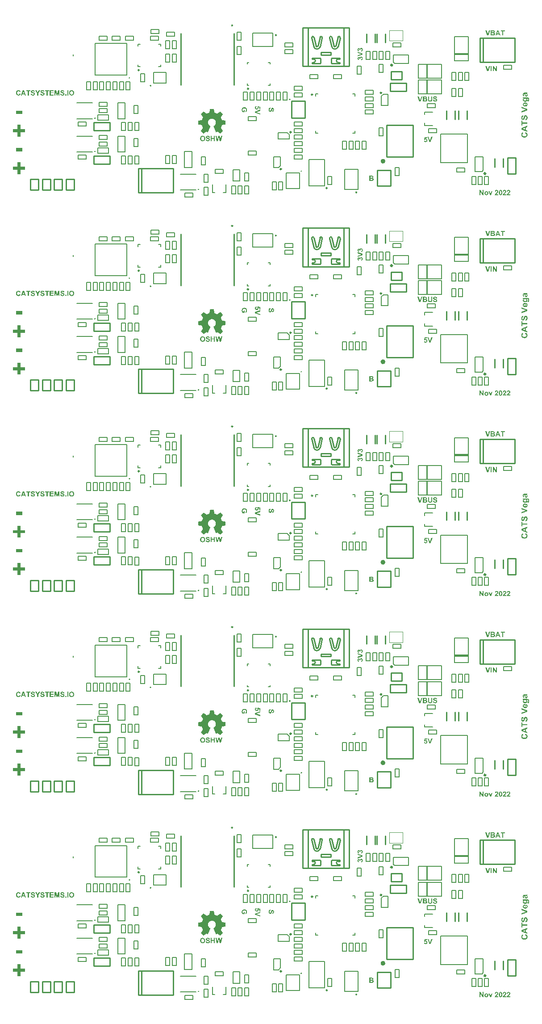
<source format=gto>
G04*
G04 #@! TF.GenerationSoftware,Altium Limited,Altium Designer,22.1.2 (22)*
G04*
G04 Layer_Color=65535*
%FSLAX44Y44*%
%MOMM*%
G71*
G04*
G04 #@! TF.SameCoordinates,E043F6CF-6A60-43DD-A528-41309D8B8766*
G04*
G04*
G04 #@! TF.FilePolarity,Positive*
G04*
G01*
G75*
%ADD11C,0.2540*%
%ADD12C,0.1524*%
%ADD70C,0.2032*%
%ADD88C,0.3700*%
%ADD89C,0.4000*%
%ADD90C,0.2000*%
%ADD91C,0.2500*%
%ADD92C,0.5000*%
%ADD93C,0.1270*%
%ADD94C,0.1200*%
%ADD95R,0.2500X0.4000*%
G36*
X960590Y1882747D02*
X958476D01*
X955000Y1892500D01*
X957124D01*
X959596Y1885283D01*
X961984Y1892500D01*
X964077D01*
X960590Y1882747D01*
D02*
G37*
G36*
X991803Y1890852D02*
X988929D01*
Y1882747D01*
X986963D01*
Y1890852D01*
X984068D01*
Y1892500D01*
X991803D01*
Y1890852D01*
D02*
G37*
G36*
X983719Y1882747D02*
X981574D01*
X980719Y1884966D01*
X976820D01*
X976006Y1882747D01*
X973924D01*
X977718Y1892500D01*
X979810D01*
X983719Y1882747D01*
D02*
G37*
G36*
X969497Y1892489D02*
X969624D01*
X969909Y1892479D01*
X970194Y1892458D01*
X970469Y1892426D01*
X970585Y1892415D01*
X970702Y1892394D01*
X970723D01*
X970754Y1892384D01*
X970797Y1892373D01*
X970902Y1892352D01*
X971040Y1892310D01*
X971198Y1892257D01*
X971367Y1892183D01*
X971547Y1892099D01*
X971716Y1891993D01*
X971727D01*
X971737Y1891982D01*
X971790Y1891940D01*
X971874Y1891866D01*
X971980Y1891781D01*
X972096Y1891655D01*
X972223Y1891517D01*
X972350Y1891359D01*
X972466Y1891179D01*
Y1891169D01*
X972477Y1891158D01*
X972498Y1891126D01*
X972519Y1891095D01*
X972561Y1890989D01*
X972625Y1890852D01*
X972678Y1890683D01*
X972730Y1890482D01*
X972762Y1890271D01*
X972773Y1890038D01*
Y1890027D01*
Y1890006D01*
Y1889975D01*
X972762Y1889922D01*
Y1889858D01*
X972751Y1889795D01*
X972730Y1889626D01*
X972678Y1889425D01*
X972614Y1889214D01*
X972530Y1889003D01*
X972403Y1888781D01*
Y1888770D01*
X972382Y1888759D01*
X972361Y1888728D01*
X972339Y1888685D01*
X972255Y1888590D01*
X972139Y1888464D01*
X971991Y1888326D01*
X971822Y1888178D01*
X971621Y1888041D01*
X971399Y1887925D01*
X971410D01*
X971441Y1887914D01*
X971484Y1887893D01*
X971547Y1887872D01*
X971621Y1887840D01*
X971705Y1887809D01*
X971906Y1887713D01*
X972118Y1887597D01*
X972350Y1887439D01*
X972572Y1887259D01*
X972762Y1887037D01*
X972773Y1887027D01*
X972783Y1887005D01*
X972804Y1886974D01*
X972836Y1886931D01*
X972878Y1886868D01*
X972921Y1886794D01*
X972963Y1886710D01*
X973005Y1886625D01*
X973090Y1886403D01*
X973174Y1886160D01*
X973227Y1885875D01*
X973248Y1885727D01*
Y1885568D01*
Y1885558D01*
Y1885537D01*
Y1885505D01*
Y1885452D01*
X973238Y1885399D01*
X973227Y1885325D01*
X973206Y1885156D01*
X973174Y1884956D01*
X973111Y1884744D01*
X973037Y1884512D01*
X972931Y1884269D01*
Y1884258D01*
X972921Y1884237D01*
X972899Y1884205D01*
X972878Y1884163D01*
X972804Y1884047D01*
X972709Y1883909D01*
X972593Y1883751D01*
X972445Y1883582D01*
X972276Y1883413D01*
X972086Y1883265D01*
X972075D01*
X972065Y1883254D01*
X972033Y1883233D01*
X971991Y1883202D01*
X971938Y1883180D01*
X971874Y1883149D01*
X971727Y1883075D01*
X971536Y1882990D01*
X971304Y1882916D01*
X971050Y1882853D01*
X970765Y1882811D01*
X970712D01*
X970659Y1882800D01*
X970596D01*
X970511Y1882789D01*
X970406D01*
X970290Y1882779D01*
X970142D01*
X969973Y1882768D01*
X969782D01*
X969560Y1882758D01*
X969043D01*
X968736Y1882747D01*
X965080D01*
Y1892500D01*
X969370D01*
X969497Y1892489D01*
D02*
G37*
G36*
X719505Y1859065D02*
X719590D01*
X719706Y1859044D01*
X719833Y1859023D01*
X719970Y1859002D01*
X720129Y1858959D01*
X720298Y1858907D01*
X720478Y1858843D01*
X720657Y1858769D01*
X720837Y1858674D01*
X721027Y1858568D01*
X721207Y1858441D01*
X721386Y1858304D01*
X721566Y1858135D01*
X721577Y1858125D01*
X721608Y1858093D01*
X721650Y1858040D01*
X721703Y1857966D01*
X721777Y1857871D01*
X721851Y1857765D01*
X721936Y1857639D01*
X722010Y1857491D01*
X722094Y1857332D01*
X722179Y1857152D01*
X722253Y1856952D01*
X722327Y1856751D01*
X722380Y1856529D01*
X722422Y1856297D01*
X722454Y1856043D01*
X722464Y1855789D01*
Y1855726D01*
X722454Y1855663D01*
Y1855567D01*
X722443Y1855462D01*
X722422Y1855325D01*
X722401Y1855177D01*
X722369Y1855018D01*
X722327Y1854849D01*
X722274Y1854669D01*
X722221Y1854490D01*
X722147Y1854310D01*
X722052Y1854120D01*
X721957Y1853940D01*
X721841Y1853761D01*
X721703Y1853592D01*
X721693Y1853581D01*
X721672Y1853549D01*
X721629Y1853507D01*
X721566Y1853454D01*
X721492Y1853391D01*
X721397Y1853306D01*
X721291Y1853232D01*
X721164Y1853137D01*
X721027Y1853053D01*
X720879Y1852968D01*
X720721Y1852884D01*
X720541Y1852799D01*
X720351Y1852736D01*
X720150Y1852672D01*
X719928Y1852619D01*
X719706Y1852588D01*
X719484Y1854395D01*
X719495D01*
X719516D01*
X719548Y1854405D01*
X719601Y1854416D01*
X719727Y1854437D01*
X719875Y1854490D01*
X720055Y1854543D01*
X720224Y1854627D01*
X720404Y1854733D01*
X720552Y1854859D01*
X720562Y1854881D01*
X720604Y1854923D01*
X720668Y1855007D01*
X720731Y1855113D01*
X720795Y1855251D01*
X720858Y1855409D01*
X720900Y1855589D01*
X720911Y1855779D01*
Y1855832D01*
X720900Y1855874D01*
X720890Y1855980D01*
X720858Y1856117D01*
X720805Y1856275D01*
X720731Y1856434D01*
X720626Y1856603D01*
X720478Y1856761D01*
X720456Y1856783D01*
X720393Y1856825D01*
X720298Y1856888D01*
X720161Y1856962D01*
X719992Y1857036D01*
X719791Y1857100D01*
X719558Y1857142D01*
X719294Y1857163D01*
X719284D01*
X719262D01*
X719231D01*
X719178Y1857152D01*
X719115D01*
X719051Y1857142D01*
X718893Y1857121D01*
X718713Y1857068D01*
X718523Y1857005D01*
X718343Y1856909D01*
X718174Y1856783D01*
X718153Y1856761D01*
X718111Y1856719D01*
X718037Y1856635D01*
X717963Y1856529D01*
X717889Y1856392D01*
X717815Y1856233D01*
X717773Y1856053D01*
X717751Y1855853D01*
Y1855789D01*
X717762Y1855715D01*
X717773Y1855610D01*
X717783Y1855483D01*
X717815Y1855346D01*
X717847Y1855177D01*
X717899Y1854997D01*
X716378Y1855198D01*
Y1855325D01*
X716367Y1855388D01*
Y1855462D01*
X716346Y1855631D01*
X716314Y1855821D01*
X716251Y1856011D01*
X716167Y1856191D01*
X716061Y1856360D01*
X716040Y1856381D01*
X715997Y1856423D01*
X715923Y1856487D01*
X715818Y1856571D01*
X715680Y1856645D01*
X715522Y1856709D01*
X715342Y1856751D01*
X715131Y1856772D01*
X715120D01*
X715110D01*
X715046D01*
X714962Y1856761D01*
X714846Y1856740D01*
X714729Y1856698D01*
X714592Y1856645D01*
X714465Y1856571D01*
X714349Y1856476D01*
X714339Y1856466D01*
X714307Y1856423D01*
X714254Y1856360D01*
X714201Y1856265D01*
X714148Y1856149D01*
X714095Y1856022D01*
X714064Y1855863D01*
X714053Y1855684D01*
Y1855599D01*
X714074Y1855515D01*
X714095Y1855398D01*
X714138Y1855272D01*
X714191Y1855134D01*
X714275Y1854997D01*
X714391Y1854859D01*
X714402Y1854849D01*
X714455Y1854807D01*
X714529Y1854754D01*
X714634Y1854680D01*
X714772Y1854606D01*
X714930Y1854543D01*
X715131Y1854490D01*
X715353Y1854447D01*
X715068Y1852725D01*
X715057D01*
X715025Y1852736D01*
X714983Y1852746D01*
X714920Y1852757D01*
X714846Y1852778D01*
X714761Y1852799D01*
X714560Y1852863D01*
X714328Y1852937D01*
X714095Y1853031D01*
X713863Y1853137D01*
X713652Y1853264D01*
X713641D01*
X713631Y1853285D01*
X713567Y1853327D01*
X713462Y1853412D01*
X713345Y1853528D01*
X713208Y1853665D01*
X713071Y1853835D01*
X712933Y1854035D01*
X712806Y1854268D01*
Y1854278D01*
X712796Y1854299D01*
X712775Y1854331D01*
X712754Y1854384D01*
X712732Y1854447D01*
X712711Y1854521D01*
X712680Y1854606D01*
X712648Y1854701D01*
X712595Y1854912D01*
X712542Y1855166D01*
X712511Y1855441D01*
X712500Y1855737D01*
Y1855800D01*
X712511Y1855874D01*
Y1855969D01*
X712532Y1856085D01*
X712542Y1856223D01*
X712574Y1856371D01*
X712606Y1856529D01*
X712658Y1856709D01*
X712711Y1856888D01*
X712785Y1857068D01*
X712870Y1857247D01*
X712975Y1857438D01*
X713092Y1857617D01*
X713229Y1857786D01*
X713388Y1857945D01*
X713398Y1857955D01*
X713419Y1857977D01*
X713462Y1858008D01*
X713514Y1858051D01*
X713578Y1858103D01*
X713662Y1858167D01*
X713757Y1858230D01*
X713863Y1858294D01*
X714095Y1858420D01*
X714370Y1858537D01*
X714518Y1858579D01*
X714677Y1858611D01*
X714835Y1858632D01*
X715004Y1858642D01*
X715015D01*
X715057D01*
X715131Y1858632D01*
X715216Y1858621D01*
X715321Y1858600D01*
X715448Y1858568D01*
X715596Y1858526D01*
X715744Y1858463D01*
X715902Y1858389D01*
X716071Y1858304D01*
X716240Y1858188D01*
X716410Y1858051D01*
X716579Y1857892D01*
X716748Y1857702D01*
X716906Y1857480D01*
X717054Y1857237D01*
Y1857247D01*
X717065Y1857279D01*
X717075Y1857321D01*
X717096Y1857374D01*
X717117Y1857448D01*
X717149Y1857533D01*
X717223Y1857713D01*
X717329Y1857934D01*
X717477Y1858156D01*
X717646Y1858368D01*
X717751Y1858473D01*
X717868Y1858568D01*
X717878Y1858579D01*
X717899Y1858589D01*
X717931Y1858611D01*
X717973Y1858653D01*
X718037Y1858685D01*
X718111Y1858727D01*
X718195Y1858780D01*
X718290Y1858822D01*
X718512Y1858917D01*
X718766Y1859002D01*
X719062Y1859054D01*
X719220Y1859065D01*
X719379Y1859075D01*
X719389D01*
X719432D01*
X719505Y1859065D01*
D02*
G37*
G36*
X722284Y1848583D02*
Y1846470D01*
X712532Y1842993D01*
Y1845117D01*
X719749Y1847590D01*
X712532Y1849978D01*
Y1852070D01*
X722284Y1848583D01*
D02*
G37*
G36*
X719505Y1842402D02*
X719590D01*
X719706Y1842381D01*
X719833Y1842359D01*
X719970Y1842338D01*
X720129Y1842296D01*
X720298Y1842243D01*
X720478Y1842180D01*
X720657Y1842106D01*
X720837Y1842011D01*
X721027Y1841905D01*
X721207Y1841778D01*
X721386Y1841641D01*
X721566Y1841472D01*
X721577Y1841461D01*
X721608Y1841430D01*
X721650Y1841377D01*
X721703Y1841303D01*
X721777Y1841208D01*
X721851Y1841102D01*
X721936Y1840975D01*
X722010Y1840827D01*
X722094Y1840669D01*
X722179Y1840489D01*
X722253Y1840289D01*
X722327Y1840088D01*
X722380Y1839866D01*
X722422Y1839633D01*
X722454Y1839380D01*
X722464Y1839126D01*
Y1839063D01*
X722454Y1838999D01*
Y1838904D01*
X722443Y1838799D01*
X722422Y1838661D01*
X722401Y1838513D01*
X722369Y1838355D01*
X722327Y1838186D01*
X722274Y1838006D01*
X722221Y1837827D01*
X722147Y1837647D01*
X722052Y1837457D01*
X721957Y1837277D01*
X721841Y1837097D01*
X721703Y1836928D01*
X721693Y1836918D01*
X721672Y1836886D01*
X721629Y1836844D01*
X721566Y1836791D01*
X721492Y1836728D01*
X721397Y1836643D01*
X721291Y1836569D01*
X721164Y1836474D01*
X721027Y1836389D01*
X720879Y1836305D01*
X720721Y1836220D01*
X720541Y1836136D01*
X720351Y1836073D01*
X720150Y1836009D01*
X719928Y1835956D01*
X719706Y1835925D01*
X719484Y1837731D01*
X719495D01*
X719516D01*
X719548Y1837742D01*
X719601Y1837753D01*
X719727Y1837774D01*
X719875Y1837827D01*
X720055Y1837879D01*
X720224Y1837964D01*
X720404Y1838069D01*
X720552Y1838196D01*
X720562Y1838217D01*
X720604Y1838260D01*
X720668Y1838344D01*
X720731Y1838450D01*
X720795Y1838587D01*
X720858Y1838746D01*
X720900Y1838925D01*
X720911Y1839116D01*
Y1839168D01*
X720900Y1839211D01*
X720890Y1839316D01*
X720858Y1839454D01*
X720805Y1839612D01*
X720731Y1839771D01*
X720626Y1839940D01*
X720478Y1840098D01*
X720456Y1840119D01*
X720393Y1840162D01*
X720298Y1840225D01*
X720161Y1840299D01*
X719992Y1840373D01*
X719791Y1840436D01*
X719558Y1840479D01*
X719294Y1840500D01*
X719284D01*
X719262D01*
X719231D01*
X719178Y1840489D01*
X719115D01*
X719051Y1840479D01*
X718893Y1840457D01*
X718713Y1840405D01*
X718523Y1840341D01*
X718343Y1840246D01*
X718174Y1840119D01*
X718153Y1840098D01*
X718111Y1840056D01*
X718037Y1839971D01*
X717963Y1839866D01*
X717889Y1839729D01*
X717815Y1839570D01*
X717773Y1839390D01*
X717751Y1839190D01*
Y1839126D01*
X717762Y1839052D01*
X717773Y1838947D01*
X717783Y1838820D01*
X717815Y1838682D01*
X717847Y1838513D01*
X717899Y1838334D01*
X716378Y1838534D01*
Y1838661D01*
X716367Y1838725D01*
Y1838799D01*
X716346Y1838968D01*
X716314Y1839158D01*
X716251Y1839348D01*
X716167Y1839528D01*
X716061Y1839697D01*
X716040Y1839718D01*
X715997Y1839760D01*
X715923Y1839823D01*
X715818Y1839908D01*
X715680Y1839982D01*
X715522Y1840045D01*
X715342Y1840088D01*
X715131Y1840109D01*
X715120D01*
X715110D01*
X715046D01*
X714962Y1840098D01*
X714846Y1840077D01*
X714729Y1840035D01*
X714592Y1839982D01*
X714465Y1839908D01*
X714349Y1839813D01*
X714339Y1839802D01*
X714307Y1839760D01*
X714254Y1839697D01*
X714201Y1839602D01*
X714148Y1839485D01*
X714095Y1839359D01*
X714064Y1839200D01*
X714053Y1839021D01*
Y1838936D01*
X714074Y1838851D01*
X714095Y1838735D01*
X714138Y1838608D01*
X714191Y1838471D01*
X714275Y1838334D01*
X714391Y1838196D01*
X714402Y1838186D01*
X714455Y1838143D01*
X714529Y1838091D01*
X714634Y1838017D01*
X714772Y1837943D01*
X714930Y1837879D01*
X715131Y1837827D01*
X715353Y1837784D01*
X715068Y1836062D01*
X715057D01*
X715025Y1836073D01*
X714983Y1836083D01*
X714920Y1836094D01*
X714846Y1836115D01*
X714761Y1836136D01*
X714560Y1836199D01*
X714328Y1836273D01*
X714095Y1836368D01*
X713863Y1836474D01*
X713652Y1836601D01*
X713641D01*
X713631Y1836622D01*
X713567Y1836664D01*
X713462Y1836749D01*
X713345Y1836865D01*
X713208Y1837002D01*
X713071Y1837171D01*
X712933Y1837372D01*
X712806Y1837605D01*
Y1837615D01*
X712796Y1837636D01*
X712775Y1837668D01*
X712754Y1837721D01*
X712732Y1837784D01*
X712711Y1837858D01*
X712680Y1837943D01*
X712648Y1838038D01*
X712595Y1838249D01*
X712542Y1838503D01*
X712511Y1838777D01*
X712500Y1839073D01*
Y1839137D01*
X712511Y1839211D01*
Y1839306D01*
X712532Y1839422D01*
X712542Y1839559D01*
X712574Y1839707D01*
X712606Y1839866D01*
X712658Y1840045D01*
X712711Y1840225D01*
X712785Y1840405D01*
X712870Y1840584D01*
X712975Y1840775D01*
X713092Y1840954D01*
X713229Y1841123D01*
X713388Y1841282D01*
X713398Y1841292D01*
X713419Y1841313D01*
X713462Y1841345D01*
X713514Y1841387D01*
X713578Y1841440D01*
X713662Y1841504D01*
X713757Y1841567D01*
X713863Y1841630D01*
X714095Y1841757D01*
X714370Y1841873D01*
X714518Y1841916D01*
X714677Y1841947D01*
X714835Y1841969D01*
X715004Y1841979D01*
X715015D01*
X715057D01*
X715131Y1841969D01*
X715216Y1841958D01*
X715321Y1841937D01*
X715448Y1841905D01*
X715596Y1841863D01*
X715744Y1841799D01*
X715902Y1841725D01*
X716071Y1841641D01*
X716240Y1841525D01*
X716410Y1841387D01*
X716579Y1841229D01*
X716748Y1841039D01*
X716906Y1840817D01*
X717054Y1840574D01*
Y1840584D01*
X717065Y1840616D01*
X717075Y1840658D01*
X717096Y1840711D01*
X717117Y1840785D01*
X717149Y1840870D01*
X717223Y1841049D01*
X717329Y1841271D01*
X717477Y1841493D01*
X717646Y1841704D01*
X717751Y1841810D01*
X717868Y1841905D01*
X717878Y1841916D01*
X717899Y1841926D01*
X717931Y1841947D01*
X717973Y1841990D01*
X718037Y1842021D01*
X718111Y1842064D01*
X718195Y1842117D01*
X718290Y1842159D01*
X718512Y1842254D01*
X718766Y1842338D01*
X719062Y1842391D01*
X719220Y1842402D01*
X719379Y1842412D01*
X719389D01*
X719432D01*
X719505Y1842402D01*
D02*
G37*
G36*
X976619Y1815247D02*
X974653D01*
X970702Y1821651D01*
Y1815247D01*
X968884D01*
Y1825000D01*
X970786D01*
X974801Y1818449D01*
Y1825000D01*
X976619D01*
Y1815247D01*
D02*
G37*
G36*
X960590D02*
X958476D01*
X955000Y1825000D01*
X957124D01*
X959596Y1817783D01*
X961984Y1825000D01*
X964077D01*
X960590Y1815247D01*
D02*
G37*
G36*
X966982D02*
X965017D01*
Y1825000D01*
X966982D01*
Y1815247D01*
D02*
G37*
G36*
X153060Y1778990D02*
X153219Y1778979D01*
X153388Y1778958D01*
X153589Y1778937D01*
X153800Y1778894D01*
X154011Y1778852D01*
X154244Y1778799D01*
X154476Y1778736D01*
X154698Y1778662D01*
X154920Y1778567D01*
X155142Y1778451D01*
X155343Y1778334D01*
X155522Y1778186D01*
X155533Y1778176D01*
X155565Y1778155D01*
X155607Y1778102D01*
X155670Y1778038D01*
X155744Y1777964D01*
X155818Y1777859D01*
X155903Y1777743D01*
X155998Y1777616D01*
X156082Y1777468D01*
X156167Y1777309D01*
X156251Y1777130D01*
X156325Y1776940D01*
X156399Y1776739D01*
X156452Y1776517D01*
X156484Y1776284D01*
X156505Y1776041D01*
X154540Y1775968D01*
Y1775978D01*
X154529Y1775999D01*
Y1776041D01*
X154518Y1776084D01*
X154497Y1776147D01*
X154476Y1776221D01*
X154423Y1776380D01*
X154349Y1776549D01*
X154254Y1776728D01*
X154138Y1776897D01*
X153990Y1777035D01*
X153969Y1777045D01*
X153916Y1777088D01*
X153821Y1777140D01*
X153684Y1777204D01*
X153504Y1777267D01*
X153293Y1777320D01*
X153039Y1777362D01*
X152743Y1777373D01*
X152606D01*
X152532Y1777362D01*
X152448Y1777352D01*
X152247Y1777330D01*
X152035Y1777288D01*
X151803Y1777225D01*
X151592Y1777130D01*
X151391Y1777014D01*
X151380Y1777003D01*
X151349Y1776971D01*
X151296Y1776918D01*
X151243Y1776855D01*
X151180Y1776770D01*
X151137Y1776665D01*
X151095Y1776549D01*
X151084Y1776411D01*
Y1776401D01*
Y1776358D01*
X151095Y1776284D01*
X151116Y1776210D01*
X151158Y1776115D01*
X151201Y1776010D01*
X151275Y1775915D01*
X151370Y1775820D01*
X151391Y1775809D01*
X151412Y1775788D01*
X151454Y1775767D01*
X151496Y1775735D01*
X151560Y1775703D01*
X151644Y1775661D01*
X151740Y1775619D01*
X151845Y1775576D01*
X151972Y1775524D01*
X152120Y1775471D01*
X152289Y1775418D01*
X152479Y1775355D01*
X152691Y1775291D01*
X152923Y1775228D01*
X153177Y1775164D01*
X153198D01*
X153240Y1775154D01*
X153314Y1775133D01*
X153409Y1775112D01*
X153536Y1775080D01*
X153663Y1775038D01*
X153821Y1774995D01*
X153980Y1774953D01*
X154328Y1774847D01*
X154677Y1774731D01*
X154846Y1774668D01*
X155015Y1774604D01*
X155163Y1774530D01*
X155301Y1774467D01*
X155311D01*
X155332Y1774446D01*
X155364Y1774425D01*
X155417Y1774404D01*
X155543Y1774319D01*
X155702Y1774213D01*
X155871Y1774066D01*
X156051Y1773896D01*
X156230Y1773696D01*
X156389Y1773474D01*
Y1773463D01*
X156410Y1773442D01*
X156420Y1773410D01*
X156452Y1773358D01*
X156484Y1773294D01*
X156516Y1773220D01*
X156547Y1773136D01*
X156590Y1773041D01*
X156621Y1772935D01*
X156653Y1772819D01*
X156716Y1772554D01*
X156759Y1772248D01*
X156780Y1771920D01*
Y1771910D01*
Y1771889D01*
Y1771836D01*
X156769Y1771783D01*
Y1771709D01*
X156759Y1771614D01*
X156737Y1771519D01*
X156716Y1771413D01*
X156664Y1771170D01*
X156579Y1770906D01*
X156463Y1770631D01*
X156389Y1770484D01*
X156304Y1770346D01*
Y1770336D01*
X156283Y1770314D01*
X156251Y1770272D01*
X156220Y1770230D01*
X156167Y1770166D01*
X156114Y1770092D01*
X155966Y1769934D01*
X155776Y1769765D01*
X155554Y1769575D01*
X155290Y1769406D01*
X154984Y1769258D01*
X154973D01*
X154941Y1769247D01*
X154899Y1769226D01*
X154836Y1769205D01*
X154751Y1769173D01*
X154645Y1769152D01*
X154529Y1769120D01*
X154402Y1769089D01*
X154254Y1769046D01*
X154096Y1769015D01*
X153916Y1768994D01*
X153726Y1768962D01*
X153536Y1768941D01*
X153314Y1768920D01*
X153092Y1768909D01*
X152775D01*
X152680Y1768920D01*
X152553D01*
X152405Y1768930D01*
X152226Y1768951D01*
X152025Y1768983D01*
X151813Y1769015D01*
X151581Y1769057D01*
X151349Y1769120D01*
X151116Y1769184D01*
X150884Y1769268D01*
X150651Y1769364D01*
X150429Y1769480D01*
X150218Y1769606D01*
X150017Y1769754D01*
X150007Y1769765D01*
X149975Y1769797D01*
X149922Y1769850D01*
X149859Y1769913D01*
X149785Y1770008D01*
X149690Y1770114D01*
X149595Y1770240D01*
X149500Y1770388D01*
X149394Y1770558D01*
X149288Y1770737D01*
X149193Y1770948D01*
X149098Y1771170D01*
X149013Y1771413D01*
X148940Y1771667D01*
X148876Y1771952D01*
X148834Y1772248D01*
X150746Y1772438D01*
Y1772428D01*
X150757Y1772396D01*
X150767Y1772343D01*
X150778Y1772280D01*
X150799Y1772195D01*
X150831Y1772111D01*
X150894Y1771899D01*
X150989Y1771667D01*
X151116Y1771424D01*
X151264Y1771202D01*
X151349Y1771107D01*
X151444Y1771012D01*
X151454D01*
X151465Y1770991D01*
X151496Y1770970D01*
X151539Y1770938D01*
X151592Y1770906D01*
X151666Y1770874D01*
X151740Y1770832D01*
X151824Y1770790D01*
X152035Y1770705D01*
X152278Y1770642D01*
X152564Y1770589D01*
X152881Y1770568D01*
X152976D01*
X153039Y1770579D01*
X153124D01*
X153208Y1770589D01*
X153420Y1770621D01*
X153652Y1770663D01*
X153895Y1770737D01*
X154128Y1770832D01*
X154233Y1770896D01*
X154328Y1770970D01*
X154339D01*
X154349Y1770991D01*
X154402Y1771044D01*
X154487Y1771128D01*
X154571Y1771234D01*
X154656Y1771371D01*
X154740Y1771540D01*
X154793Y1771720D01*
X154814Y1771815D01*
Y1771910D01*
Y1771920D01*
Y1771973D01*
X154804Y1772037D01*
X154793Y1772111D01*
X154762Y1772206D01*
X154730Y1772312D01*
X154677Y1772407D01*
X154603Y1772502D01*
X154593Y1772512D01*
X154561Y1772544D01*
X154508Y1772586D01*
X154445Y1772650D01*
X154339Y1772713D01*
X154223Y1772787D01*
X154075Y1772850D01*
X153895Y1772924D01*
X153874Y1772935D01*
X153853D01*
X153821Y1772946D01*
X153779Y1772956D01*
X153715Y1772977D01*
X153652Y1772998D01*
X153568Y1773019D01*
X153472Y1773051D01*
X153356Y1773083D01*
X153229Y1773114D01*
X153082Y1773157D01*
X152923Y1773199D01*
X152743Y1773241D01*
X152543Y1773294D01*
X152321Y1773347D01*
X152300D01*
X152247Y1773368D01*
X152173Y1773389D01*
X152067Y1773421D01*
X151930Y1773453D01*
X151782Y1773506D01*
X151623Y1773558D01*
X151454Y1773611D01*
X151084Y1773759D01*
X150715Y1773918D01*
X150546Y1774013D01*
X150377Y1774108D01*
X150229Y1774203D01*
X150102Y1774308D01*
X150091Y1774319D01*
X150059Y1774351D01*
X150017Y1774393D01*
X149964Y1774456D01*
X149890Y1774530D01*
X149817Y1774626D01*
X149732Y1774731D01*
X149658Y1774858D01*
X149573Y1774995D01*
X149489Y1775143D01*
X149415Y1775312D01*
X149341Y1775481D01*
X149288Y1775661D01*
X149246Y1775862D01*
X149214Y1776063D01*
X149204Y1776274D01*
Y1776284D01*
Y1776306D01*
Y1776348D01*
X149214Y1776401D01*
Y1776464D01*
X149225Y1776549D01*
X149256Y1776728D01*
X149309Y1776940D01*
X149383Y1777183D01*
X149489Y1777426D01*
X149626Y1777669D01*
Y1777679D01*
X149647Y1777700D01*
X149669Y1777732D01*
X149700Y1777774D01*
X149806Y1777891D01*
X149933Y1778038D01*
X150112Y1778197D01*
X150313Y1778356D01*
X150567Y1778514D01*
X150841Y1778651D01*
X150852D01*
X150873Y1778662D01*
X150926Y1778683D01*
X150979Y1778704D01*
X151063Y1778736D01*
X151148Y1778757D01*
X151253Y1778789D01*
X151380Y1778831D01*
X151518Y1778863D01*
X151655Y1778894D01*
X151813Y1778916D01*
X151983Y1778947D01*
X152173Y1778968D01*
X152352Y1778990D01*
X152765Y1779000D01*
X152944D01*
X153060Y1778990D01*
D02*
G37*
G36*
X115222Y1778989D02*
X115381Y1778979D01*
X115550Y1778958D01*
X115750Y1778937D01*
X115962Y1778894D01*
X116173Y1778852D01*
X116405Y1778799D01*
X116638Y1778736D01*
X116860Y1778662D01*
X117082Y1778567D01*
X117304Y1778450D01*
X117504Y1778334D01*
X117684Y1778186D01*
X117695Y1778176D01*
X117726Y1778155D01*
X117769Y1778102D01*
X117832Y1778038D01*
X117906Y1777964D01*
X117980Y1777859D01*
X118064Y1777743D01*
X118160Y1777616D01*
X118244Y1777468D01*
X118329Y1777309D01*
X118413Y1777130D01*
X118487Y1776940D01*
X118561Y1776739D01*
X118614Y1776517D01*
X118646Y1776284D01*
X118667Y1776041D01*
X116701Y1775967D01*
Y1775978D01*
X116691Y1775999D01*
Y1776041D01*
X116680Y1776084D01*
X116659Y1776147D01*
X116638Y1776221D01*
X116585Y1776380D01*
X116511Y1776549D01*
X116416Y1776728D01*
X116300Y1776897D01*
X116152Y1777035D01*
X116131Y1777045D01*
X116078Y1777088D01*
X115983Y1777140D01*
X115845Y1777204D01*
X115666Y1777267D01*
X115455Y1777320D01*
X115201Y1777362D01*
X114905Y1777373D01*
X114768D01*
X114694Y1777362D01*
X114609Y1777352D01*
X114409Y1777330D01*
X114197Y1777288D01*
X113965Y1777225D01*
X113753Y1777130D01*
X113553Y1777014D01*
X113542Y1777003D01*
X113510Y1776971D01*
X113457Y1776918D01*
X113405Y1776855D01*
X113341Y1776770D01*
X113299Y1776665D01*
X113257Y1776549D01*
X113246Y1776411D01*
Y1776401D01*
Y1776358D01*
X113257Y1776284D01*
X113278Y1776210D01*
X113320Y1776115D01*
X113362Y1776010D01*
X113436Y1775915D01*
X113532Y1775820D01*
X113553Y1775809D01*
X113574Y1775788D01*
X113616Y1775767D01*
X113658Y1775735D01*
X113722Y1775703D01*
X113806Y1775661D01*
X113901Y1775619D01*
X114007Y1775576D01*
X114134Y1775524D01*
X114282Y1775471D01*
X114451Y1775418D01*
X114641Y1775355D01*
X114852Y1775291D01*
X115085Y1775228D01*
X115338Y1775164D01*
X115359D01*
X115402Y1775154D01*
X115476Y1775133D01*
X115571Y1775112D01*
X115698Y1775080D01*
X115824Y1775038D01*
X115983Y1774995D01*
X116141Y1774953D01*
X116490Y1774847D01*
X116839Y1774731D01*
X117008Y1774668D01*
X117177Y1774604D01*
X117325Y1774530D01*
X117462Y1774467D01*
X117473D01*
X117494Y1774446D01*
X117526Y1774425D01*
X117578Y1774404D01*
X117705Y1774319D01*
X117864Y1774213D01*
X118033Y1774066D01*
X118212Y1773896D01*
X118392Y1773696D01*
X118551Y1773474D01*
Y1773463D01*
X118572Y1773442D01*
X118582Y1773410D01*
X118614Y1773358D01*
X118646Y1773294D01*
X118677Y1773220D01*
X118709Y1773136D01*
X118751Y1773040D01*
X118783Y1772935D01*
X118815Y1772819D01*
X118878Y1772554D01*
X118920Y1772248D01*
X118941Y1771920D01*
Y1771910D01*
Y1771889D01*
Y1771836D01*
X118931Y1771783D01*
Y1771709D01*
X118920Y1771614D01*
X118899Y1771519D01*
X118878Y1771413D01*
X118825Y1771170D01*
X118741Y1770906D01*
X118624Y1770631D01*
X118551Y1770484D01*
X118466Y1770346D01*
Y1770336D01*
X118445Y1770314D01*
X118413Y1770272D01*
X118381Y1770230D01*
X118329Y1770166D01*
X118276Y1770092D01*
X118128Y1769934D01*
X117938Y1769765D01*
X117716Y1769575D01*
X117452Y1769406D01*
X117145Y1769258D01*
X117135D01*
X117103Y1769247D01*
X117061Y1769226D01*
X116997Y1769205D01*
X116913Y1769173D01*
X116807Y1769152D01*
X116691Y1769120D01*
X116564Y1769089D01*
X116416Y1769046D01*
X116258Y1769015D01*
X116078Y1768994D01*
X115888Y1768962D01*
X115698Y1768941D01*
X115476Y1768920D01*
X115254Y1768909D01*
X114937D01*
X114842Y1768920D01*
X114715D01*
X114567Y1768930D01*
X114387Y1768951D01*
X114187Y1768983D01*
X113975Y1769015D01*
X113743Y1769057D01*
X113510Y1769120D01*
X113278Y1769184D01*
X113045Y1769268D01*
X112813Y1769363D01*
X112591Y1769480D01*
X112380Y1769606D01*
X112179Y1769754D01*
X112168Y1769765D01*
X112137Y1769797D01*
X112084Y1769850D01*
X112021Y1769913D01*
X111946Y1770008D01*
X111851Y1770114D01*
X111756Y1770240D01*
X111661Y1770388D01*
X111556Y1770557D01*
X111450Y1770737D01*
X111355Y1770948D01*
X111260Y1771170D01*
X111175Y1771413D01*
X111101Y1771667D01*
X111038Y1771952D01*
X110996Y1772248D01*
X112908Y1772438D01*
Y1772428D01*
X112919Y1772396D01*
X112929Y1772343D01*
X112940Y1772280D01*
X112961Y1772195D01*
X112993Y1772111D01*
X113056Y1771899D01*
X113151Y1771667D01*
X113278Y1771424D01*
X113426Y1771202D01*
X113510Y1771107D01*
X113605Y1771012D01*
X113616D01*
X113627Y1770991D01*
X113658Y1770970D01*
X113701Y1770938D01*
X113753Y1770906D01*
X113827Y1770874D01*
X113901Y1770832D01*
X113986Y1770790D01*
X114197Y1770705D01*
X114440Y1770642D01*
X114726Y1770589D01*
X115042Y1770568D01*
X115138D01*
X115201Y1770579D01*
X115286D01*
X115370Y1770589D01*
X115581Y1770621D01*
X115814Y1770663D01*
X116057Y1770737D01*
X116289Y1770832D01*
X116395Y1770896D01*
X116490Y1770970D01*
X116501D01*
X116511Y1770991D01*
X116564Y1771044D01*
X116649Y1771128D01*
X116733Y1771234D01*
X116818Y1771371D01*
X116902Y1771540D01*
X116955Y1771720D01*
X116976Y1771815D01*
Y1771910D01*
Y1771920D01*
Y1771973D01*
X116966Y1772037D01*
X116955Y1772111D01*
X116923Y1772206D01*
X116892Y1772312D01*
X116839Y1772407D01*
X116765Y1772502D01*
X116754Y1772512D01*
X116722Y1772544D01*
X116670Y1772586D01*
X116606Y1772650D01*
X116501Y1772713D01*
X116384Y1772787D01*
X116236Y1772850D01*
X116057Y1772924D01*
X116036Y1772935D01*
X116015D01*
X115983Y1772946D01*
X115941Y1772956D01*
X115877Y1772977D01*
X115814Y1772998D01*
X115729Y1773019D01*
X115634Y1773051D01*
X115518Y1773083D01*
X115391Y1773114D01*
X115243Y1773157D01*
X115085Y1773199D01*
X114905Y1773241D01*
X114704Y1773294D01*
X114482Y1773347D01*
X114461D01*
X114409Y1773368D01*
X114334Y1773389D01*
X114229Y1773421D01*
X114092Y1773453D01*
X113944Y1773506D01*
X113785Y1773558D01*
X113616Y1773611D01*
X113246Y1773759D01*
X112876Y1773918D01*
X112707Y1774013D01*
X112538Y1774108D01*
X112390Y1774203D01*
X112263Y1774308D01*
X112253Y1774319D01*
X112221Y1774351D01*
X112179Y1774393D01*
X112126Y1774456D01*
X112052Y1774530D01*
X111978Y1774626D01*
X111894Y1774731D01*
X111820Y1774858D01*
X111735Y1774995D01*
X111651Y1775143D01*
X111577Y1775312D01*
X111503Y1775481D01*
X111450Y1775661D01*
X111408Y1775862D01*
X111376Y1776062D01*
X111365Y1776274D01*
Y1776284D01*
Y1776306D01*
Y1776348D01*
X111376Y1776401D01*
Y1776464D01*
X111386Y1776549D01*
X111418Y1776728D01*
X111471Y1776940D01*
X111545Y1777183D01*
X111651Y1777426D01*
X111788Y1777669D01*
Y1777679D01*
X111809Y1777700D01*
X111830Y1777732D01*
X111862Y1777774D01*
X111968Y1777890D01*
X112094Y1778038D01*
X112274Y1778197D01*
X112475Y1778355D01*
X112728Y1778514D01*
X113003Y1778651D01*
X113014D01*
X113035Y1778662D01*
X113088Y1778683D01*
X113140Y1778704D01*
X113225Y1778736D01*
X113310Y1778757D01*
X113415Y1778789D01*
X113542Y1778831D01*
X113679Y1778863D01*
X113817Y1778894D01*
X113975Y1778916D01*
X114144Y1778947D01*
X114334Y1778968D01*
X114514Y1778989D01*
X114926Y1779000D01*
X115106D01*
X115222Y1778989D01*
D02*
G37*
G36*
X97048D02*
X97206Y1778979D01*
X97375Y1778958D01*
X97576Y1778937D01*
X97788Y1778894D01*
X97999Y1778852D01*
X98231Y1778799D01*
X98464Y1778736D01*
X98686Y1778662D01*
X98908Y1778567D01*
X99129Y1778450D01*
X99330Y1778334D01*
X99510Y1778186D01*
X99520Y1778176D01*
X99552Y1778155D01*
X99594Y1778102D01*
X99658Y1778038D01*
X99732Y1777964D01*
X99806Y1777859D01*
X99890Y1777743D01*
X99985Y1777616D01*
X100070Y1777468D01*
X100154Y1777309D01*
X100239Y1777130D01*
X100313Y1776940D01*
X100387Y1776739D01*
X100440Y1776517D01*
X100471Y1776284D01*
X100492Y1776041D01*
X98527Y1775967D01*
Y1775978D01*
X98517Y1775999D01*
Y1776041D01*
X98506Y1776084D01*
X98485Y1776147D01*
X98464Y1776221D01*
X98411Y1776380D01*
X98337Y1776549D01*
X98242Y1776728D01*
X98126Y1776897D01*
X97978Y1777035D01*
X97957Y1777045D01*
X97904Y1777088D01*
X97809Y1777140D01*
X97671Y1777204D01*
X97492Y1777267D01*
X97280Y1777320D01*
X97027Y1777362D01*
X96731Y1777373D01*
X96594D01*
X96520Y1777362D01*
X96435Y1777352D01*
X96234Y1777330D01*
X96023Y1777288D01*
X95791Y1777225D01*
X95579Y1777130D01*
X95378Y1777014D01*
X95368Y1777003D01*
X95336Y1776971D01*
X95283Y1776918D01*
X95231Y1776855D01*
X95167Y1776770D01*
X95125Y1776665D01*
X95083Y1776549D01*
X95072Y1776411D01*
Y1776401D01*
Y1776358D01*
X95083Y1776284D01*
X95104Y1776210D01*
X95146Y1776115D01*
X95188Y1776010D01*
X95262Y1775915D01*
X95357Y1775820D01*
X95378Y1775809D01*
X95400Y1775788D01*
X95442Y1775767D01*
X95484Y1775735D01*
X95548Y1775703D01*
X95632Y1775661D01*
X95727Y1775619D01*
X95833Y1775576D01*
X95960Y1775524D01*
X96108Y1775471D01*
X96277Y1775418D01*
X96467Y1775355D01*
X96678Y1775291D01*
X96910Y1775228D01*
X97164Y1775164D01*
X97185D01*
X97227Y1775154D01*
X97302Y1775133D01*
X97397Y1775112D01*
X97523Y1775080D01*
X97650Y1775038D01*
X97809Y1774995D01*
X97967Y1774953D01*
X98316Y1774847D01*
X98665Y1774731D01*
X98834Y1774668D01*
X99003Y1774604D01*
X99151Y1774530D01*
X99288Y1774467D01*
X99298D01*
X99320Y1774446D01*
X99351Y1774425D01*
X99404Y1774404D01*
X99531Y1774319D01*
X99690Y1774213D01*
X99859Y1774066D01*
X100038Y1773896D01*
X100218Y1773696D01*
X100376Y1773474D01*
Y1773463D01*
X100397Y1773442D01*
X100408Y1773410D01*
X100440Y1773358D01*
X100471Y1773294D01*
X100503Y1773220D01*
X100535Y1773136D01*
X100577Y1773040D01*
X100609Y1772935D01*
X100640Y1772819D01*
X100704Y1772554D01*
X100746Y1772248D01*
X100767Y1771920D01*
Y1771910D01*
Y1771889D01*
Y1771836D01*
X100757Y1771783D01*
Y1771709D01*
X100746Y1771614D01*
X100725Y1771519D01*
X100704Y1771413D01*
X100651Y1771170D01*
X100567Y1770906D01*
X100450Y1770631D01*
X100376Y1770484D01*
X100292Y1770346D01*
Y1770336D01*
X100271Y1770314D01*
X100239Y1770272D01*
X100207Y1770230D01*
X100154Y1770166D01*
X100102Y1770092D01*
X99954Y1769934D01*
X99763Y1769765D01*
X99542Y1769575D01*
X99277Y1769406D01*
X98971Y1769258D01*
X98960D01*
X98929Y1769247D01*
X98886Y1769226D01*
X98823Y1769205D01*
X98738Y1769173D01*
X98633Y1769152D01*
X98517Y1769120D01*
X98390Y1769089D01*
X98242Y1769046D01*
X98083Y1769015D01*
X97904Y1768994D01*
X97714Y1768962D01*
X97523Y1768941D01*
X97302Y1768920D01*
X97080Y1768909D01*
X96763D01*
X96667Y1768920D01*
X96541D01*
X96393Y1768930D01*
X96213Y1768951D01*
X96012Y1768983D01*
X95801Y1769015D01*
X95569Y1769057D01*
X95336Y1769120D01*
X95104Y1769184D01*
X94871Y1769268D01*
X94639Y1769363D01*
X94417Y1769480D01*
X94206Y1769606D01*
X94005Y1769754D01*
X93994Y1769765D01*
X93962Y1769797D01*
X93910Y1769850D01*
X93846Y1769913D01*
X93772Y1770008D01*
X93677Y1770114D01*
X93582Y1770240D01*
X93487Y1770388D01*
X93381Y1770557D01*
X93276Y1770737D01*
X93181Y1770948D01*
X93085Y1771170D01*
X93001Y1771413D01*
X92927Y1771667D01*
X92864Y1771952D01*
X92821Y1772248D01*
X94734Y1772438D01*
Y1772428D01*
X94744Y1772396D01*
X94755Y1772343D01*
X94766Y1772280D01*
X94787Y1772195D01*
X94818Y1772111D01*
X94882Y1771899D01*
X94977Y1771667D01*
X95104Y1771424D01*
X95252Y1771202D01*
X95336Y1771107D01*
X95431Y1771012D01*
X95442D01*
X95452Y1770991D01*
X95484Y1770970D01*
X95526Y1770938D01*
X95579Y1770906D01*
X95653Y1770874D01*
X95727Y1770832D01*
X95812Y1770790D01*
X96023Y1770705D01*
X96266Y1770642D01*
X96551Y1770589D01*
X96868Y1770568D01*
X96963D01*
X97027Y1770579D01*
X97111D01*
X97196Y1770589D01*
X97407Y1770621D01*
X97640Y1770663D01*
X97883Y1770737D01*
X98115Y1770832D01*
X98221Y1770896D01*
X98316Y1770970D01*
X98326D01*
X98337Y1770991D01*
X98390Y1771044D01*
X98474Y1771128D01*
X98559Y1771234D01*
X98643Y1771371D01*
X98728Y1771540D01*
X98781Y1771720D01*
X98802Y1771815D01*
Y1771910D01*
Y1771920D01*
Y1771973D01*
X98791Y1772037D01*
X98781Y1772111D01*
X98749Y1772206D01*
X98717Y1772312D01*
X98665Y1772407D01*
X98591Y1772502D01*
X98580Y1772512D01*
X98548Y1772544D01*
X98496Y1772586D01*
X98432Y1772650D01*
X98326Y1772713D01*
X98210Y1772787D01*
X98062Y1772850D01*
X97883Y1772924D01*
X97861Y1772935D01*
X97840D01*
X97809Y1772946D01*
X97766Y1772956D01*
X97703Y1772977D01*
X97640Y1772998D01*
X97555Y1773019D01*
X97460Y1773051D01*
X97344Y1773083D01*
X97217Y1773114D01*
X97069Y1773157D01*
X96910Y1773199D01*
X96731Y1773241D01*
X96530Y1773294D01*
X96308Y1773347D01*
X96287D01*
X96234Y1773368D01*
X96160Y1773389D01*
X96055Y1773421D01*
X95917Y1773453D01*
X95769Y1773506D01*
X95611Y1773558D01*
X95442Y1773611D01*
X95072Y1773759D01*
X94702Y1773918D01*
X94533Y1774013D01*
X94364Y1774108D01*
X94216Y1774203D01*
X94089Y1774308D01*
X94079Y1774319D01*
X94047Y1774351D01*
X94005Y1774393D01*
X93952Y1774456D01*
X93878Y1774530D01*
X93804Y1774626D01*
X93720Y1774731D01*
X93645Y1774858D01*
X93561Y1774995D01*
X93476Y1775143D01*
X93403Y1775312D01*
X93329Y1775481D01*
X93276Y1775661D01*
X93233Y1775862D01*
X93202Y1776062D01*
X93191Y1776274D01*
Y1776284D01*
Y1776306D01*
Y1776348D01*
X93202Y1776401D01*
Y1776464D01*
X93212Y1776549D01*
X93244Y1776728D01*
X93297Y1776940D01*
X93371Y1777183D01*
X93476Y1777426D01*
X93614Y1777669D01*
Y1777679D01*
X93635Y1777700D01*
X93656Y1777732D01*
X93688Y1777774D01*
X93793Y1777890D01*
X93920Y1778038D01*
X94100Y1778197D01*
X94301Y1778355D01*
X94554Y1778514D01*
X94829Y1778651D01*
X94839D01*
X94861Y1778662D01*
X94914Y1778683D01*
X94966Y1778704D01*
X95051Y1778736D01*
X95135Y1778757D01*
X95241Y1778789D01*
X95368Y1778831D01*
X95505Y1778863D01*
X95643Y1778894D01*
X95801Y1778916D01*
X95970Y1778947D01*
X96160Y1778968D01*
X96340Y1778989D01*
X96752Y1779000D01*
X96932D01*
X97048Y1778989D01*
D02*
G37*
G36*
X69723D02*
X69850Y1778979D01*
X69998Y1778968D01*
X70177Y1778947D01*
X70378Y1778916D01*
X70590Y1778863D01*
X70812Y1778810D01*
X71044Y1778736D01*
X71287Y1778651D01*
X71530Y1778546D01*
X71773Y1778429D01*
X72016Y1778282D01*
X72238Y1778123D01*
X72460Y1777933D01*
X72470Y1777922D01*
X72492Y1777901D01*
X72523Y1777869D01*
X72565Y1777817D01*
X72629Y1777753D01*
X72692Y1777679D01*
X72756Y1777584D01*
X72840Y1777478D01*
X72914Y1777352D01*
X72999Y1777225D01*
X73083Y1777077D01*
X73168Y1776918D01*
X73242Y1776739D01*
X73326Y1776559D01*
X73400Y1776358D01*
X73464Y1776147D01*
X71519Y1775682D01*
Y1775693D01*
X71509Y1775714D01*
X71498Y1775756D01*
X71488Y1775809D01*
X71467Y1775872D01*
X71435Y1775946D01*
X71361Y1776115D01*
X71266Y1776306D01*
X71139Y1776506D01*
X70981Y1776696D01*
X70790Y1776876D01*
X70780Y1776887D01*
X70769Y1776897D01*
X70738Y1776918D01*
X70695Y1776950D01*
X70642Y1776982D01*
X70579Y1777014D01*
X70421Y1777098D01*
X70220Y1777183D01*
X69998Y1777246D01*
X69744Y1777299D01*
X69459Y1777320D01*
X69353D01*
X69279Y1777309D01*
X69184Y1777299D01*
X69079Y1777278D01*
X68962Y1777256D01*
X68836Y1777225D01*
X68698Y1777183D01*
X68550Y1777130D01*
X68402Y1777066D01*
X68254Y1776992D01*
X68106Y1776897D01*
X67969Y1776792D01*
X67821Y1776675D01*
X67694Y1776538D01*
X67684Y1776528D01*
X67663Y1776506D01*
X67631Y1776454D01*
X67589Y1776390D01*
X67536Y1776306D01*
X67483Y1776200D01*
X67420Y1776073D01*
X67367Y1775925D01*
X67304Y1775767D01*
X67240Y1775576D01*
X67187Y1775376D01*
X67134Y1775143D01*
X67092Y1774890D01*
X67060Y1774626D01*
X67039Y1774330D01*
X67029Y1774013D01*
Y1773992D01*
Y1773928D01*
Y1773833D01*
X67039Y1773717D01*
X67050Y1773558D01*
X67060Y1773389D01*
X67082Y1773199D01*
X67113Y1772988D01*
X67187Y1772554D01*
X67240Y1772343D01*
X67304Y1772121D01*
X67377Y1771910D01*
X67473Y1771720D01*
X67568Y1771540D01*
X67684Y1771382D01*
X67694Y1771371D01*
X67716Y1771350D01*
X67758Y1771308D01*
X67800Y1771255D01*
X67874Y1771202D01*
X67948Y1771139D01*
X68043Y1771065D01*
X68149Y1770991D01*
X68265Y1770917D01*
X68402Y1770843D01*
X68540Y1770779D01*
X68698Y1770726D01*
X68857Y1770674D01*
X69036Y1770631D01*
X69227Y1770610D01*
X69417Y1770600D01*
X69491D01*
X69543Y1770610D01*
X69618D01*
X69692Y1770631D01*
X69882Y1770663D01*
X70093Y1770726D01*
X70315Y1770811D01*
X70537Y1770938D01*
X70653Y1771012D01*
X70759Y1771096D01*
X70769Y1771107D01*
X70780Y1771118D01*
X70812Y1771149D01*
X70854Y1771191D01*
X70896Y1771244D01*
X70949Y1771308D01*
X71012Y1771392D01*
X71076Y1771477D01*
X71139Y1771582D01*
X71213Y1771699D01*
X71276Y1771825D01*
X71350Y1771973D01*
X71414Y1772121D01*
X71477Y1772290D01*
X71530Y1772480D01*
X71583Y1772671D01*
X73495Y1772079D01*
Y1772058D01*
X73474Y1772005D01*
X73453Y1771931D01*
X73411Y1771815D01*
X73358Y1771688D01*
X73305Y1771530D01*
X73231Y1771360D01*
X73147Y1771181D01*
X73052Y1770991D01*
X72946Y1770790D01*
X72819Y1770589D01*
X72692Y1770399D01*
X72544Y1770198D01*
X72386Y1770019D01*
X72217Y1769850D01*
X72027Y1769691D01*
X72016Y1769680D01*
X71984Y1769659D01*
X71921Y1769617D01*
X71847Y1769575D01*
X71741Y1769511D01*
X71625Y1769448D01*
X71488Y1769374D01*
X71319Y1769311D01*
X71150Y1769237D01*
X70949Y1769163D01*
X70738Y1769099D01*
X70505Y1769036D01*
X70262Y1768994D01*
X69998Y1768951D01*
X69723Y1768930D01*
X69438Y1768920D01*
X69353D01*
X69248Y1768930D01*
X69110Y1768941D01*
X68952Y1768962D01*
X68762Y1768994D01*
X68540Y1769025D01*
X68307Y1769089D01*
X68064Y1769152D01*
X67800Y1769247D01*
X67536Y1769353D01*
X67272Y1769480D01*
X67008Y1769628D01*
X66743Y1769807D01*
X66490Y1770008D01*
X66247Y1770240D01*
X66236Y1770251D01*
X66194Y1770304D01*
X66131Y1770378D01*
X66057Y1770484D01*
X65961Y1770621D01*
X65856Y1770779D01*
X65740Y1770970D01*
X65623Y1771191D01*
X65507Y1771434D01*
X65391Y1771709D01*
X65285Y1772005D01*
X65190Y1772333D01*
X65116Y1772681D01*
X65053Y1773051D01*
X65011Y1773442D01*
X65000Y1773865D01*
Y1773875D01*
Y1773896D01*
Y1773928D01*
Y1773970D01*
Y1774034D01*
X65011Y1774097D01*
X65021Y1774266D01*
X65042Y1774467D01*
X65063Y1774710D01*
X65106Y1774974D01*
X65159Y1775249D01*
X65222Y1775555D01*
X65306Y1775862D01*
X65402Y1776179D01*
X65528Y1776496D01*
X65666Y1776802D01*
X65835Y1777098D01*
X66025Y1777383D01*
X66247Y1777648D01*
X66257Y1777658D01*
X66310Y1777711D01*
X66374Y1777774D01*
X66479Y1777859D01*
X66606Y1777964D01*
X66754Y1778081D01*
X66934Y1778197D01*
X67134Y1778324D01*
X67356Y1778450D01*
X67610Y1778577D01*
X67874Y1778683D01*
X68170Y1778789D01*
X68487Y1778873D01*
X68825Y1778947D01*
X69184Y1778989D01*
X69554Y1779000D01*
X69639D01*
X69723Y1778989D01*
D02*
G37*
G36*
X106949Y1773178D02*
Y1769089D01*
X104983D01*
Y1773188D01*
X101422Y1778842D01*
X103736D01*
X106019Y1774985D01*
X108248Y1778842D01*
X110510D01*
X106949Y1773178D01*
D02*
G37*
G36*
X1034722Y1772577D02*
X1034709D01*
X1034685Y1772565D01*
X1034634Y1772540D01*
X1034559Y1772515D01*
X1034472Y1772490D01*
X1034360Y1772440D01*
X1034222Y1772402D01*
X1034072Y1772352D01*
X1034060D01*
X1034035Y1772340D01*
X1033960Y1772327D01*
X1033872Y1772302D01*
X1033835Y1772290D01*
X1033810Y1772277D01*
X1033835Y1772252D01*
X1033897Y1772177D01*
X1033997Y1772065D01*
X1034122Y1771915D01*
X1034247Y1771740D01*
X1034385Y1771527D01*
X1034522Y1771302D01*
X1034634Y1771065D01*
Y1771053D01*
X1034647Y1771040D01*
X1034660Y1771003D01*
X1034672Y1770952D01*
X1034722Y1770828D01*
X1034772Y1770653D01*
X1034822Y1770453D01*
X1034872Y1770215D01*
X1034897Y1769965D01*
X1034909Y1769690D01*
Y1769565D01*
X1034897Y1769478D01*
X1034884Y1769365D01*
X1034872Y1769241D01*
X1034847Y1769103D01*
X1034822Y1768953D01*
X1034747Y1768628D01*
X1034622Y1768291D01*
X1034535Y1768116D01*
X1034447Y1767953D01*
X1034347Y1767803D01*
X1034222Y1767653D01*
X1034210Y1767641D01*
X1034185Y1767616D01*
X1034147Y1767591D01*
X1034097Y1767541D01*
X1034022Y1767478D01*
X1033947Y1767416D01*
X1033847Y1767354D01*
X1033735Y1767291D01*
X1033610Y1767216D01*
X1033485Y1767153D01*
X1033172Y1767029D01*
X1033010Y1766979D01*
X1032835Y1766954D01*
X1032647Y1766929D01*
X1032448Y1766916D01*
X1032435D01*
X1032410D01*
X1032373D01*
X1032323D01*
X1032198Y1766929D01*
X1032023Y1766954D01*
X1031823Y1767004D01*
X1031610Y1767054D01*
X1031398Y1767141D01*
X1031185Y1767254D01*
X1031173D01*
X1031160Y1767266D01*
X1031098Y1767316D01*
X1030998Y1767391D01*
X1030873Y1767503D01*
X1030735Y1767628D01*
X1030598Y1767791D01*
X1030461Y1767978D01*
X1030348Y1768191D01*
Y1768203D01*
X1030336Y1768216D01*
X1030323Y1768253D01*
X1030298Y1768303D01*
X1030273Y1768366D01*
X1030236Y1768441D01*
X1030211Y1768541D01*
X1030173Y1768641D01*
X1030136Y1768753D01*
X1030086Y1768891D01*
X1030048Y1769041D01*
X1029998Y1769191D01*
X1029961Y1769365D01*
X1029911Y1769553D01*
X1029861Y1769740D01*
X1029823Y1769953D01*
Y1769965D01*
X1029811Y1770015D01*
X1029798Y1770103D01*
X1029773Y1770203D01*
X1029748Y1770328D01*
X1029723Y1770478D01*
X1029686Y1770640D01*
X1029648Y1770815D01*
X1029561Y1771165D01*
X1029473Y1771527D01*
X1029423Y1771690D01*
X1029373Y1771852D01*
X1029323Y1771990D01*
X1029273Y1772115D01*
X1029061D01*
X1029048D01*
X1029036D01*
X1028948D01*
X1028836Y1772102D01*
X1028699Y1772077D01*
X1028549Y1772040D01*
X1028399Y1771977D01*
X1028249Y1771902D01*
X1028136Y1771790D01*
X1028124Y1771777D01*
X1028099Y1771727D01*
X1028049Y1771640D01*
X1027999Y1771527D01*
X1027949Y1771365D01*
X1027899Y1771152D01*
X1027886Y1771028D01*
X1027874Y1770903D01*
X1027861Y1770753D01*
Y1770490D01*
X1027874Y1770378D01*
X1027886Y1770253D01*
X1027924Y1770103D01*
X1027961Y1769940D01*
X1028024Y1769790D01*
X1028099Y1769653D01*
X1028111Y1769640D01*
X1028149Y1769603D01*
X1028199Y1769540D01*
X1028286Y1769465D01*
X1028399Y1769378D01*
X1028549Y1769290D01*
X1028724Y1769203D01*
X1028923Y1769128D01*
X1028561Y1767141D01*
X1028549D01*
X1028511Y1767153D01*
X1028449Y1767178D01*
X1028361Y1767204D01*
X1028261Y1767241D01*
X1028149Y1767291D01*
X1027886Y1767416D01*
X1027586Y1767578D01*
X1027286Y1767778D01*
X1027011Y1768016D01*
X1026874Y1768153D01*
X1026761Y1768303D01*
X1026749Y1768316D01*
X1026737Y1768341D01*
X1026712Y1768391D01*
X1026674Y1768453D01*
X1026624Y1768541D01*
X1026574Y1768653D01*
X1026524Y1768778D01*
X1026462Y1768916D01*
X1026412Y1769091D01*
X1026362Y1769265D01*
X1026312Y1769465D01*
X1026262Y1769690D01*
X1026224Y1769928D01*
X1026199Y1770190D01*
X1026174Y1770465D01*
Y1771015D01*
X1026187Y1771127D01*
Y1771277D01*
X1026199Y1771427D01*
X1026224Y1771602D01*
X1026262Y1771965D01*
X1026324Y1772327D01*
X1026412Y1772677D01*
X1026474Y1772827D01*
X1026537Y1772977D01*
Y1772990D01*
X1026549Y1773015D01*
X1026574Y1773052D01*
X1026599Y1773089D01*
X1026674Y1773227D01*
X1026774Y1773377D01*
X1026911Y1773552D01*
X1027061Y1773714D01*
X1027236Y1773877D01*
X1027424Y1774002D01*
X1027449Y1774014D01*
X1027486Y1774027D01*
X1027524Y1774052D01*
X1027586Y1774077D01*
X1027674Y1774102D01*
X1027761Y1774127D01*
X1027874Y1774152D01*
X1027999Y1774177D01*
X1028136Y1774202D01*
X1028299Y1774227D01*
X1028486Y1774252D01*
X1028686Y1774277D01*
X1028898Y1774289D01*
X1029136Y1774302D01*
X1029398D01*
X1031985Y1774264D01*
X1031998D01*
X1032035D01*
X1032085D01*
X1032160D01*
X1032260D01*
X1032360D01*
X1032598Y1774277D01*
X1032860Y1774289D01*
X1033135Y1774302D01*
X1033385Y1774327D01*
X1033510Y1774352D01*
X1033610Y1774364D01*
X1033635D01*
X1033697Y1774389D01*
X1033810Y1774414D01*
X1033947Y1774452D01*
X1034110Y1774502D01*
X1034297Y1774577D01*
X1034510Y1774664D01*
X1034722Y1774764D01*
Y1772577D01*
D02*
G37*
G36*
X147376Y1769089D02*
X145558D01*
X145548Y1776760D01*
X143625Y1769089D01*
X141723D01*
X139799Y1776760D01*
Y1769089D01*
X137982D01*
Y1778842D01*
X140930D01*
X142684Y1772185D01*
X144417Y1778842D01*
X147376D01*
Y1769089D01*
D02*
G37*
G36*
X164123D02*
X162158D01*
Y1778842D01*
X164123D01*
Y1769089D01*
D02*
G37*
G36*
X160288D02*
X158418D01*
Y1770959D01*
X160288D01*
Y1769089D01*
D02*
G37*
G36*
X136144Y1777193D02*
X130882D01*
Y1775038D01*
X135774D01*
Y1773389D01*
X130882D01*
Y1770737D01*
X136334D01*
Y1769089D01*
X128916D01*
Y1778842D01*
X136144D01*
Y1777193D01*
D02*
G37*
G36*
X127648D02*
X124774D01*
Y1769089D01*
X122809D01*
Y1777193D01*
X119914D01*
Y1778842D01*
X127648D01*
Y1777193D01*
D02*
G37*
G36*
X92071D02*
X89197D01*
Y1769089D01*
X87232D01*
Y1777193D01*
X84337D01*
Y1778842D01*
X92071D01*
Y1777193D01*
D02*
G37*
G36*
X83988Y1769089D02*
X81843D01*
X80987Y1771308D01*
X77088D01*
X76274Y1769089D01*
X74193D01*
X77986Y1778842D01*
X80078D01*
X83988Y1769089D01*
D02*
G37*
G36*
X170527Y1778990D02*
X170675Y1778979D01*
X170854Y1778958D01*
X171066Y1778926D01*
X171298Y1778884D01*
X171552Y1778831D01*
X171826Y1778757D01*
X172101Y1778672D01*
X172386Y1778567D01*
X172682Y1778429D01*
X172967Y1778282D01*
X173242Y1778102D01*
X173506Y1777891D01*
X173760Y1777658D01*
X173771Y1777648D01*
X173813Y1777595D01*
X173876Y1777521D01*
X173961Y1777415D01*
X174066Y1777278D01*
X174172Y1777109D01*
X174288Y1776918D01*
X174415Y1776686D01*
X174531Y1776443D01*
X174648Y1776158D01*
X174764Y1775851D01*
X174859Y1775524D01*
X174943Y1775164D01*
X175007Y1774784D01*
X175049Y1774372D01*
X175060Y1773939D01*
Y1773928D01*
Y1773907D01*
Y1773875D01*
Y1773833D01*
Y1773780D01*
X175049Y1773717D01*
X175039Y1773548D01*
X175017Y1773347D01*
X174996Y1773125D01*
X174954Y1772861D01*
X174901Y1772586D01*
X174827Y1772301D01*
X174743Y1771994D01*
X174637Y1771688D01*
X174521Y1771382D01*
X174373Y1771075D01*
X174193Y1770779D01*
X174003Y1770505D01*
X173771Y1770240D01*
X173760Y1770230D01*
X173707Y1770188D01*
X173644Y1770114D01*
X173538Y1770029D01*
X173411Y1769934D01*
X173253Y1769818D01*
X173073Y1769702D01*
X172862Y1769575D01*
X172629Y1769448D01*
X172376Y1769332D01*
X172090Y1769216D01*
X171784Y1769120D01*
X171457Y1769036D01*
X171108Y1768962D01*
X170727Y1768920D01*
X170336Y1768909D01*
X170241D01*
X170125Y1768920D01*
X169977Y1768930D01*
X169798Y1768951D01*
X169576Y1768983D01*
X169343Y1769015D01*
X169090Y1769078D01*
X168815Y1769142D01*
X168540Y1769237D01*
X168244Y1769342D01*
X167959Y1769469D01*
X167674Y1769617D01*
X167399Y1769797D01*
X167135Y1769998D01*
X166881Y1770230D01*
X166871Y1770251D01*
X166828Y1770293D01*
X166765Y1770367D01*
X166681Y1770473D01*
X166585Y1770610D01*
X166480Y1770779D01*
X166364Y1770970D01*
X166247Y1771192D01*
X166120Y1771434D01*
X166004Y1771709D01*
X165899Y1772005D01*
X165804Y1772333D01*
X165719Y1772681D01*
X165655Y1773062D01*
X165613Y1773463D01*
X165603Y1773886D01*
Y1773907D01*
Y1773949D01*
Y1774034D01*
X165613Y1774140D01*
Y1774266D01*
X165624Y1774414D01*
X165645Y1774573D01*
X165655Y1774763D01*
X165687Y1774953D01*
X165708Y1775154D01*
X165793Y1775576D01*
X165899Y1775989D01*
X165972Y1776200D01*
X166047Y1776390D01*
Y1776401D01*
X166057Y1776422D01*
X166078Y1776464D01*
X166110Y1776517D01*
X166142Y1776580D01*
X166184Y1776654D01*
X166279Y1776844D01*
X166406Y1777045D01*
X166564Y1777278D01*
X166744Y1777500D01*
X166945Y1777732D01*
X166955Y1777743D01*
X166976Y1777753D01*
X167008Y1777785D01*
X167050Y1777827D01*
X167103Y1777880D01*
X167167Y1777933D01*
X167325Y1778060D01*
X167505Y1778208D01*
X167726Y1778356D01*
X167959Y1778493D01*
X168213Y1778609D01*
X168223D01*
X168255Y1778630D01*
X168308Y1778641D01*
X168371Y1778672D01*
X168456Y1778704D01*
X168561Y1778736D01*
X168678Y1778768D01*
X168815Y1778810D01*
X168963Y1778842D01*
X169121Y1778873D01*
X169301Y1778905D01*
X169481Y1778937D01*
X169882Y1778979D01*
X170315Y1779000D01*
X170410D01*
X170527Y1778990D01*
D02*
G37*
G36*
X859872Y1767489D02*
X860031Y1767479D01*
X860200Y1767458D01*
X860400Y1767437D01*
X860612Y1767394D01*
X860823Y1767352D01*
X861056Y1767299D01*
X861288Y1767236D01*
X861510Y1767162D01*
X861732Y1767067D01*
X861954Y1766951D01*
X862154Y1766834D01*
X862334Y1766686D01*
X862345Y1766676D01*
X862376Y1766655D01*
X862419Y1766602D01*
X862482Y1766539D01*
X862556Y1766465D01*
X862630Y1766359D01*
X862715Y1766243D01*
X862810Y1766116D01*
X862894Y1765968D01*
X862979Y1765809D01*
X863063Y1765630D01*
X863137Y1765440D01*
X863211Y1765239D01*
X863264Y1765017D01*
X863296Y1764785D01*
X863317Y1764541D01*
X861351Y1764467D01*
Y1764478D01*
X861341Y1764499D01*
Y1764541D01*
X861330Y1764584D01*
X861309Y1764647D01*
X861288Y1764721D01*
X861235Y1764880D01*
X861161Y1765049D01*
X861066Y1765228D01*
X860950Y1765397D01*
X860802Y1765535D01*
X860781Y1765545D01*
X860728Y1765587D01*
X860633Y1765640D01*
X860496Y1765704D01*
X860316Y1765767D01*
X860105Y1765820D01*
X859851Y1765862D01*
X859555Y1765873D01*
X859418D01*
X859344Y1765862D01*
X859259Y1765852D01*
X859059Y1765831D01*
X858847Y1765788D01*
X858615Y1765725D01*
X858403Y1765630D01*
X858203Y1765513D01*
X858192Y1765503D01*
X858160Y1765471D01*
X858108Y1765418D01*
X858055Y1765355D01*
X857991Y1765271D01*
X857949Y1765165D01*
X857907Y1765049D01*
X857896Y1764911D01*
Y1764901D01*
Y1764858D01*
X857907Y1764785D01*
X857928Y1764711D01*
X857970Y1764615D01*
X858012Y1764510D01*
X858086Y1764415D01*
X858182Y1764319D01*
X858203Y1764309D01*
X858224Y1764288D01*
X858266Y1764267D01*
X858308Y1764235D01*
X858372Y1764203D01*
X858456Y1764161D01*
X858551Y1764119D01*
X858657Y1764077D01*
X858784Y1764024D01*
X858932Y1763971D01*
X859101Y1763918D01*
X859291Y1763855D01*
X859502Y1763791D01*
X859735Y1763728D01*
X859988Y1763664D01*
X860010D01*
X860052Y1763654D01*
X860126Y1763633D01*
X860221Y1763612D01*
X860348Y1763580D01*
X860474Y1763538D01*
X860633Y1763495D01*
X860791Y1763453D01*
X861140Y1763347D01*
X861489Y1763231D01*
X861658Y1763168D01*
X861827Y1763104D01*
X861975Y1763030D01*
X862112Y1762967D01*
X862123D01*
X862144Y1762946D01*
X862176Y1762925D01*
X862228Y1762904D01*
X862355Y1762819D01*
X862514Y1762713D01*
X862683Y1762565D01*
X862862Y1762396D01*
X863042Y1762196D01*
X863201Y1761974D01*
Y1761963D01*
X863222Y1761942D01*
X863232Y1761910D01*
X863264Y1761858D01*
X863296Y1761794D01*
X863327Y1761720D01*
X863359Y1761636D01*
X863401Y1761541D01*
X863433Y1761435D01*
X863465Y1761319D01*
X863528Y1761055D01*
X863570Y1760748D01*
X863592Y1760421D01*
Y1760410D01*
Y1760389D01*
Y1760336D01*
X863581Y1760283D01*
Y1760209D01*
X863570Y1760114D01*
X863549Y1760019D01*
X863528Y1759913D01*
X863475Y1759670D01*
X863391Y1759406D01*
X863275Y1759131D01*
X863201Y1758983D01*
X863116Y1758846D01*
Y1758836D01*
X863095Y1758814D01*
X863063Y1758772D01*
X863031Y1758730D01*
X862979Y1758667D01*
X862926Y1758593D01*
X862778Y1758434D01*
X862588Y1758265D01*
X862366Y1758075D01*
X862102Y1757906D01*
X861795Y1757758D01*
X861785D01*
X861753Y1757747D01*
X861711Y1757726D01*
X861647Y1757705D01*
X861563Y1757673D01*
X861457Y1757652D01*
X861341Y1757620D01*
X861214Y1757589D01*
X861066Y1757547D01*
X860908Y1757515D01*
X860728Y1757494D01*
X860538Y1757462D01*
X860348Y1757441D01*
X860126Y1757420D01*
X859904Y1757409D01*
X859587D01*
X859492Y1757420D01*
X859365D01*
X859217Y1757430D01*
X859037Y1757451D01*
X858837Y1757483D01*
X858625Y1757515D01*
X858393Y1757557D01*
X858160Y1757620D01*
X857928Y1757684D01*
X857695Y1757768D01*
X857463Y1757863D01*
X857241Y1757980D01*
X857030Y1758107D01*
X856829Y1758254D01*
X856818Y1758265D01*
X856787Y1758297D01*
X856734Y1758349D01*
X856671Y1758413D01*
X856597Y1758508D01*
X856501Y1758614D01*
X856406Y1758741D01*
X856311Y1758888D01*
X856206Y1759057D01*
X856100Y1759237D01*
X856005Y1759448D01*
X855910Y1759670D01*
X855825Y1759913D01*
X855751Y1760167D01*
X855688Y1760452D01*
X855646Y1760748D01*
X857558Y1760938D01*
Y1760928D01*
X857569Y1760896D01*
X857579Y1760843D01*
X857590Y1760780D01*
X857611Y1760695D01*
X857643Y1760611D01*
X857706Y1760399D01*
X857801Y1760167D01*
X857928Y1759924D01*
X858076Y1759702D01*
X858160Y1759607D01*
X858255Y1759512D01*
X858266D01*
X858277Y1759491D01*
X858308Y1759470D01*
X858351Y1759438D01*
X858403Y1759406D01*
X858477Y1759375D01*
X858551Y1759332D01*
X858636Y1759290D01*
X858847Y1759205D01*
X859090Y1759142D01*
X859376Y1759089D01*
X859693Y1759068D01*
X859788D01*
X859851Y1759079D01*
X859936D01*
X860020Y1759089D01*
X860231Y1759121D01*
X860464Y1759163D01*
X860707Y1759237D01*
X860939Y1759332D01*
X861045Y1759396D01*
X861140Y1759470D01*
X861151D01*
X861161Y1759491D01*
X861214Y1759543D01*
X861299Y1759628D01*
X861383Y1759734D01*
X861468Y1759871D01*
X861552Y1760040D01*
X861605Y1760220D01*
X861626Y1760315D01*
Y1760410D01*
Y1760421D01*
Y1760473D01*
X861616Y1760537D01*
X861605Y1760611D01*
X861573Y1760706D01*
X861542Y1760811D01*
X861489Y1760907D01*
X861415Y1761002D01*
X861404Y1761012D01*
X861373Y1761044D01*
X861320Y1761086D01*
X861256Y1761150D01*
X861151Y1761213D01*
X861034Y1761287D01*
X860887Y1761350D01*
X860707Y1761424D01*
X860686Y1761435D01*
X860665D01*
X860633Y1761445D01*
X860591Y1761456D01*
X860527Y1761477D01*
X860464Y1761498D01*
X860379Y1761519D01*
X860284Y1761551D01*
X860168Y1761583D01*
X860041Y1761615D01*
X859893Y1761657D01*
X859735Y1761699D01*
X859555Y1761741D01*
X859354Y1761794D01*
X859133Y1761847D01*
X859111D01*
X859059Y1761868D01*
X858985Y1761889D01*
X858879Y1761921D01*
X858742Y1761953D01*
X858594Y1762005D01*
X858435Y1762058D01*
X858266Y1762111D01*
X857896Y1762259D01*
X857526Y1762418D01*
X857357Y1762513D01*
X857188Y1762608D01*
X857040Y1762703D01*
X856914Y1762809D01*
X856903Y1762819D01*
X856871Y1762851D01*
X856829Y1762893D01*
X856776Y1762957D01*
X856702Y1763030D01*
X856628Y1763125D01*
X856544Y1763231D01*
X856470Y1763358D01*
X856385Y1763495D01*
X856301Y1763643D01*
X856227Y1763812D01*
X856153Y1763981D01*
X856100Y1764161D01*
X856058Y1764362D01*
X856026Y1764563D01*
X856015Y1764774D01*
Y1764785D01*
Y1764806D01*
Y1764848D01*
X856026Y1764901D01*
Y1764964D01*
X856037Y1765049D01*
X856068Y1765228D01*
X856121Y1765440D01*
X856195Y1765683D01*
X856301Y1765926D01*
X856438Y1766169D01*
Y1766179D01*
X856459Y1766200D01*
X856480Y1766232D01*
X856512Y1766274D01*
X856618Y1766391D01*
X856745Y1766539D01*
X856924Y1766697D01*
X857125Y1766855D01*
X857378Y1767014D01*
X857653Y1767151D01*
X857664D01*
X857685Y1767162D01*
X857738Y1767183D01*
X857791Y1767204D01*
X857875Y1767236D01*
X857960Y1767257D01*
X858065Y1767289D01*
X858192Y1767331D01*
X858329Y1767363D01*
X858467Y1767394D01*
X858625Y1767415D01*
X858794Y1767447D01*
X858985Y1767468D01*
X859164Y1767489D01*
X859576Y1767500D01*
X859756D01*
X859872Y1767489D01*
D02*
G37*
G36*
X831998Y1757589D02*
X829885D01*
X826408Y1767341D01*
X828532D01*
X831005Y1760125D01*
X833393Y1767341D01*
X835485D01*
X831998Y1757589D01*
D02*
G37*
G36*
X854082Y1762206D02*
Y1762185D01*
Y1762132D01*
Y1762037D01*
Y1761921D01*
Y1761773D01*
X854071Y1761615D01*
Y1761435D01*
X854061Y1761234D01*
X854040Y1760833D01*
X854008Y1760421D01*
X853987Y1760220D01*
X853966Y1760040D01*
X853944Y1759871D01*
X853913Y1759723D01*
Y1759713D01*
X853902Y1759691D01*
X853892Y1759649D01*
X853881Y1759607D01*
X853860Y1759543D01*
X853839Y1759470D01*
X853775Y1759301D01*
X853701Y1759100D01*
X853596Y1758899D01*
X853469Y1758698D01*
X853321Y1758497D01*
Y1758487D01*
X853300Y1758476D01*
X853247Y1758413D01*
X853152Y1758328D01*
X853025Y1758212D01*
X852856Y1758085D01*
X852666Y1757959D01*
X852433Y1757821D01*
X852180Y1757705D01*
X852169D01*
X852148Y1757694D01*
X852106Y1757673D01*
X852053Y1757663D01*
X851979Y1757642D01*
X851895Y1757610D01*
X851789Y1757589D01*
X851673Y1757557D01*
X851546Y1757525D01*
X851408Y1757504D01*
X851250Y1757483D01*
X851092Y1757451D01*
X850912Y1757441D01*
X850722Y1757420D01*
X850521Y1757409D01*
X850172D01*
X850077Y1757420D01*
X849961D01*
X849834Y1757430D01*
X849686Y1757441D01*
X849528Y1757451D01*
X849179Y1757483D01*
X848830Y1757547D01*
X848492Y1757620D01*
X848334Y1757673D01*
X848196Y1757726D01*
X848186D01*
X848165Y1757737D01*
X848122Y1757758D01*
X848080Y1757789D01*
X848017Y1757821D01*
X847943Y1757853D01*
X847784Y1757959D01*
X847605Y1758075D01*
X847414Y1758212D01*
X847224Y1758381D01*
X847055Y1758561D01*
Y1758571D01*
X847034Y1758582D01*
X847013Y1758614D01*
X846992Y1758656D01*
X846918Y1758751D01*
X846833Y1758888D01*
X846738Y1759057D01*
X846643Y1759237D01*
X846569Y1759438D01*
X846506Y1759649D01*
Y1759660D01*
X846495Y1759691D01*
X846485Y1759734D01*
X846474Y1759808D01*
X846463Y1759892D01*
X846442Y1759998D01*
X846432Y1760125D01*
X846411Y1760273D01*
X846389Y1760431D01*
X846379Y1760621D01*
X846358Y1760822D01*
X846347Y1761044D01*
X846337Y1761287D01*
X846326Y1761541D01*
X846316Y1761826D01*
Y1762122D01*
Y1767341D01*
X848281D01*
Y1762048D01*
Y1762037D01*
Y1761995D01*
Y1761931D01*
Y1761847D01*
Y1761741D01*
Y1761625D01*
X848291Y1761498D01*
Y1761371D01*
Y1761086D01*
X848313Y1760822D01*
Y1760695D01*
X848323Y1760590D01*
X848334Y1760495D01*
X848344Y1760410D01*
Y1760399D01*
X848355Y1760389D01*
Y1760357D01*
X848376Y1760315D01*
X848408Y1760199D01*
X848471Y1760061D01*
X848545Y1759913D01*
X848651Y1759755D01*
X848788Y1759596D01*
X848947Y1759448D01*
X848957D01*
X848968Y1759438D01*
X848999Y1759417D01*
X849031Y1759396D01*
X849137Y1759332D01*
X849285Y1759269D01*
X849475Y1759205D01*
X849697Y1759142D01*
X849950Y1759100D01*
X850246Y1759089D01*
X850331D01*
X850384Y1759100D01*
X850458D01*
X850531Y1759110D01*
X850722Y1759131D01*
X850922Y1759174D01*
X851134Y1759237D01*
X851335Y1759311D01*
X851514Y1759427D01*
X851535Y1759438D01*
X851578Y1759491D01*
X851652Y1759565D01*
X851736Y1759660D01*
X851821Y1759776D01*
X851905Y1759924D01*
X851979Y1760082D01*
X852021Y1760262D01*
Y1760273D01*
Y1760283D01*
X852032Y1760315D01*
Y1760357D01*
X852042Y1760421D01*
X852053Y1760484D01*
X852064Y1760569D01*
X852074Y1760664D01*
Y1760769D01*
X852085Y1760896D01*
X852095Y1761033D01*
X852106Y1761181D01*
Y1761350D01*
X852116Y1761530D01*
Y1761720D01*
Y1761931D01*
Y1767341D01*
X854082D01*
Y1762206D01*
D02*
G37*
G36*
X840906Y1767331D02*
X841032D01*
X841318Y1767320D01*
X841603Y1767299D01*
X841878Y1767268D01*
X841994Y1767257D01*
X842110Y1767236D01*
X842131D01*
X842163Y1767225D01*
X842205Y1767215D01*
X842311Y1767194D01*
X842448Y1767151D01*
X842607Y1767099D01*
X842776Y1767025D01*
X842955Y1766940D01*
X843124Y1766834D01*
X843135D01*
X843146Y1766824D01*
X843198Y1766781D01*
X843283Y1766707D01*
X843389Y1766623D01*
X843505Y1766496D01*
X843632Y1766359D01*
X843758Y1766200D01*
X843875Y1766021D01*
Y1766010D01*
X843885Y1766000D01*
X843906Y1765968D01*
X843928Y1765936D01*
X843970Y1765831D01*
X844033Y1765693D01*
X844086Y1765524D01*
X844139Y1765323D01*
X844171Y1765112D01*
X844181Y1764880D01*
Y1764869D01*
Y1764848D01*
Y1764816D01*
X844171Y1764763D01*
Y1764700D01*
X844160Y1764637D01*
X844139Y1764467D01*
X844086Y1764267D01*
X844023Y1764055D01*
X843938Y1763844D01*
X843811Y1763622D01*
Y1763612D01*
X843790Y1763601D01*
X843769Y1763569D01*
X843748Y1763527D01*
X843663Y1763432D01*
X843547Y1763305D01*
X843399Y1763168D01*
X843230Y1763020D01*
X843029Y1762883D01*
X842807Y1762766D01*
X842818D01*
X842850Y1762756D01*
X842892Y1762735D01*
X842955Y1762713D01*
X843029Y1762682D01*
X843114Y1762650D01*
X843315Y1762555D01*
X843526Y1762439D01*
X843758Y1762280D01*
X843980Y1762101D01*
X844171Y1761879D01*
X844181Y1761868D01*
X844192Y1761847D01*
X844213Y1761815D01*
X844245Y1761773D01*
X844287Y1761710D01*
X844329Y1761636D01*
X844371Y1761551D01*
X844414Y1761467D01*
X844498Y1761245D01*
X844583Y1761002D01*
X844635Y1760716D01*
X844657Y1760569D01*
Y1760410D01*
Y1760399D01*
Y1760378D01*
Y1760347D01*
Y1760294D01*
X844646Y1760241D01*
X844635Y1760167D01*
X844614Y1759998D01*
X844583Y1759797D01*
X844519Y1759586D01*
X844445Y1759353D01*
X844340Y1759110D01*
Y1759100D01*
X844329Y1759079D01*
X844308Y1759047D01*
X844287Y1759005D01*
X844213Y1758888D01*
X844118Y1758751D01*
X844001Y1758593D01*
X843854Y1758423D01*
X843684Y1758254D01*
X843494Y1758107D01*
X843484D01*
X843473Y1758096D01*
X843441Y1758075D01*
X843399Y1758043D01*
X843346Y1758022D01*
X843283Y1757990D01*
X843135Y1757916D01*
X842945Y1757832D01*
X842712Y1757758D01*
X842459Y1757694D01*
X842173Y1757652D01*
X842121D01*
X842068Y1757642D01*
X842004D01*
X841920Y1757631D01*
X841814D01*
X841698Y1757620D01*
X841550D01*
X841381Y1757610D01*
X841191D01*
X840969Y1757599D01*
X840451D01*
X840145Y1757589D01*
X836489D01*
Y1767341D01*
X840779D01*
X840906Y1767331D01*
D02*
G37*
G36*
X1034235Y1765304D02*
X1034372D01*
X1034522Y1765291D01*
X1034697D01*
X1035047Y1765254D01*
X1035409Y1765217D01*
X1035759Y1765154D01*
X1035909Y1765116D01*
X1036059Y1765067D01*
X1036072D01*
X1036097Y1765054D01*
X1036134Y1765042D01*
X1036184Y1765017D01*
X1036309Y1764967D01*
X1036484Y1764892D01*
X1036659Y1764792D01*
X1036859Y1764667D01*
X1037046Y1764529D01*
X1037209Y1764379D01*
X1037221Y1764354D01*
X1037284Y1764304D01*
X1037359Y1764204D01*
X1037446Y1764067D01*
X1037559Y1763904D01*
X1037671Y1763704D01*
X1037771Y1763467D01*
X1037871Y1763204D01*
Y1763192D01*
X1037884Y1763167D01*
X1037896Y1763129D01*
X1037909Y1763067D01*
X1037921Y1763005D01*
X1037946Y1762917D01*
X1037971Y1762805D01*
X1037984Y1762692D01*
X1038009Y1762567D01*
X1038034Y1762430D01*
X1038071Y1762105D01*
X1038096Y1761742D01*
X1038109Y1761342D01*
Y1761143D01*
X1038096Y1760993D01*
X1038084Y1760818D01*
X1038071Y1760618D01*
X1038046Y1760405D01*
X1038021Y1760168D01*
X1037934Y1759668D01*
X1037871Y1759418D01*
X1037796Y1759181D01*
X1037709Y1758943D01*
X1037609Y1758718D01*
X1037496Y1758506D01*
X1037371Y1758331D01*
X1037359Y1758318D01*
X1037334Y1758293D01*
X1037296Y1758243D01*
X1037234Y1758193D01*
X1037171Y1758131D01*
X1037084Y1758056D01*
X1036984Y1757968D01*
X1036871Y1757893D01*
X1036746Y1757806D01*
X1036597Y1757718D01*
X1036284Y1757581D01*
X1036109Y1757531D01*
X1035922Y1757481D01*
X1035722Y1757456D01*
X1035522Y1757444D01*
X1035497D01*
X1035447D01*
X1035359D01*
X1035259Y1757456D01*
X1035572Y1759980D01*
X1035584D01*
X1035647Y1759993D01*
X1035722Y1760018D01*
X1035809Y1760043D01*
X1035909Y1760080D01*
X1036009Y1760130D01*
X1036097Y1760193D01*
X1036172Y1760268D01*
X1036184Y1760280D01*
X1036209Y1760330D01*
X1036247Y1760405D01*
X1036297Y1760505D01*
X1036347Y1760643D01*
X1036384Y1760818D01*
X1036409Y1761018D01*
X1036422Y1761255D01*
Y1761393D01*
X1036409Y1761467D01*
Y1761555D01*
X1036384Y1761742D01*
X1036359Y1761955D01*
X1036309Y1762167D01*
X1036247Y1762380D01*
X1036159Y1762555D01*
X1036147Y1762567D01*
X1036122Y1762605D01*
X1036084Y1762655D01*
X1036022Y1762717D01*
X1035947Y1762792D01*
X1035847Y1762867D01*
X1035734Y1762930D01*
X1035597Y1762992D01*
X1035584D01*
X1035534Y1763005D01*
X1035472Y1763030D01*
X1035359Y1763055D01*
X1035222Y1763067D01*
X1035047Y1763092D01*
X1034834Y1763105D01*
X1034585D01*
X1033347D01*
X1033360Y1763092D01*
X1033410Y1763055D01*
X1033472Y1763005D01*
X1033560Y1762930D01*
X1033660Y1762830D01*
X1033785Y1762705D01*
X1033910Y1762567D01*
X1034035Y1762417D01*
X1034160Y1762242D01*
X1034285Y1762055D01*
X1034397Y1761842D01*
X1034510Y1761617D01*
X1034597Y1761393D01*
X1034660Y1761130D01*
X1034709Y1760868D01*
X1034722Y1760593D01*
Y1760518D01*
X1034709Y1760430D01*
X1034697Y1760318D01*
X1034672Y1760180D01*
X1034647Y1760005D01*
X1034597Y1759830D01*
X1034547Y1759630D01*
X1034472Y1759418D01*
X1034372Y1759205D01*
X1034260Y1758981D01*
X1034122Y1758768D01*
X1033960Y1758543D01*
X1033772Y1758331D01*
X1033547Y1758118D01*
X1033297Y1757931D01*
X1033285Y1757918D01*
X1033247Y1757893D01*
X1033185Y1757856D01*
X1033097Y1757818D01*
X1032985Y1757756D01*
X1032847Y1757693D01*
X1032698Y1757619D01*
X1032523Y1757556D01*
X1032335Y1757481D01*
X1032123Y1757406D01*
X1031885Y1757343D01*
X1031635Y1757294D01*
X1031373Y1757244D01*
X1031098Y1757206D01*
X1030810Y1757181D01*
X1030498Y1757169D01*
X1030473D01*
X1030411D01*
X1030298Y1757181D01*
X1030148D01*
X1029973Y1757194D01*
X1029773Y1757219D01*
X1029548Y1757256D01*
X1029311Y1757294D01*
X1029048Y1757343D01*
X1028786Y1757419D01*
X1028523Y1757493D01*
X1028261Y1757594D01*
X1027999Y1757706D01*
X1027749Y1757843D01*
X1027511Y1757993D01*
X1027286Y1758168D01*
X1027274Y1758181D01*
X1027236Y1758218D01*
X1027186Y1758268D01*
X1027111Y1758356D01*
X1027024Y1758443D01*
X1026936Y1758568D01*
X1026836Y1758706D01*
X1026724Y1758868D01*
X1026624Y1759031D01*
X1026524Y1759230D01*
X1026437Y1759431D01*
X1026349Y1759655D01*
X1026274Y1759893D01*
X1026224Y1760143D01*
X1026187Y1760405D01*
X1026174Y1760680D01*
Y1760755D01*
X1026187Y1760830D01*
X1026199Y1760943D01*
X1026212Y1761068D01*
X1026249Y1761230D01*
X1026287Y1761393D01*
X1026349Y1761580D01*
X1026412Y1761780D01*
X1026512Y1761992D01*
X1026611Y1762205D01*
X1026749Y1762417D01*
X1026899Y1762630D01*
X1027086Y1762842D01*
X1027299Y1763042D01*
X1027536Y1763242D01*
X1026362D01*
Y1765316D01*
X1033872D01*
X1033885D01*
X1033935D01*
X1034010D01*
X1034110D01*
X1034235Y1765304D01*
D02*
G37*
G36*
X1031173Y1750320D02*
X1031185D01*
X1031210D01*
X1031273D01*
X1031335Y1750333D01*
X1031423Y1750345D01*
X1031523Y1750358D01*
X1031735Y1750395D01*
X1031985Y1750458D01*
X1032248Y1750545D01*
X1032497Y1750670D01*
X1032722Y1750845D01*
Y1750858D01*
X1032747Y1750870D01*
X1032810Y1750933D01*
X1032897Y1751045D01*
X1032985Y1751195D01*
X1033085Y1751383D01*
X1033172Y1751608D01*
X1033235Y1751857D01*
X1033247Y1751995D01*
X1033260Y1752132D01*
Y1752220D01*
X1033247Y1752307D01*
X1033222Y1752432D01*
X1033197Y1752570D01*
X1033147Y1752707D01*
X1033072Y1752857D01*
X1032985Y1752995D01*
X1032972Y1753007D01*
X1032935Y1753057D01*
X1032860Y1753120D01*
X1032760Y1753195D01*
X1032635Y1753295D01*
X1032473Y1753382D01*
X1032285Y1753470D01*
X1032060Y1753544D01*
X1032435Y1755744D01*
X1032448D01*
X1032485Y1755719D01*
X1032548Y1755694D01*
X1032635Y1755669D01*
X1032735Y1755619D01*
X1032847Y1755556D01*
X1032985Y1755494D01*
X1033122Y1755419D01*
X1033422Y1755232D01*
X1033722Y1754994D01*
X1034022Y1754719D01*
X1034160Y1754557D01*
X1034285Y1754394D01*
X1034297Y1754382D01*
X1034310Y1754357D01*
X1034347Y1754307D01*
X1034385Y1754232D01*
X1034435Y1754144D01*
X1034484Y1754032D01*
X1034535Y1753907D01*
X1034597Y1753769D01*
X1034660Y1753607D01*
X1034709Y1753432D01*
X1034759Y1753245D01*
X1034809Y1753045D01*
X1034847Y1752832D01*
X1034884Y1752595D01*
X1034897Y1752357D01*
X1034909Y1752107D01*
Y1752007D01*
X1034897Y1751895D01*
X1034884Y1751745D01*
X1034872Y1751570D01*
X1034834Y1751358D01*
X1034797Y1751133D01*
X1034734Y1750883D01*
X1034660Y1750620D01*
X1034559Y1750358D01*
X1034447Y1750095D01*
X1034310Y1749821D01*
X1034147Y1749570D01*
X1033960Y1749321D01*
X1033747Y1749096D01*
X1033497Y1748883D01*
X1033485Y1748871D01*
X1033447Y1748846D01*
X1033385Y1748808D01*
X1033285Y1748758D01*
X1033172Y1748696D01*
X1033047Y1748621D01*
X1032885Y1748546D01*
X1032710Y1748471D01*
X1032510Y1748396D01*
X1032285Y1748321D01*
X1032048Y1748246D01*
X1031798Y1748183D01*
X1031523Y1748133D01*
X1031235Y1748096D01*
X1030923Y1748071D01*
X1030611Y1748058D01*
X1030585D01*
X1030523D01*
X1030411Y1748071D01*
X1030273D01*
X1030098Y1748096D01*
X1029886Y1748121D01*
X1029673Y1748146D01*
X1029423Y1748196D01*
X1029173Y1748246D01*
X1028911Y1748321D01*
X1028636Y1748408D01*
X1028361Y1748508D01*
X1028099Y1748633D01*
X1027836Y1748783D01*
X1027586Y1748946D01*
X1027361Y1749133D01*
X1027349Y1749146D01*
X1027311Y1749183D01*
X1027249Y1749246D01*
X1027174Y1749333D01*
X1027086Y1749433D01*
X1026986Y1749570D01*
X1026874Y1749720D01*
X1026761Y1749883D01*
X1026662Y1750070D01*
X1026549Y1750283D01*
X1026449Y1750508D01*
X1026362Y1750758D01*
X1026287Y1751008D01*
X1026224Y1751283D01*
X1026187Y1751582D01*
X1026174Y1751882D01*
Y1751970D01*
X1026187Y1752057D01*
X1026199Y1752195D01*
X1026212Y1752345D01*
X1026237Y1752532D01*
X1026274Y1752732D01*
X1026324Y1752945D01*
X1026399Y1753182D01*
X1026474Y1753419D01*
X1026574Y1753657D01*
X1026699Y1753907D01*
X1026836Y1754144D01*
X1026999Y1754382D01*
X1027199Y1754607D01*
X1027411Y1754819D01*
X1027424Y1754832D01*
X1027474Y1754869D01*
X1027536Y1754919D01*
X1027636Y1754982D01*
X1027774Y1755069D01*
X1027936Y1755157D01*
X1028124Y1755257D01*
X1028336Y1755356D01*
X1028586Y1755457D01*
X1028874Y1755544D01*
X1029173Y1755632D01*
X1029511Y1755706D01*
X1029886Y1755769D01*
X1030286Y1755819D01*
X1030711Y1755856D01*
X1031173D01*
Y1750320D01*
D02*
G37*
G36*
X520942Y1747166D02*
X520931D01*
X520910D01*
X520878Y1747155D01*
X520836Y1747144D01*
X520720Y1747123D01*
X520582Y1747081D01*
X520413Y1747018D01*
X520255Y1746933D01*
X520086Y1746827D01*
X519938Y1746701D01*
X519927Y1746679D01*
X519885Y1746627D01*
X519822Y1746553D01*
X519758Y1746436D01*
X519684Y1746310D01*
X519631Y1746151D01*
X519589Y1745982D01*
X519568Y1745792D01*
Y1745739D01*
X519579Y1745697D01*
X519589Y1745580D01*
X519631Y1745443D01*
X519684Y1745285D01*
X519769Y1745126D01*
X519885Y1744957D01*
X519959Y1744873D01*
X520043Y1744799D01*
X520054D01*
X520065Y1744778D01*
X520096Y1744756D01*
X520128Y1744735D01*
X520181Y1744704D01*
X520244Y1744672D01*
X520318Y1744630D01*
X520403Y1744587D01*
X520498Y1744556D01*
X520604Y1744513D01*
X520720Y1744482D01*
X520847Y1744450D01*
X520994Y1744429D01*
X521142Y1744408D01*
X521311Y1744386D01*
X521481D01*
X521491D01*
X521523D01*
X521565D01*
X521628Y1744397D01*
X521702D01*
X521787Y1744408D01*
X521988Y1744439D01*
X522210Y1744482D01*
X522431Y1744556D01*
X522643Y1744661D01*
X522833Y1744799D01*
X522844D01*
X522854Y1744820D01*
X522907Y1744873D01*
X522981Y1744957D01*
X523065Y1745084D01*
X523139Y1745232D01*
X523214Y1745412D01*
X523266Y1745612D01*
X523287Y1745728D01*
Y1745919D01*
X523277Y1745982D01*
X523266Y1746056D01*
X523245Y1746130D01*
X523203Y1746331D01*
X523118Y1746553D01*
X523055Y1746679D01*
X522992Y1746796D01*
X522907Y1746922D01*
X522812Y1747049D01*
X522706Y1747176D01*
X522579Y1747292D01*
X522791Y1748803D01*
X527873Y1747842D01*
Y1742897D01*
X526119D01*
Y1746436D01*
X524460Y1746732D01*
Y1746722D01*
X524471Y1746701D01*
X524492Y1746669D01*
X524513Y1746627D01*
X524534Y1746563D01*
X524566Y1746500D01*
X524619Y1746341D01*
X524682Y1746141D01*
X524725Y1745929D01*
X524767Y1745697D01*
X524777Y1745454D01*
Y1745401D01*
X524767Y1745338D01*
Y1745242D01*
X524746Y1745137D01*
X524725Y1745010D01*
X524703Y1744873D01*
X524661Y1744725D01*
X524619Y1744556D01*
X524555Y1744386D01*
X524481Y1744218D01*
X524397Y1744038D01*
X524291Y1743858D01*
X524164Y1743679D01*
X524027Y1743510D01*
X523869Y1743340D01*
X523858Y1743330D01*
X523826Y1743298D01*
X523773Y1743256D01*
X523699Y1743203D01*
X523615Y1743140D01*
X523509Y1743066D01*
X523382Y1742981D01*
X523235Y1742897D01*
X523076Y1742823D01*
X522896Y1742738D01*
X522696Y1742664D01*
X522495Y1742601D01*
X522262Y1742548D01*
X522030Y1742506D01*
X521776Y1742474D01*
X521512Y1742463D01*
X521502D01*
X521459D01*
X521396D01*
X521311Y1742474D01*
X521206Y1742485D01*
X521079Y1742506D01*
X520942Y1742527D01*
X520794Y1742548D01*
X520625Y1742590D01*
X520456Y1742632D01*
X520276Y1742696D01*
X520096Y1742759D01*
X519906Y1742844D01*
X519726Y1742939D01*
X519536Y1743045D01*
X519357Y1743171D01*
X519346Y1743182D01*
X519304Y1743214D01*
X519240Y1743266D01*
X519156Y1743351D01*
X519061Y1743446D01*
X518945Y1743562D01*
X518828Y1743700D01*
X518712Y1743858D01*
X518596Y1744038D01*
X518480Y1744239D01*
X518363Y1744450D01*
X518268Y1744682D01*
X518184Y1744936D01*
X518120Y1745211D01*
X518078Y1745507D01*
X518068Y1745813D01*
Y1745940D01*
X518078Y1746035D01*
X518089Y1746151D01*
X518110Y1746288D01*
X518131Y1746436D01*
X518163Y1746595D01*
X518247Y1746944D01*
X518300Y1747134D01*
X518374Y1747313D01*
X518459Y1747504D01*
X518554Y1747683D01*
X518659Y1747852D01*
X518786Y1748021D01*
X518797Y1748032D01*
X518818Y1748053D01*
X518860Y1748095D01*
X518923Y1748159D01*
X518997Y1748222D01*
X519082Y1748296D01*
X519188Y1748381D01*
X519304Y1748465D01*
X519441Y1748550D01*
X519589Y1748634D01*
X519748Y1748719D01*
X519917Y1748803D01*
X520107Y1748877D01*
X520308Y1748941D01*
X520519Y1748983D01*
X520741Y1749025D01*
X520942Y1747166D01*
D02*
G37*
G36*
X547438Y1744060D02*
X547428D01*
X547396Y1744050D01*
X547343Y1744039D01*
X547280Y1744029D01*
X547195Y1744008D01*
X547111Y1743976D01*
X546899Y1743913D01*
X546667Y1743817D01*
X546424Y1743691D01*
X546202Y1743543D01*
X546107Y1743458D01*
X546012Y1743363D01*
Y1743353D01*
X545991Y1743342D01*
X545970Y1743310D01*
X545938Y1743268D01*
X545906Y1743215D01*
X545874Y1743141D01*
X545832Y1743067D01*
X545790Y1742983D01*
X545705Y1742771D01*
X545642Y1742528D01*
X545589Y1742243D01*
X545568Y1741926D01*
Y1741831D01*
X545578Y1741767D01*
Y1741683D01*
X545589Y1741599D01*
X545621Y1741387D01*
X545663Y1741155D01*
X545737Y1740912D01*
X545832Y1740679D01*
X545896Y1740573D01*
X545970Y1740478D01*
Y1740468D01*
X545991Y1740457D01*
X546044Y1740405D01*
X546128Y1740320D01*
X546234Y1740235D01*
X546371Y1740151D01*
X546540Y1740066D01*
X546720Y1740013D01*
X546815Y1739992D01*
X546910D01*
X546921D01*
X546973D01*
X547037Y1740003D01*
X547111Y1740013D01*
X547206Y1740045D01*
X547311Y1740077D01*
X547407Y1740130D01*
X547502Y1740204D01*
X547512Y1740214D01*
X547544Y1740246D01*
X547586Y1740299D01*
X547650Y1740362D01*
X547713Y1740468D01*
X547787Y1740584D01*
X547850Y1740732D01*
X547924Y1740912D01*
X547935Y1740933D01*
Y1740954D01*
X547945Y1740986D01*
X547956Y1741028D01*
X547977Y1741091D01*
X547998Y1741155D01*
X548019Y1741239D01*
X548051Y1741334D01*
X548083Y1741451D01*
X548115Y1741577D01*
X548157Y1741725D01*
X548199Y1741884D01*
X548241Y1742063D01*
X548294Y1742264D01*
X548347Y1742486D01*
Y1742507D01*
X548368Y1742560D01*
X548389Y1742634D01*
X548421Y1742740D01*
X548453Y1742877D01*
X548505Y1743025D01*
X548558Y1743183D01*
X548611Y1743353D01*
X548759Y1743722D01*
X548918Y1744092D01*
X549013Y1744261D01*
X549108Y1744430D01*
X549203Y1744578D01*
X549309Y1744705D01*
X549319Y1744716D01*
X549351Y1744747D01*
X549393Y1744789D01*
X549456Y1744842D01*
X549530Y1744916D01*
X549626Y1744990D01*
X549731Y1745075D01*
X549858Y1745149D01*
X549995Y1745233D01*
X550143Y1745318D01*
X550312Y1745392D01*
X550481Y1745466D01*
X550661Y1745519D01*
X550862Y1745561D01*
X551063Y1745593D01*
X551274Y1745603D01*
X551284D01*
X551306D01*
X551348D01*
X551401Y1745593D01*
X551464D01*
X551549Y1745582D01*
X551728Y1745550D01*
X551940Y1745497D01*
X552183Y1745423D01*
X552426Y1745318D01*
X552669Y1745181D01*
X552679D01*
X552700Y1745159D01*
X552732Y1745138D01*
X552774Y1745107D01*
X552891Y1745001D01*
X553038Y1744874D01*
X553197Y1744694D01*
X553355Y1744494D01*
X553514Y1744240D01*
X553651Y1743965D01*
Y1743955D01*
X553662Y1743934D01*
X553683Y1743881D01*
X553704Y1743828D01*
X553736Y1743743D01*
X553757Y1743659D01*
X553789Y1743553D01*
X553831Y1743427D01*
X553863Y1743289D01*
X553894Y1743152D01*
X553915Y1742993D01*
X553947Y1742824D01*
X553968Y1742634D01*
X553989Y1742454D01*
X554000Y1742042D01*
Y1741863D01*
X553989Y1741746D01*
X553979Y1741588D01*
X553958Y1741419D01*
X553937Y1741218D01*
X553894Y1741007D01*
X553852Y1740795D01*
X553799Y1740563D01*
X553736Y1740331D01*
X553662Y1740109D01*
X553567Y1739887D01*
X553451Y1739665D01*
X553334Y1739464D01*
X553186Y1739284D01*
X553176Y1739274D01*
X553155Y1739242D01*
X553102Y1739200D01*
X553038Y1739137D01*
X552965Y1739062D01*
X552859Y1738989D01*
X552743Y1738904D01*
X552616Y1738809D01*
X552468Y1738724D01*
X552309Y1738640D01*
X552130Y1738555D01*
X551940Y1738481D01*
X551739Y1738407D01*
X551517Y1738355D01*
X551284Y1738323D01*
X551041Y1738302D01*
X550967Y1740267D01*
X550978D01*
X550999Y1740278D01*
X551041D01*
X551084Y1740288D01*
X551147Y1740309D01*
X551221Y1740331D01*
X551380Y1740383D01*
X551549Y1740457D01*
X551728Y1740552D01*
X551897Y1740669D01*
X552035Y1740817D01*
X552045Y1740838D01*
X552087Y1740891D01*
X552140Y1740986D01*
X552204Y1741123D01*
X552267Y1741303D01*
X552320Y1741514D01*
X552362Y1741767D01*
X552373Y1742063D01*
Y1742201D01*
X552362Y1742275D01*
X552352Y1742359D01*
X552331Y1742560D01*
X552288Y1742771D01*
X552225Y1743004D01*
X552130Y1743215D01*
X552014Y1743416D01*
X552003Y1743427D01*
X551971Y1743458D01*
X551918Y1743511D01*
X551855Y1743564D01*
X551770Y1743627D01*
X551665Y1743669D01*
X551549Y1743712D01*
X551411Y1743722D01*
X551401D01*
X551358D01*
X551284Y1743712D01*
X551210Y1743691D01*
X551115Y1743648D01*
X551010Y1743606D01*
X550915Y1743532D01*
X550820Y1743437D01*
X550809Y1743416D01*
X550788Y1743395D01*
X550767Y1743353D01*
X550735Y1743310D01*
X550703Y1743247D01*
X550661Y1743162D01*
X550619Y1743067D01*
X550576Y1742961D01*
X550524Y1742835D01*
X550471Y1742687D01*
X550418Y1742518D01*
X550355Y1742328D01*
X550291Y1742116D01*
X550228Y1741884D01*
X550164Y1741630D01*
Y1741609D01*
X550154Y1741567D01*
X550133Y1741493D01*
X550112Y1741398D01*
X550080Y1741271D01*
X550038Y1741144D01*
X549995Y1740986D01*
X549953Y1740827D01*
X549847Y1740478D01*
X549731Y1740130D01*
X549668Y1739961D01*
X549604Y1739792D01*
X549530Y1739644D01*
X549467Y1739506D01*
Y1739496D01*
X549446Y1739475D01*
X549425Y1739443D01*
X549404Y1739390D01*
X549319Y1739263D01*
X549213Y1739105D01*
X549065Y1738936D01*
X548896Y1738756D01*
X548696Y1738577D01*
X548474Y1738418D01*
X548463D01*
X548442Y1738397D01*
X548410Y1738386D01*
X548358Y1738355D01*
X548294Y1738323D01*
X548220Y1738291D01*
X548136Y1738259D01*
X548041Y1738217D01*
X547935Y1738185D01*
X547819Y1738154D01*
X547555Y1738090D01*
X547248Y1738048D01*
X546921Y1738027D01*
X546910D01*
X546889D01*
X546836D01*
X546783Y1738038D01*
X546709D01*
X546614Y1738048D01*
X546519Y1738069D01*
X546413Y1738090D01*
X546170Y1738143D01*
X545906Y1738228D01*
X545631Y1738344D01*
X545483Y1738418D01*
X545346Y1738503D01*
X545336D01*
X545314Y1738524D01*
X545272Y1738555D01*
X545230Y1738587D01*
X545166Y1738640D01*
X545093Y1738693D01*
X544934Y1738841D01*
X544765Y1739031D01*
X544575Y1739253D01*
X544406Y1739517D01*
X544258Y1739823D01*
Y1739834D01*
X544247Y1739866D01*
X544226Y1739908D01*
X544205Y1739971D01*
X544173Y1740056D01*
X544152Y1740161D01*
X544120Y1740278D01*
X544089Y1740405D01*
X544046Y1740552D01*
X544015Y1740711D01*
X543994Y1740891D01*
X543962Y1741081D01*
X543941Y1741271D01*
X543920Y1741493D01*
X543909Y1741715D01*
Y1742032D01*
X543920Y1742127D01*
Y1742254D01*
X543930Y1742401D01*
X543951Y1742581D01*
X543983Y1742782D01*
X544015Y1742993D01*
X544057Y1743226D01*
X544120Y1743458D01*
X544184Y1743691D01*
X544268Y1743923D01*
X544363Y1744155D01*
X544480Y1744377D01*
X544606Y1744589D01*
X544754Y1744789D01*
X544765Y1744800D01*
X544797Y1744832D01*
X544850Y1744885D01*
X544913Y1744948D01*
X545008Y1745022D01*
X545114Y1745117D01*
X545240Y1745212D01*
X545388Y1745307D01*
X545557Y1745413D01*
X545737Y1745519D01*
X545948Y1745614D01*
X546170Y1745709D01*
X546413Y1745793D01*
X546667Y1745867D01*
X546952Y1745931D01*
X547248Y1745973D01*
X547438Y1744060D01*
D02*
G37*
G36*
X498235Y1746549D02*
X498372Y1746538D01*
X498530Y1746528D01*
X498699Y1746507D01*
X498890Y1746475D01*
X499090Y1746443D01*
X499312Y1746401D01*
X499534Y1746348D01*
X499767Y1746295D01*
X499999Y1746221D01*
X500232Y1746137D01*
X500464Y1746042D01*
X500686Y1745925D01*
X500697Y1745915D01*
X500739Y1745894D01*
X500802Y1745862D01*
X500887Y1745809D01*
X500982Y1745735D01*
X501098Y1745661D01*
X501225Y1745566D01*
X501362Y1745450D01*
X501510Y1745334D01*
X501658Y1745186D01*
X501806Y1745038D01*
X501964Y1744869D01*
X502113Y1744689D01*
X502250Y1744488D01*
X502387Y1744277D01*
X502514Y1744055D01*
X502524Y1744045D01*
X502535Y1744013D01*
X502556Y1743960D01*
X502588Y1743886D01*
X502630Y1743791D01*
X502673Y1743685D01*
X502715Y1743559D01*
X502757Y1743411D01*
X502799Y1743252D01*
X502841Y1743073D01*
X502884Y1742882D01*
X502926Y1742671D01*
X502958Y1742449D01*
X502979Y1742217D01*
X503000Y1741974D01*
Y1741540D01*
X502990Y1741424D01*
X502979Y1741266D01*
X502958Y1741086D01*
X502937Y1740896D01*
X502905Y1740685D01*
X502863Y1740463D01*
X502810Y1740230D01*
X502757Y1739998D01*
X502683Y1739755D01*
X502588Y1739522D01*
X502493Y1739300D01*
X502377Y1739089D01*
X502239Y1738888D01*
X502229Y1738878D01*
X502208Y1738846D01*
X502165Y1738793D01*
X502102Y1738719D01*
X502017Y1738645D01*
X501933Y1738550D01*
X501817Y1738444D01*
X501690Y1738339D01*
X501552Y1738223D01*
X501394Y1738117D01*
X501214Y1738001D01*
X501035Y1737895D01*
X500834Y1737800D01*
X500612Y1737705D01*
X500380Y1737631D01*
X500136Y1737567D01*
X499767Y1739522D01*
X499777D01*
X499798Y1739533D01*
X499841Y1739543D01*
X499883Y1739565D01*
X499946Y1739586D01*
X500020Y1739617D01*
X500179Y1739702D01*
X500358Y1739807D01*
X500549Y1739945D01*
X500728Y1740103D01*
X500897Y1740304D01*
Y1740315D01*
X500919Y1740325D01*
X500940Y1740357D01*
X500961Y1740410D01*
X500992Y1740463D01*
X501035Y1740526D01*
X501066Y1740611D01*
X501109Y1740695D01*
X501183Y1740896D01*
X501257Y1741139D01*
X501299Y1741414D01*
X501320Y1741720D01*
Y1741847D01*
X501309Y1741931D01*
X501299Y1742037D01*
X501278Y1742164D01*
X501246Y1742312D01*
X501214Y1742460D01*
X501172Y1742618D01*
X501119Y1742787D01*
X501056Y1742956D01*
X500971Y1743125D01*
X500876Y1743294D01*
X500770Y1743463D01*
X500644Y1743622D01*
X500496Y1743770D01*
X500485Y1743781D01*
X500453Y1743802D01*
X500411Y1743844D01*
X500337Y1743886D01*
X500253Y1743949D01*
X500147Y1744013D01*
X500031Y1744076D01*
X499883Y1744150D01*
X499725Y1744224D01*
X499545Y1744288D01*
X499344Y1744351D01*
X499122Y1744414D01*
X498890Y1744457D01*
X498636Y1744499D01*
X498361Y1744520D01*
X498065Y1744531D01*
X498044D01*
X497992D01*
X497896Y1744520D01*
X497780D01*
X497632Y1744509D01*
X497474Y1744488D01*
X497284Y1744467D01*
X497083Y1744436D01*
X496882Y1744393D01*
X496660Y1744341D01*
X496449Y1744277D01*
X496227Y1744203D01*
X496016Y1744119D01*
X495815Y1744013D01*
X495625Y1743897D01*
X495456Y1743759D01*
X495445Y1743749D01*
X495424Y1743728D01*
X495371Y1743675D01*
X495318Y1743622D01*
X495255Y1743537D01*
X495181Y1743453D01*
X495107Y1743337D01*
X495022Y1743220D01*
X494938Y1743083D01*
X494864Y1742925D01*
X494790Y1742766D01*
X494726Y1742587D01*
X494674Y1742386D01*
X494631Y1742185D01*
X494600Y1741974D01*
X494589Y1741741D01*
Y1741635D01*
X494600Y1741583D01*
Y1741509D01*
X494621Y1741350D01*
X494653Y1741160D01*
X494695Y1740959D01*
X494748Y1740737D01*
X494832Y1740505D01*
Y1740494D01*
X494843Y1740473D01*
X494853Y1740441D01*
X494874Y1740399D01*
X494927Y1740283D01*
X495001Y1740135D01*
X495086Y1739966D01*
X495181Y1739786D01*
X495287Y1739607D01*
X495413Y1739427D01*
X496660D01*
Y1741678D01*
X498309D01*
Y1737441D01*
X494410D01*
X494399Y1737451D01*
X494388Y1737472D01*
X494357Y1737504D01*
X494314Y1737557D01*
X494262Y1737620D01*
X494198Y1737694D01*
X494135Y1737789D01*
X494061Y1737895D01*
X493976Y1738022D01*
X493892Y1738149D01*
X493807Y1738297D01*
X493723Y1738466D01*
X493628Y1738635D01*
X493543Y1738825D01*
X493448Y1739026D01*
X493363Y1739237D01*
Y1739247D01*
X493342Y1739290D01*
X493321Y1739353D01*
X493289Y1739438D01*
X493258Y1739543D01*
X493215Y1739670D01*
X493184Y1739818D01*
X493142Y1739977D01*
X493099Y1740146D01*
X493057Y1740336D01*
X493015Y1740526D01*
X492983Y1740737D01*
X492930Y1741171D01*
X492920Y1741393D01*
X492909Y1741614D01*
Y1741762D01*
X492920Y1741868D01*
X492930Y1742005D01*
X492941Y1742164D01*
X492962Y1742333D01*
X492994Y1742523D01*
X493025Y1742724D01*
X493068Y1742935D01*
X493120Y1743157D01*
X493173Y1743389D01*
X493247Y1743622D01*
X493332Y1743844D01*
X493427Y1744066D01*
X493543Y1744288D01*
X493554Y1744298D01*
X493575Y1744341D01*
X493606Y1744393D01*
X493659Y1744478D01*
X493733Y1744562D01*
X493807Y1744679D01*
X493902Y1744795D01*
X494019Y1744922D01*
X494135Y1745059D01*
X494272Y1745196D01*
X494431Y1745344D01*
X494589Y1745482D01*
X494769Y1745619D01*
X494959Y1745756D01*
X495160Y1745873D01*
X495382Y1745989D01*
X495392Y1745999D01*
X495434Y1746010D01*
X495498Y1746042D01*
X495593Y1746073D01*
X495699Y1746116D01*
X495836Y1746169D01*
X495984Y1746221D01*
X496153Y1746274D01*
X496343Y1746327D01*
X496544Y1746380D01*
X496755Y1746422D01*
X496977Y1746475D01*
X497220Y1746507D01*
X497463Y1746538D01*
X497717Y1746549D01*
X497981Y1746559D01*
X498002D01*
X498044D01*
X498129D01*
X498235Y1746549D01*
D02*
G37*
G36*
X1034722Y1743410D02*
Y1740910D01*
X1023187Y1736799D01*
Y1739311D01*
X1031723Y1742235D01*
X1023187Y1745059D01*
Y1747534D01*
X1034722Y1743410D01*
D02*
G37*
G36*
X439759Y1743607D02*
X439974D01*
Y1743499D01*
Y1743392D01*
Y1743284D01*
Y1743177D01*
X440081D01*
Y1743069D01*
Y1742962D01*
Y1742854D01*
Y1742746D01*
Y1742639D01*
Y1742531D01*
X440189D01*
Y1742424D01*
Y1742316D01*
Y1742209D01*
Y1742101D01*
Y1741994D01*
X440296D01*
Y1741886D01*
Y1741779D01*
Y1741671D01*
Y1741563D01*
Y1741456D01*
Y1741348D01*
X440404D01*
Y1741241D01*
Y1741133D01*
Y1741026D01*
Y1740918D01*
Y1740811D01*
X440512D01*
Y1740703D01*
Y1740595D01*
Y1740488D01*
Y1740380D01*
Y1740273D01*
Y1740165D01*
X440619D01*
Y1740058D01*
Y1739950D01*
Y1739843D01*
Y1739735D01*
Y1739627D01*
Y1739520D01*
X440727D01*
Y1739412D01*
Y1739305D01*
X440834D01*
Y1739197D01*
X440727D01*
Y1739090D01*
Y1738982D01*
X440834D01*
Y1738875D01*
Y1738767D01*
Y1738659D01*
X440942D01*
Y1738552D01*
Y1738444D01*
Y1738337D01*
Y1738229D01*
Y1738122D01*
Y1738014D01*
X441049D01*
Y1737907D01*
Y1737799D01*
Y1737691D01*
Y1737584D01*
Y1737476D01*
X441157D01*
Y1737369D01*
Y1737261D01*
Y1737154D01*
Y1737046D01*
Y1736939D01*
Y1736831D01*
X441264D01*
Y1736723D01*
Y1736616D01*
X441372D01*
Y1736508D01*
X441479D01*
Y1736401D01*
X441695D01*
Y1736293D01*
X442017D01*
Y1736186D01*
X442232D01*
Y1736078D01*
X442555D01*
Y1735971D01*
X442770D01*
Y1735863D01*
X443093D01*
Y1735755D01*
X443308D01*
Y1735648D01*
X443523D01*
Y1735540D01*
X443846D01*
Y1735433D01*
X444061D01*
Y1735325D01*
X444384D01*
Y1735218D01*
X444599D01*
Y1735110D01*
X444921D01*
Y1735003D01*
X445136D01*
Y1734895D01*
X445351D01*
Y1734787D01*
X445674D01*
Y1734680D01*
X445889D01*
Y1734572D01*
X446642D01*
Y1734680D01*
X446750D01*
Y1734787D01*
X446965D01*
Y1734895D01*
X447072D01*
Y1735003D01*
X447287D01*
Y1735110D01*
X447395D01*
Y1735218D01*
X447610D01*
Y1735325D01*
X447718D01*
Y1735433D01*
X447933D01*
Y1735540D01*
X448040D01*
Y1735648D01*
X448148D01*
Y1735755D01*
X448363D01*
Y1735863D01*
X448471D01*
Y1735971D01*
X448686D01*
Y1736078D01*
X448793D01*
Y1736186D01*
X448901D01*
Y1736293D01*
X449116D01*
Y1736401D01*
X449223D01*
Y1736508D01*
X449439D01*
Y1736616D01*
X449546D01*
Y1736723D01*
X449761D01*
Y1736831D01*
X449869D01*
Y1736939D01*
X450084D01*
Y1737046D01*
X450191D01*
Y1737154D01*
X450406D01*
Y1737261D01*
X450514D01*
Y1737369D01*
X450729D01*
Y1737476D01*
X450837D01*
Y1737584D01*
X451052D01*
Y1737691D01*
X451159D01*
Y1737799D01*
X451375D01*
Y1737907D01*
X451482D01*
Y1738014D01*
X451697D01*
Y1738122D01*
X451805D01*
Y1738229D01*
X451912D01*
Y1738337D01*
X452127D01*
Y1738444D01*
X452450D01*
Y1738337D01*
X452558D01*
Y1738229D01*
X452665D01*
Y1738122D01*
X452773D01*
Y1738014D01*
X452880D01*
Y1737907D01*
X452988D01*
Y1737799D01*
X453095D01*
Y1737691D01*
X453203D01*
Y1737584D01*
X453311D01*
Y1737476D01*
X453418D01*
Y1737369D01*
X453526D01*
Y1737261D01*
X453633D01*
Y1737154D01*
X453741D01*
Y1737046D01*
X453848D01*
Y1736939D01*
X453956D01*
Y1736831D01*
X454063D01*
Y1736723D01*
X454171D01*
Y1736616D01*
X454278D01*
Y1736508D01*
X454386D01*
Y1736401D01*
X454494D01*
Y1736293D01*
X454601D01*
Y1736186D01*
X454709D01*
Y1736078D01*
X454816D01*
Y1735971D01*
X454924D01*
Y1735863D01*
X455031D01*
Y1735755D01*
X455139D01*
Y1735648D01*
X455247D01*
Y1735540D01*
X455354D01*
Y1735433D01*
X455462D01*
Y1735325D01*
X455569D01*
Y1735218D01*
X455677D01*
Y1735110D01*
X455784D01*
Y1735003D01*
X455892D01*
Y1734895D01*
X455999D01*
Y1734787D01*
X456107D01*
Y1734680D01*
X456214D01*
Y1734572D01*
X456322D01*
Y1734465D01*
X456430D01*
Y1734357D01*
X456537D01*
Y1734250D01*
X456645D01*
Y1734142D01*
X456752D01*
Y1734035D01*
X456860D01*
Y1733927D01*
X456967D01*
Y1733819D01*
X457075D01*
Y1733712D01*
X457183D01*
Y1733604D01*
Y1733497D01*
Y1733389D01*
Y1733282D01*
X456967D01*
Y1733174D01*
Y1733067D01*
X456860D01*
Y1732959D01*
X456752D01*
Y1732852D01*
Y1732744D01*
X456645D01*
Y1732636D01*
Y1732529D01*
X456537D01*
Y1732421D01*
X456430D01*
Y1732314D01*
Y1732206D01*
X456322D01*
Y1732099D01*
X456214D01*
Y1731991D01*
Y1731884D01*
X456107D01*
Y1731776D01*
X455999D01*
Y1731668D01*
Y1731561D01*
X455892D01*
Y1731453D01*
X455784D01*
Y1731346D01*
X455677D01*
Y1731238D01*
Y1731131D01*
X455569D01*
Y1731023D01*
X455462D01*
Y1730916D01*
Y1730808D01*
X455354D01*
Y1730700D01*
X455247D01*
Y1730593D01*
Y1730485D01*
X455139D01*
Y1730378D01*
X455031D01*
Y1730270D01*
X454924D01*
Y1730163D01*
Y1730055D01*
X454816D01*
Y1729948D01*
X454709D01*
Y1729840D01*
Y1729732D01*
X454601D01*
Y1729625D01*
Y1729517D01*
X454494D01*
Y1729410D01*
X454386D01*
Y1729302D01*
X454278D01*
Y1729195D01*
X454171D01*
Y1729087D01*
Y1728979D01*
X454063D01*
Y1728872D01*
X453956D01*
Y1728764D01*
Y1728657D01*
X453848D01*
Y1728549D01*
Y1728442D01*
X453741D01*
Y1728334D01*
X453633D01*
Y1728227D01*
Y1728119D01*
X453526D01*
Y1728011D01*
X453418D01*
Y1727904D01*
X453311D01*
Y1727796D01*
Y1727689D01*
Y1727581D01*
Y1727474D01*
Y1727366D01*
X453418D01*
Y1727259D01*
X453526D01*
Y1727151D01*
Y1727044D01*
Y1726936D01*
X453633D01*
Y1726828D01*
Y1726721D01*
X453741D01*
Y1726613D01*
Y1726506D01*
X453848D01*
Y1726398D01*
Y1726291D01*
Y1726183D01*
X453956D01*
Y1726076D01*
Y1725968D01*
Y1725860D01*
X454063D01*
Y1725753D01*
Y1725645D01*
X454171D01*
Y1725538D01*
Y1725430D01*
X454278D01*
Y1725323D01*
Y1725215D01*
Y1725108D01*
X454386D01*
Y1725000D01*
X454494D01*
Y1724892D01*
Y1724785D01*
Y1724677D01*
X454601D01*
Y1724570D01*
Y1724462D01*
Y1724355D01*
X454709D01*
Y1724247D01*
X454816D01*
Y1724140D01*
Y1724032D01*
Y1723925D01*
X454924D01*
Y1723817D01*
Y1723709D01*
X455031D01*
Y1723602D01*
Y1723494D01*
X455139D01*
Y1723387D01*
Y1723279D01*
Y1723172D01*
X455247D01*
Y1723064D01*
Y1722957D01*
X455354D01*
Y1722849D01*
Y1722741D01*
Y1722634D01*
X455569D01*
Y1722526D01*
X455677D01*
Y1722419D01*
X456107D01*
Y1722311D01*
X456752D01*
Y1722204D01*
X457398D01*
Y1722096D01*
X457935D01*
Y1721989D01*
X458473D01*
Y1721881D01*
X458903D01*
Y1721773D01*
X459441D01*
Y1721666D01*
X460087D01*
Y1721558D01*
X460732D01*
Y1721451D01*
X461270D01*
Y1721343D01*
X461807D01*
Y1721236D01*
X462345D01*
Y1721128D01*
X462453D01*
Y1721021D01*
Y1720913D01*
Y1720805D01*
Y1720698D01*
Y1720590D01*
Y1720483D01*
Y1720375D01*
Y1720268D01*
Y1720160D01*
Y1720052D01*
Y1719945D01*
Y1719837D01*
Y1719730D01*
Y1719622D01*
Y1719515D01*
Y1719407D01*
Y1719300D01*
Y1719192D01*
Y1719084D01*
Y1718977D01*
Y1718869D01*
Y1718762D01*
Y1718654D01*
Y1718547D01*
Y1718439D01*
Y1718332D01*
Y1718224D01*
Y1718116D01*
Y1718009D01*
Y1717901D01*
Y1717794D01*
Y1717686D01*
Y1717579D01*
Y1717471D01*
Y1717364D01*
Y1717256D01*
Y1717148D01*
Y1717041D01*
Y1716933D01*
Y1716826D01*
Y1716718D01*
Y1716611D01*
Y1716503D01*
Y1716396D01*
Y1716288D01*
Y1716181D01*
Y1716073D01*
Y1715965D01*
Y1715858D01*
Y1715750D01*
Y1715643D01*
Y1715535D01*
Y1715428D01*
Y1715320D01*
Y1715213D01*
Y1715105D01*
Y1714997D01*
Y1714890D01*
Y1714782D01*
Y1714675D01*
Y1714567D01*
Y1714460D01*
Y1714352D01*
Y1714245D01*
X462345D01*
Y1714137D01*
X462022D01*
Y1714029D01*
X461485D01*
Y1713922D01*
X460947D01*
Y1713814D01*
X460302D01*
Y1713707D01*
X459656D01*
Y1713599D01*
X459118D01*
Y1713492D01*
X458473D01*
Y1713384D01*
X457935D01*
Y1713277D01*
X457290D01*
Y1713169D01*
X456752D01*
Y1713061D01*
X456322D01*
Y1712954D01*
X455784D01*
Y1712846D01*
X455677D01*
Y1712739D01*
X455569D01*
Y1712631D01*
X455462D01*
Y1712524D01*
Y1712416D01*
Y1712309D01*
X455354D01*
Y1712201D01*
Y1712094D01*
X455247D01*
Y1711986D01*
Y1711878D01*
Y1711771D01*
X455139D01*
Y1711663D01*
Y1711556D01*
Y1711448D01*
X455031D01*
Y1711341D01*
Y1711233D01*
X454924D01*
Y1711125D01*
Y1711018D01*
Y1710910D01*
X454816D01*
Y1710803D01*
Y1710695D01*
X454709D01*
Y1710588D01*
Y1710480D01*
Y1710373D01*
X454601D01*
Y1710265D01*
Y1710157D01*
X454494D01*
Y1710050D01*
Y1709942D01*
Y1709835D01*
X454386D01*
Y1709727D01*
Y1709620D01*
X454278D01*
Y1709512D01*
Y1709405D01*
Y1709297D01*
X454171D01*
Y1709189D01*
Y1709082D01*
X454063D01*
Y1708974D01*
Y1708867D01*
Y1708759D01*
X453956D01*
Y1708652D01*
Y1708544D01*
X453848D01*
Y1708437D01*
Y1708329D01*
Y1708221D01*
X453741D01*
Y1708114D01*
Y1708006D01*
X453633D01*
Y1707899D01*
Y1707791D01*
Y1707684D01*
X453526D01*
Y1707576D01*
Y1707469D01*
Y1707361D01*
Y1707254D01*
X453633D01*
Y1707146D01*
Y1707038D01*
X453741D01*
Y1706931D01*
Y1706823D01*
X453848D01*
Y1706716D01*
X453956D01*
Y1706608D01*
Y1706501D01*
X454063D01*
Y1706393D01*
Y1706286D01*
X454278D01*
Y1706178D01*
Y1706070D01*
X454386D01*
Y1705963D01*
X454494D01*
Y1705855D01*
Y1705748D01*
X454601D01*
Y1705640D01*
X454709D01*
Y1705533D01*
Y1705425D01*
X454816D01*
Y1705318D01*
X454924D01*
Y1705210D01*
X455031D01*
Y1705102D01*
Y1704995D01*
X455139D01*
Y1704887D01*
X455247D01*
Y1704780D01*
Y1704672D01*
X455354D01*
Y1704565D01*
Y1704457D01*
X455462D01*
Y1704350D01*
X455569D01*
Y1704242D01*
Y1704134D01*
X455677D01*
Y1704027D01*
X455784D01*
Y1703919D01*
X455892D01*
Y1703812D01*
Y1703704D01*
X455999D01*
Y1703597D01*
X456107D01*
Y1703489D01*
Y1703382D01*
X456214D01*
Y1703274D01*
X456322D01*
Y1703166D01*
Y1703059D01*
X456430D01*
Y1702951D01*
X456537D01*
Y1702844D01*
Y1702736D01*
X456645D01*
Y1702629D01*
X456752D01*
Y1702521D01*
X456860D01*
Y1702413D01*
Y1702306D01*
X456967D01*
Y1702198D01*
X457075D01*
Y1702091D01*
Y1701983D01*
X457183D01*
Y1701876D01*
Y1701768D01*
Y1701661D01*
Y1701553D01*
X457075D01*
Y1701445D01*
X456967D01*
Y1701338D01*
X456860D01*
Y1701230D01*
X456752D01*
Y1701123D01*
X456645D01*
Y1701015D01*
X456537D01*
Y1700908D01*
X456430D01*
Y1700800D01*
X456322D01*
Y1700693D01*
X456214D01*
Y1700585D01*
X456107D01*
Y1700478D01*
X455999D01*
Y1700370D01*
X455892D01*
Y1700262D01*
X455784D01*
Y1700155D01*
X455677D01*
Y1700047D01*
X455569D01*
Y1699940D01*
X455462D01*
Y1699832D01*
X455354D01*
Y1699725D01*
X455247D01*
Y1699617D01*
X455139D01*
Y1699510D01*
X455031D01*
Y1699402D01*
X454924D01*
Y1699294D01*
X454816D01*
Y1699187D01*
X454709D01*
Y1699079D01*
X454601D01*
Y1698972D01*
X454494D01*
Y1698864D01*
X454386D01*
Y1698757D01*
X454278D01*
Y1698649D01*
X454171D01*
Y1698542D01*
X454063D01*
Y1698434D01*
X453956D01*
Y1698327D01*
X453848D01*
Y1698219D01*
X453741D01*
Y1698111D01*
X453633D01*
Y1698004D01*
X453526D01*
Y1697896D01*
X453418D01*
Y1697789D01*
X453311D01*
Y1697681D01*
X453203D01*
Y1697574D01*
X453095D01*
Y1697466D01*
X452988D01*
Y1697359D01*
X452880D01*
Y1697251D01*
X452773D01*
Y1697143D01*
X452665D01*
Y1697036D01*
X452558D01*
Y1696928D01*
X452020D01*
Y1697036D01*
X451912D01*
Y1697143D01*
X451697D01*
Y1697251D01*
X451590D01*
Y1697359D01*
X451482D01*
Y1697466D01*
X451267D01*
Y1697574D01*
X451159D01*
Y1697681D01*
X450944D01*
Y1697789D01*
X450837D01*
Y1697896D01*
X450622D01*
Y1698004D01*
X450514D01*
Y1698111D01*
X450299D01*
Y1698219D01*
X450191D01*
Y1698327D01*
X449976D01*
Y1698434D01*
X449869D01*
Y1698542D01*
X449654D01*
Y1698649D01*
X449546D01*
Y1698757D01*
X449331D01*
Y1698864D01*
X449223D01*
Y1698972D01*
X449008D01*
Y1699079D01*
X448901D01*
Y1699187D01*
X448686D01*
Y1699294D01*
X448578D01*
Y1699402D01*
X448471D01*
Y1699510D01*
X448256D01*
Y1699617D01*
X448148D01*
Y1699725D01*
X447933D01*
Y1699832D01*
X447825D01*
Y1699940D01*
X447718D01*
Y1700047D01*
X447503D01*
Y1700155D01*
X447395D01*
Y1700262D01*
X447180D01*
Y1700370D01*
X447072D01*
Y1700478D01*
X446535D01*
Y1700370D01*
X446320D01*
Y1700262D01*
X446104D01*
Y1700155D01*
X445889D01*
Y1700047D01*
X445674D01*
Y1699940D01*
X445459D01*
Y1699832D01*
X445244D01*
Y1699725D01*
X445136D01*
Y1699617D01*
X444921D01*
Y1699510D01*
X444706D01*
Y1699402D01*
X444491D01*
Y1699294D01*
X444276D01*
Y1699187D01*
X444061D01*
Y1699294D01*
X443953D01*
Y1699402D01*
Y1699510D01*
Y1699617D01*
X443846D01*
Y1699725D01*
Y1699832D01*
X443738D01*
Y1699940D01*
Y1700047D01*
Y1700155D01*
X443631D01*
Y1700262D01*
Y1700370D01*
X443523D01*
Y1700478D01*
Y1700585D01*
X443415D01*
Y1700693D01*
Y1700800D01*
Y1700908D01*
Y1701015D01*
X443308D01*
Y1701123D01*
X443200D01*
Y1701230D01*
Y1701338D01*
X443093D01*
Y1701445D01*
Y1701553D01*
Y1701661D01*
X442985D01*
Y1701768D01*
Y1701876D01*
X442878D01*
Y1701983D01*
Y1702091D01*
Y1702198D01*
X442770D01*
Y1702306D01*
Y1702413D01*
X442663D01*
Y1702521D01*
Y1702629D01*
Y1702736D01*
X442555D01*
Y1702844D01*
Y1702951D01*
X442448D01*
Y1703059D01*
Y1703166D01*
Y1703274D01*
X442340D01*
Y1703382D01*
Y1703489D01*
Y1703597D01*
X442232D01*
Y1703704D01*
Y1703812D01*
X442125D01*
Y1703919D01*
Y1704027D01*
X442017D01*
Y1704134D01*
Y1704242D01*
X441910D01*
Y1704350D01*
Y1704457D01*
X441802D01*
Y1704565D01*
Y1704672D01*
Y1704780D01*
X441695D01*
Y1704887D01*
Y1704995D01*
X441587D01*
Y1705102D01*
Y1705210D01*
Y1705318D01*
X441479D01*
Y1705425D01*
Y1705533D01*
X441372D01*
Y1705640D01*
Y1705748D01*
Y1705855D01*
X441264D01*
Y1705963D01*
Y1706070D01*
X441157D01*
Y1706178D01*
Y1706286D01*
Y1706393D01*
X441049D01*
Y1706501D01*
Y1706608D01*
X440942D01*
Y1706716D01*
Y1706823D01*
X440834D01*
Y1706931D01*
Y1707038D01*
Y1707146D01*
X440727D01*
Y1707254D01*
Y1707361D01*
Y1707469D01*
X440619D01*
Y1707576D01*
Y1707684D01*
X440512D01*
Y1707791D01*
Y1707899D01*
X440404D01*
Y1708006D01*
Y1708114D01*
X440296D01*
Y1708221D01*
Y1708329D01*
Y1708437D01*
X440189D01*
Y1708544D01*
Y1708652D01*
X440081D01*
Y1708759D01*
Y1708867D01*
X439974D01*
Y1708974D01*
Y1709082D01*
Y1709189D01*
X439866D01*
Y1709297D01*
Y1709405D01*
Y1709512D01*
X439759D01*
Y1709620D01*
Y1709727D01*
X439651D01*
Y1709835D01*
Y1709942D01*
Y1710050D01*
X439543D01*
Y1710157D01*
Y1710265D01*
X439436D01*
Y1710373D01*
Y1710480D01*
Y1710588D01*
X439328D01*
Y1710695D01*
X439436D01*
Y1710803D01*
X439543D01*
Y1710910D01*
X439759D01*
Y1711018D01*
X439974D01*
Y1711125D01*
X440081D01*
Y1711233D01*
X440296D01*
Y1711341D01*
X440404D01*
Y1711448D01*
X440512D01*
Y1711556D01*
X440727D01*
Y1711663D01*
X440834D01*
Y1711771D01*
X440942D01*
Y1711878D01*
X441157D01*
Y1711986D01*
X441264D01*
Y1712094D01*
X441372D01*
Y1712201D01*
X441479D01*
Y1712309D01*
X441587D01*
Y1712416D01*
X441695D01*
Y1712524D01*
X441802D01*
Y1712631D01*
X441910D01*
Y1712739D01*
X442017D01*
Y1712846D01*
X442125D01*
Y1712954D01*
Y1713061D01*
X442232D01*
Y1713169D01*
X442340D01*
Y1713277D01*
X442448D01*
Y1713384D01*
Y1713492D01*
X442555D01*
Y1713599D01*
X442663D01*
Y1713707D01*
Y1713814D01*
X442770D01*
Y1713922D01*
X442878D01*
Y1714029D01*
Y1714137D01*
X442985D01*
Y1714245D01*
Y1714352D01*
X443093D01*
Y1714460D01*
Y1714567D01*
X443200D01*
Y1714675D01*
Y1714782D01*
Y1714890D01*
X443308D01*
Y1714997D01*
X443415D01*
Y1715105D01*
Y1715213D01*
Y1715320D01*
X443523D01*
Y1715428D01*
Y1715535D01*
Y1715643D01*
Y1715750D01*
X443631D01*
Y1715858D01*
Y1715965D01*
Y1716073D01*
Y1716181D01*
X443738D01*
Y1716288D01*
Y1716396D01*
Y1716503D01*
Y1716611D01*
Y1716718D01*
Y1716826D01*
Y1716933D01*
Y1717041D01*
Y1717148D01*
X443846D01*
Y1717256D01*
Y1717364D01*
Y1717471D01*
Y1717579D01*
Y1717686D01*
Y1717794D01*
Y1717901D01*
Y1718009D01*
Y1718116D01*
X443738D01*
Y1718224D01*
Y1718332D01*
Y1718439D01*
Y1718547D01*
Y1718654D01*
Y1718762D01*
Y1718869D01*
Y1718977D01*
Y1719084D01*
X443631D01*
Y1719192D01*
Y1719300D01*
Y1719407D01*
Y1719515D01*
X443523D01*
Y1719622D01*
Y1719730D01*
Y1719837D01*
Y1719945D01*
X443415D01*
Y1720052D01*
Y1720160D01*
Y1720268D01*
X443308D01*
Y1720375D01*
X443200D01*
Y1720483D01*
X443308D01*
Y1720590D01*
X443200D01*
Y1720698D01*
X443093D01*
Y1720805D01*
Y1720913D01*
X442985D01*
Y1721021D01*
Y1721128D01*
X442878D01*
Y1721236D01*
Y1721343D01*
X442770D01*
Y1721451D01*
X442663D01*
Y1721558D01*
Y1721666D01*
X442555D01*
Y1721773D01*
X442448D01*
Y1721881D01*
Y1721989D01*
X442340D01*
Y1722096D01*
X442232D01*
Y1722204D01*
X442125D01*
Y1722311D01*
Y1722419D01*
X442017D01*
Y1722526D01*
X441910D01*
Y1722634D01*
X441802D01*
Y1722741D01*
X441695D01*
Y1722849D01*
X441587D01*
Y1722957D01*
X441479D01*
Y1723064D01*
X441372D01*
Y1723172D01*
X441264D01*
Y1723279D01*
X441157D01*
Y1723387D01*
X440942D01*
Y1723494D01*
X440834D01*
Y1723602D01*
X440727D01*
Y1723709D01*
X440512D01*
Y1723817D01*
X440404D01*
Y1723925D01*
X440189D01*
Y1724032D01*
X439974D01*
Y1724140D01*
X439759D01*
Y1724247D01*
X439543D01*
Y1724355D01*
X439328D01*
Y1724462D01*
X439113D01*
Y1724570D01*
X438791D01*
Y1724677D01*
X438468D01*
Y1724785D01*
X438038D01*
Y1724892D01*
X437500D01*
Y1725000D01*
X435349D01*
Y1724892D01*
X434811D01*
Y1724785D01*
X434381D01*
Y1724677D01*
X434058D01*
Y1724570D01*
X433736D01*
Y1724462D01*
X433521D01*
Y1724355D01*
X433305D01*
Y1724247D01*
X433090D01*
Y1724140D01*
X432875D01*
Y1724032D01*
X432660D01*
Y1723925D01*
X432445D01*
Y1723817D01*
X432337D01*
Y1723709D01*
X432122D01*
Y1723602D01*
X432015D01*
Y1723494D01*
X431907D01*
Y1723387D01*
X431692D01*
Y1723279D01*
X431585D01*
Y1723172D01*
X431477D01*
Y1723064D01*
X431369D01*
Y1722957D01*
X431262D01*
Y1722849D01*
X431154D01*
Y1722741D01*
X431047D01*
Y1722634D01*
X430939D01*
Y1722526D01*
X430832D01*
Y1722419D01*
X430724D01*
Y1722311D01*
Y1722204D01*
X430509D01*
Y1722096D01*
Y1721989D01*
X430401D01*
Y1721881D01*
Y1721773D01*
X430294D01*
Y1721666D01*
X430186D01*
Y1721558D01*
Y1721451D01*
X430079D01*
Y1721343D01*
X429971D01*
Y1721236D01*
Y1721128D01*
X429864D01*
Y1721021D01*
Y1720913D01*
X429756D01*
Y1720805D01*
Y1720698D01*
X429649D01*
Y1720590D01*
X429541D01*
Y1720483D01*
X429649D01*
Y1720375D01*
X429541D01*
Y1720268D01*
X429433D01*
Y1720160D01*
Y1720052D01*
Y1719945D01*
X429326D01*
Y1719837D01*
Y1719730D01*
Y1719622D01*
Y1719515D01*
X429218D01*
Y1719407D01*
Y1719300D01*
Y1719192D01*
Y1719084D01*
X429111D01*
Y1718977D01*
Y1718869D01*
Y1718762D01*
Y1718654D01*
Y1718547D01*
Y1718439D01*
Y1718332D01*
Y1718224D01*
Y1718116D01*
X429003D01*
Y1718009D01*
Y1717901D01*
Y1717794D01*
Y1717686D01*
Y1717579D01*
Y1717471D01*
Y1717364D01*
Y1717256D01*
Y1717148D01*
X429111D01*
Y1717041D01*
Y1716933D01*
Y1716826D01*
Y1716718D01*
Y1716611D01*
Y1716503D01*
Y1716396D01*
Y1716288D01*
Y1716181D01*
X429218D01*
Y1716073D01*
Y1715965D01*
Y1715858D01*
Y1715750D01*
X429326D01*
Y1715643D01*
Y1715535D01*
Y1715428D01*
Y1715320D01*
X429433D01*
Y1715213D01*
Y1715105D01*
Y1714997D01*
X429541D01*
Y1714890D01*
X429649D01*
Y1714782D01*
Y1714675D01*
Y1714567D01*
X429756D01*
Y1714460D01*
Y1714352D01*
X429864D01*
Y1714245D01*
Y1714137D01*
X429971D01*
Y1714029D01*
Y1713922D01*
X430079D01*
Y1713814D01*
X430186D01*
Y1713707D01*
Y1713599D01*
X430294D01*
Y1713492D01*
X430401D01*
Y1713384D01*
Y1713277D01*
X430509D01*
Y1713169D01*
X430616D01*
Y1713061D01*
X430724D01*
Y1712954D01*
Y1712846D01*
X430832D01*
Y1712739D01*
X430939D01*
Y1712631D01*
X431047D01*
Y1712524D01*
X431154D01*
Y1712416D01*
X431262D01*
Y1712309D01*
X431369D01*
Y1712201D01*
X431477D01*
Y1712094D01*
X431585D01*
Y1711986D01*
X431692D01*
Y1711878D01*
X431907D01*
Y1711771D01*
X432015D01*
Y1711663D01*
X432122D01*
Y1711556D01*
X432337D01*
Y1711448D01*
X432445D01*
Y1711341D01*
X432552D01*
Y1711233D01*
X432768D01*
Y1711125D01*
X432875D01*
Y1711018D01*
X433090D01*
Y1710910D01*
X433305D01*
Y1710803D01*
X433413D01*
Y1710695D01*
X433521D01*
Y1710588D01*
X433413D01*
Y1710480D01*
Y1710373D01*
Y1710265D01*
X433305D01*
Y1710157D01*
Y1710050D01*
X433198D01*
Y1709942D01*
Y1709835D01*
Y1709727D01*
X433090D01*
Y1709620D01*
Y1709512D01*
X432983D01*
Y1709405D01*
Y1709297D01*
Y1709189D01*
X432875D01*
Y1709082D01*
Y1708974D01*
Y1708867D01*
X432768D01*
Y1708759D01*
Y1708652D01*
X432660D01*
Y1708544D01*
Y1708437D01*
X432552D01*
Y1708329D01*
Y1708221D01*
Y1708114D01*
X432445D01*
Y1708006D01*
Y1707899D01*
X432337D01*
Y1707791D01*
Y1707684D01*
X432230D01*
Y1707576D01*
Y1707469D01*
X432122D01*
Y1707361D01*
Y1707254D01*
Y1707146D01*
X432015D01*
Y1707038D01*
Y1706931D01*
Y1706823D01*
X431907D01*
Y1706716D01*
Y1706608D01*
X431800D01*
Y1706501D01*
Y1706393D01*
Y1706286D01*
X431692D01*
Y1706178D01*
Y1706070D01*
X431585D01*
Y1705963D01*
Y1705855D01*
X431477D01*
Y1705748D01*
Y1705640D01*
Y1705533D01*
X431369D01*
Y1705425D01*
Y1705318D01*
X431262D01*
Y1705210D01*
Y1705102D01*
Y1704995D01*
X431154D01*
Y1704887D01*
Y1704780D01*
Y1704672D01*
X431047D01*
Y1704565D01*
Y1704457D01*
X430939D01*
Y1704350D01*
Y1704242D01*
X430832D01*
Y1704134D01*
Y1704027D01*
X430724D01*
Y1703919D01*
Y1703812D01*
X430616D01*
Y1703704D01*
Y1703597D01*
X430509D01*
Y1703489D01*
Y1703382D01*
Y1703274D01*
X430401D01*
Y1703166D01*
Y1703059D01*
Y1702951D01*
X430294D01*
Y1702844D01*
Y1702736D01*
X430186D01*
Y1702629D01*
Y1702521D01*
Y1702413D01*
X430079D01*
Y1702306D01*
Y1702198D01*
X429971D01*
Y1702091D01*
Y1701983D01*
Y1701876D01*
X429864D01*
Y1701768D01*
Y1701661D01*
X429756D01*
Y1701553D01*
Y1701445D01*
Y1701338D01*
X429649D01*
Y1701230D01*
Y1701123D01*
X429541D01*
Y1701015D01*
X429433D01*
Y1700908D01*
Y1700800D01*
Y1700693D01*
Y1700585D01*
X429326D01*
Y1700478D01*
Y1700370D01*
X429218D01*
Y1700262D01*
Y1700155D01*
X429111D01*
Y1700047D01*
Y1699940D01*
Y1699832D01*
X429003D01*
Y1699725D01*
Y1699617D01*
X428896D01*
Y1699510D01*
Y1699402D01*
Y1699294D01*
X428358D01*
Y1699402D01*
X428143D01*
Y1699510D01*
X427928D01*
Y1699617D01*
X427713D01*
Y1699725D01*
X427605D01*
Y1699832D01*
X427390D01*
Y1699940D01*
X427175D01*
Y1700047D01*
X426960D01*
Y1700155D01*
X426744D01*
Y1700262D01*
X426529D01*
Y1700370D01*
X426314D01*
Y1700478D01*
X425776D01*
Y1700370D01*
X425669D01*
Y1700262D01*
X425454D01*
Y1700155D01*
X425346D01*
Y1700047D01*
X425239D01*
Y1699940D01*
X425024D01*
Y1699832D01*
X424916D01*
Y1699725D01*
X424701D01*
Y1699617D01*
X424593D01*
Y1699510D01*
X424378D01*
Y1699402D01*
X424271D01*
Y1699294D01*
X424163D01*
Y1699187D01*
X423948D01*
Y1699079D01*
X423841D01*
Y1698972D01*
X423625D01*
Y1698864D01*
X423518D01*
Y1698757D01*
X423303D01*
Y1698649D01*
X423195D01*
Y1698542D01*
X422980D01*
Y1698434D01*
X422765D01*
Y1698327D01*
X422658D01*
Y1698219D01*
X422550D01*
Y1698111D01*
X422335D01*
Y1698004D01*
X422227D01*
Y1697896D01*
X422012D01*
Y1697789D01*
X421905D01*
Y1697681D01*
X421689D01*
Y1697574D01*
X421582D01*
Y1697466D01*
X421367D01*
Y1697359D01*
X421259D01*
Y1697251D01*
X421152D01*
Y1697143D01*
X420937D01*
Y1697036D01*
X420829D01*
Y1696928D01*
X420291D01*
Y1697036D01*
X420184D01*
Y1697143D01*
X420076D01*
Y1697251D01*
X419969D01*
Y1697359D01*
X419861D01*
Y1697466D01*
X419753D01*
Y1697574D01*
X419646D01*
Y1697681D01*
X419538D01*
Y1697789D01*
X419431D01*
Y1697896D01*
X419323D01*
Y1698004D01*
X419216D01*
Y1698111D01*
X419108D01*
Y1698219D01*
X419001D01*
Y1698327D01*
X418893D01*
Y1698434D01*
X418786D01*
Y1698542D01*
X418678D01*
Y1698649D01*
X418570D01*
Y1698757D01*
X418463D01*
Y1698864D01*
X418355D01*
Y1698972D01*
X418248D01*
Y1699079D01*
X418140D01*
Y1699187D01*
X418033D01*
Y1699294D01*
X417925D01*
Y1699402D01*
X417817D01*
Y1699510D01*
X417710D01*
Y1699617D01*
X417602D01*
Y1699725D01*
X417495D01*
Y1699832D01*
X417387D01*
Y1699940D01*
X417280D01*
Y1700047D01*
X417172D01*
Y1700155D01*
X417065D01*
Y1700262D01*
X416957D01*
Y1700370D01*
X416850D01*
Y1700478D01*
X416742D01*
Y1700585D01*
X416634D01*
Y1700693D01*
X416527D01*
Y1700800D01*
X416419D01*
Y1700908D01*
X416312D01*
Y1701015D01*
X416204D01*
Y1701123D01*
X416097D01*
Y1701230D01*
X415989D01*
Y1701338D01*
X415882D01*
Y1701445D01*
X415774D01*
Y1701553D01*
X415666D01*
Y1701661D01*
Y1701768D01*
Y1701876D01*
Y1701983D01*
X415774D01*
Y1702091D01*
Y1702198D01*
X415882D01*
Y1702306D01*
X415989D01*
Y1702413D01*
Y1702521D01*
X416097D01*
Y1702629D01*
X416204D01*
Y1702736D01*
X416312D01*
Y1702844D01*
Y1702951D01*
X416419D01*
Y1703059D01*
X416527D01*
Y1703166D01*
Y1703274D01*
X416634D01*
Y1703382D01*
X416742D01*
Y1703489D01*
Y1703597D01*
X416850D01*
Y1703704D01*
X416957D01*
Y1703812D01*
Y1703919D01*
X417065D01*
Y1704027D01*
X417172D01*
Y1704134D01*
X417280D01*
Y1704242D01*
Y1704350D01*
X417387D01*
Y1704457D01*
X417495D01*
Y1704565D01*
Y1704672D01*
X417602D01*
Y1704780D01*
Y1704887D01*
X417710D01*
Y1704995D01*
X417817D01*
Y1705102D01*
Y1705210D01*
X417925D01*
Y1705318D01*
X418033D01*
Y1705425D01*
X418140D01*
Y1705533D01*
Y1705640D01*
X418248D01*
Y1705748D01*
X418355D01*
Y1705855D01*
Y1705963D01*
X418463D01*
Y1706070D01*
X418570D01*
Y1706178D01*
Y1706286D01*
X418786D01*
Y1706393D01*
Y1706501D01*
X418893D01*
Y1706608D01*
Y1706716D01*
X419001D01*
Y1706823D01*
X419108D01*
Y1706931D01*
Y1707038D01*
X419216D01*
Y1707146D01*
Y1707254D01*
X419323D01*
Y1707361D01*
Y1707469D01*
Y1707576D01*
Y1707684D01*
X419216D01*
Y1707791D01*
Y1707899D01*
Y1708006D01*
X419108D01*
Y1708114D01*
Y1708221D01*
X419001D01*
Y1708329D01*
Y1708437D01*
Y1708544D01*
X418893D01*
Y1708652D01*
Y1708759D01*
X418786D01*
Y1708867D01*
Y1708974D01*
Y1709082D01*
X418678D01*
Y1709189D01*
Y1709297D01*
X418570D01*
Y1709405D01*
Y1709512D01*
Y1709620D01*
X418463D01*
Y1709727D01*
Y1709835D01*
X418355D01*
Y1709942D01*
Y1710050D01*
Y1710157D01*
X418248D01*
Y1710265D01*
Y1710373D01*
X418140D01*
Y1710480D01*
Y1710588D01*
Y1710695D01*
X418033D01*
Y1710803D01*
Y1710910D01*
X417925D01*
Y1711018D01*
Y1711125D01*
Y1711233D01*
X417817D01*
Y1711341D01*
Y1711448D01*
X417710D01*
Y1711556D01*
Y1711663D01*
Y1711771D01*
X417602D01*
Y1711878D01*
Y1711986D01*
Y1712094D01*
X417495D01*
Y1712201D01*
Y1712309D01*
X417387D01*
Y1712416D01*
Y1712524D01*
Y1712631D01*
X417280D01*
Y1712739D01*
X417172D01*
Y1712846D01*
X417065D01*
Y1712954D01*
X416527D01*
Y1713061D01*
X416097D01*
Y1713169D01*
X415559D01*
Y1713277D01*
X414913D01*
Y1713384D01*
X414376D01*
Y1713492D01*
X413730D01*
Y1713599D01*
X413193D01*
Y1713707D01*
X412547D01*
Y1713814D01*
X412010D01*
Y1713922D01*
X411364D01*
Y1714029D01*
X410826D01*
Y1714137D01*
X410504D01*
Y1714245D01*
X410396D01*
Y1714352D01*
Y1714460D01*
Y1714567D01*
Y1714675D01*
Y1714782D01*
Y1714890D01*
Y1714997D01*
Y1715105D01*
Y1715213D01*
Y1715320D01*
Y1715428D01*
Y1715535D01*
Y1715643D01*
Y1715750D01*
Y1715858D01*
Y1715965D01*
Y1716073D01*
Y1716181D01*
Y1716288D01*
Y1716396D01*
Y1716503D01*
Y1716611D01*
Y1716718D01*
Y1716826D01*
Y1716933D01*
Y1717041D01*
Y1717148D01*
Y1717256D01*
Y1717364D01*
Y1717471D01*
Y1717579D01*
Y1717686D01*
Y1717794D01*
Y1717901D01*
Y1718009D01*
Y1718116D01*
Y1718224D01*
Y1718332D01*
Y1718439D01*
Y1718547D01*
Y1718654D01*
Y1718762D01*
Y1718869D01*
Y1718977D01*
Y1719084D01*
Y1719192D01*
Y1719300D01*
Y1719407D01*
Y1719515D01*
Y1719622D01*
Y1719730D01*
Y1719837D01*
Y1719945D01*
Y1720052D01*
Y1720160D01*
Y1720268D01*
Y1720375D01*
Y1720483D01*
Y1720590D01*
Y1720698D01*
Y1720805D01*
Y1720913D01*
Y1721021D01*
Y1721128D01*
X410504D01*
Y1721236D01*
X411042D01*
Y1721343D01*
X411579D01*
Y1721451D01*
X412225D01*
Y1721558D01*
X412762D01*
Y1721666D01*
X413408D01*
Y1721773D01*
X413946D01*
Y1721881D01*
X414376D01*
Y1721989D01*
X414913D01*
Y1722096D01*
X415559D01*
Y1722204D01*
X416204D01*
Y1722311D01*
X416742D01*
Y1722419D01*
X417172D01*
Y1722526D01*
X417280D01*
Y1722634D01*
X417495D01*
Y1722741D01*
Y1722849D01*
X417602D01*
Y1722957D01*
Y1723064D01*
Y1723172D01*
X417710D01*
Y1723279D01*
Y1723387D01*
Y1723494D01*
X417817D01*
Y1723602D01*
Y1723709D01*
X417925D01*
Y1723817D01*
Y1723925D01*
X418033D01*
Y1724032D01*
X418140D01*
Y1724140D01*
X418033D01*
Y1724247D01*
X418140D01*
Y1724355D01*
Y1724462D01*
X418248D01*
Y1724570D01*
Y1724677D01*
X418355D01*
Y1724785D01*
Y1724892D01*
X418463D01*
Y1725000D01*
Y1725108D01*
X418570D01*
Y1725215D01*
Y1725323D01*
Y1725430D01*
X418678D01*
Y1725538D01*
Y1725645D01*
X418786D01*
Y1725753D01*
Y1725860D01*
Y1725968D01*
X418893D01*
Y1726076D01*
Y1726183D01*
X419001D01*
Y1726291D01*
Y1726398D01*
X419108D01*
Y1726506D01*
Y1726613D01*
Y1726721D01*
X419216D01*
Y1726828D01*
Y1726936D01*
X419323D01*
Y1727044D01*
Y1727151D01*
X419431D01*
Y1727259D01*
Y1727366D01*
X419538D01*
Y1727474D01*
Y1727581D01*
Y1727689D01*
Y1727796D01*
Y1727904D01*
X419431D01*
Y1728011D01*
X419323D01*
Y1728119D01*
X419216D01*
Y1728227D01*
Y1728334D01*
X419108D01*
Y1728442D01*
X419001D01*
Y1728549D01*
Y1728657D01*
X418893D01*
Y1728764D01*
Y1728872D01*
X418786D01*
Y1728979D01*
X418678D01*
Y1729087D01*
Y1729195D01*
X418570D01*
Y1729302D01*
X418463D01*
Y1729410D01*
X418355D01*
Y1729517D01*
X418248D01*
Y1729625D01*
Y1729732D01*
X418140D01*
Y1729840D01*
Y1729948D01*
X418033D01*
Y1730055D01*
X417925D01*
Y1730163D01*
Y1730270D01*
X417817D01*
Y1730378D01*
X417710D01*
Y1730485D01*
X417602D01*
Y1730593D01*
Y1730700D01*
X417495D01*
Y1730808D01*
X417387D01*
Y1730916D01*
Y1731023D01*
X417280D01*
Y1731131D01*
X417172D01*
Y1731238D01*
Y1731346D01*
X417065D01*
Y1731453D01*
X416957D01*
Y1731561D01*
X416850D01*
Y1731668D01*
Y1731776D01*
X416742D01*
Y1731884D01*
X416634D01*
Y1731991D01*
Y1732099D01*
X416527D01*
Y1732206D01*
X416419D01*
Y1732314D01*
Y1732421D01*
X416312D01*
Y1732529D01*
X416204D01*
Y1732636D01*
Y1732744D01*
X416097D01*
Y1732852D01*
Y1732959D01*
X415989D01*
Y1733067D01*
X415882D01*
Y1733174D01*
Y1733282D01*
X415774D01*
Y1733389D01*
X415666D01*
Y1733497D01*
Y1733604D01*
Y1733712D01*
X415774D01*
Y1733819D01*
X415882D01*
Y1733927D01*
X415989D01*
Y1734035D01*
X416097D01*
Y1734142D01*
X416204D01*
Y1734250D01*
X416312D01*
Y1734357D01*
X416419D01*
Y1734465D01*
X416527D01*
Y1734572D01*
X416634D01*
Y1734680D01*
X416742D01*
Y1734787D01*
X416850D01*
Y1734895D01*
X416957D01*
Y1735003D01*
X417065D01*
Y1735110D01*
X417172D01*
Y1735218D01*
X417280D01*
Y1735325D01*
X417387D01*
Y1735433D01*
X417495D01*
Y1735540D01*
X417602D01*
Y1735648D01*
X417710D01*
Y1735755D01*
X417817D01*
Y1735863D01*
X417925D01*
Y1735971D01*
X418033D01*
Y1736078D01*
X418140D01*
Y1736186D01*
X418248D01*
Y1736293D01*
X418355D01*
Y1736401D01*
X418463D01*
Y1736508D01*
X418570D01*
Y1736616D01*
X418678D01*
Y1736723D01*
X418786D01*
Y1736831D01*
X418893D01*
Y1736939D01*
X419001D01*
Y1737046D01*
X419108D01*
Y1737154D01*
X419216D01*
Y1737261D01*
X419323D01*
Y1737369D01*
X419431D01*
Y1737476D01*
X419538D01*
Y1737584D01*
X419646D01*
Y1737691D01*
X419753D01*
Y1737799D01*
X419861D01*
Y1737907D01*
X419969D01*
Y1738014D01*
X420076D01*
Y1738122D01*
X420184D01*
Y1738229D01*
X420291D01*
Y1738337D01*
X420399D01*
Y1738444D01*
X420722D01*
Y1738337D01*
X420937D01*
Y1738229D01*
X421044D01*
Y1738122D01*
X421259D01*
Y1738014D01*
X421367D01*
Y1737907D01*
X421474D01*
Y1737799D01*
X421689D01*
Y1737691D01*
X421797D01*
Y1737584D01*
X422012D01*
Y1737476D01*
X422227D01*
Y1737369D01*
X422335D01*
Y1737261D01*
X422442D01*
Y1737154D01*
X422658D01*
Y1737046D01*
X422765D01*
Y1736939D01*
X422980D01*
Y1736831D01*
X423088D01*
Y1736723D01*
X423303D01*
Y1736616D01*
X423410D01*
Y1736508D01*
X423625D01*
Y1736401D01*
X423733D01*
Y1736293D01*
X423948D01*
Y1736186D01*
X424056D01*
Y1736078D01*
X424163D01*
Y1735971D01*
X424378D01*
Y1735863D01*
X424486D01*
Y1735755D01*
X424701D01*
Y1735648D01*
X424809D01*
Y1735540D01*
X425024D01*
Y1735433D01*
X425131D01*
Y1735325D01*
X425239D01*
Y1735218D01*
X425454D01*
Y1735110D01*
X425561D01*
Y1735003D01*
X425776D01*
Y1734895D01*
X425884D01*
Y1734787D01*
X426099D01*
Y1734680D01*
X426207D01*
Y1734572D01*
X426960D01*
Y1734680D01*
X427175D01*
Y1734787D01*
X427497D01*
Y1734895D01*
X427713D01*
Y1735003D01*
X428035D01*
Y1735110D01*
X428250D01*
Y1735218D01*
X428465D01*
Y1735325D01*
X428788D01*
Y1735433D01*
X429003D01*
Y1735540D01*
X429326D01*
Y1735648D01*
X429541D01*
Y1735755D01*
X429756D01*
Y1735863D01*
X430079D01*
Y1735971D01*
X430294D01*
Y1736078D01*
X430616D01*
Y1736186D01*
X430832D01*
Y1736293D01*
X431154D01*
Y1736401D01*
X431369D01*
Y1736508D01*
X431477D01*
Y1736616D01*
X431585D01*
Y1736723D01*
Y1736831D01*
X431692D01*
Y1736939D01*
Y1737046D01*
Y1737154D01*
Y1737261D01*
Y1737369D01*
Y1737476D01*
X431800D01*
Y1737584D01*
Y1737691D01*
Y1737799D01*
Y1737907D01*
Y1738014D01*
X431907D01*
Y1738122D01*
Y1738229D01*
Y1738337D01*
Y1738444D01*
Y1738552D01*
Y1738659D01*
X432015D01*
Y1738767D01*
Y1738875D01*
Y1738982D01*
X432122D01*
Y1739090D01*
Y1739197D01*
X432015D01*
Y1739305D01*
X432122D01*
Y1739412D01*
Y1739520D01*
X432230D01*
Y1739627D01*
Y1739735D01*
Y1739843D01*
Y1739950D01*
Y1740058D01*
Y1740165D01*
X432337D01*
Y1740273D01*
Y1740380D01*
Y1740488D01*
Y1740595D01*
Y1740703D01*
Y1740811D01*
X432445D01*
Y1740918D01*
Y1741026D01*
Y1741133D01*
Y1741241D01*
Y1741348D01*
X432552D01*
Y1741456D01*
Y1741563D01*
Y1741671D01*
Y1741779D01*
Y1741886D01*
Y1741994D01*
X432660D01*
Y1742101D01*
Y1742209D01*
Y1742316D01*
Y1742424D01*
Y1742531D01*
X432768D01*
Y1742639D01*
Y1742746D01*
Y1742854D01*
Y1742962D01*
Y1743069D01*
Y1743177D01*
X432875D01*
Y1743284D01*
Y1743392D01*
Y1743499D01*
Y1743607D01*
X433090D01*
Y1743714D01*
X439759D01*
Y1743607D01*
D02*
G37*
G36*
X77000Y1734000D02*
X64731D01*
Y1740240D01*
X77000D01*
Y1734000D01*
D02*
G37*
G36*
X528000Y1739928D02*
X520783Y1737455D01*
X528000Y1735067D01*
Y1732975D01*
X518247Y1736462D01*
Y1738575D01*
X528000Y1742051D01*
Y1739928D01*
D02*
G37*
G36*
X1031535Y1731525D02*
X1031623D01*
X1031735Y1731513D01*
X1031848Y1731488D01*
X1031973Y1731463D01*
X1032260Y1731400D01*
X1032572Y1731300D01*
X1032897Y1731163D01*
X1033072Y1731075D01*
X1033235Y1730975D01*
X1033247D01*
X1033272Y1730950D01*
X1033322Y1730913D01*
X1033372Y1730875D01*
X1033447Y1730813D01*
X1033535Y1730750D01*
X1033722Y1730575D01*
X1033922Y1730350D01*
X1034147Y1730088D01*
X1034347Y1729776D01*
X1034522Y1729413D01*
Y1729401D01*
X1034535Y1729363D01*
X1034559Y1729313D01*
X1034585Y1729238D01*
X1034622Y1729138D01*
X1034647Y1729013D01*
X1034685Y1728876D01*
X1034722Y1728726D01*
X1034772Y1728551D01*
X1034809Y1728363D01*
X1034834Y1728151D01*
X1034872Y1727926D01*
X1034897Y1727701D01*
X1034922Y1727439D01*
X1034934Y1727176D01*
Y1726801D01*
X1034922Y1726689D01*
Y1726539D01*
X1034909Y1726364D01*
X1034884Y1726151D01*
X1034847Y1725914D01*
X1034809Y1725664D01*
X1034759Y1725389D01*
X1034685Y1725114D01*
X1034610Y1724839D01*
X1034510Y1724564D01*
X1034397Y1724290D01*
X1034260Y1724027D01*
X1034110Y1723777D01*
X1033935Y1723540D01*
X1033922Y1723527D01*
X1033885Y1723490D01*
X1033822Y1723427D01*
X1033747Y1723352D01*
X1033635Y1723265D01*
X1033510Y1723152D01*
X1033360Y1723040D01*
X1033185Y1722927D01*
X1032985Y1722802D01*
X1032773Y1722677D01*
X1032523Y1722565D01*
X1032260Y1722453D01*
X1031973Y1722352D01*
X1031673Y1722265D01*
X1031335Y1722190D01*
X1030985Y1722140D01*
X1030760Y1724402D01*
X1030773D01*
X1030810Y1724415D01*
X1030873Y1724427D01*
X1030948Y1724440D01*
X1031048Y1724464D01*
X1031148Y1724502D01*
X1031398Y1724577D01*
X1031673Y1724689D01*
X1031960Y1724839D01*
X1032223Y1725014D01*
X1032335Y1725114D01*
X1032448Y1725227D01*
Y1725239D01*
X1032473Y1725252D01*
X1032497Y1725289D01*
X1032535Y1725339D01*
X1032572Y1725402D01*
X1032610Y1725489D01*
X1032660Y1725577D01*
X1032710Y1725677D01*
X1032810Y1725927D01*
X1032885Y1726214D01*
X1032947Y1726551D01*
X1032972Y1726926D01*
Y1727039D01*
X1032960Y1727114D01*
Y1727214D01*
X1032947Y1727314D01*
X1032910Y1727564D01*
X1032860Y1727839D01*
X1032773Y1728126D01*
X1032660Y1728401D01*
X1032585Y1728526D01*
X1032497Y1728638D01*
Y1728651D01*
X1032473Y1728663D01*
X1032410Y1728726D01*
X1032310Y1728826D01*
X1032185Y1728926D01*
X1032023Y1729026D01*
X1031823Y1729126D01*
X1031610Y1729188D01*
X1031498Y1729213D01*
X1031385D01*
X1031373D01*
X1031310D01*
X1031235Y1729201D01*
X1031148Y1729188D01*
X1031035Y1729151D01*
X1030910Y1729113D01*
X1030798Y1729051D01*
X1030686Y1728963D01*
X1030673Y1728951D01*
X1030636Y1728913D01*
X1030585Y1728851D01*
X1030510Y1728776D01*
X1030436Y1728651D01*
X1030348Y1728513D01*
X1030273Y1728338D01*
X1030186Y1728126D01*
X1030173Y1728101D01*
Y1728076D01*
X1030161Y1728038D01*
X1030148Y1727988D01*
X1030123Y1727914D01*
X1030098Y1727839D01*
X1030073Y1727739D01*
X1030036Y1727626D01*
X1029998Y1727489D01*
X1029961Y1727339D01*
X1029911Y1727164D01*
X1029861Y1726976D01*
X1029811Y1726764D01*
X1029748Y1726526D01*
X1029686Y1726264D01*
Y1726239D01*
X1029661Y1726176D01*
X1029636Y1726089D01*
X1029598Y1725964D01*
X1029561Y1725802D01*
X1029498Y1725627D01*
X1029436Y1725439D01*
X1029373Y1725239D01*
X1029198Y1724802D01*
X1029011Y1724364D01*
X1028898Y1724164D01*
X1028786Y1723965D01*
X1028673Y1723790D01*
X1028549Y1723640D01*
X1028536Y1723627D01*
X1028499Y1723590D01*
X1028449Y1723540D01*
X1028374Y1723477D01*
X1028286Y1723390D01*
X1028174Y1723302D01*
X1028049Y1723202D01*
X1027899Y1723115D01*
X1027736Y1723015D01*
X1027561Y1722915D01*
X1027361Y1722827D01*
X1027161Y1722740D01*
X1026949Y1722677D01*
X1026712Y1722627D01*
X1026474Y1722590D01*
X1026224Y1722577D01*
X1026212D01*
X1026187D01*
X1026137D01*
X1026074Y1722590D01*
X1025999D01*
X1025899Y1722602D01*
X1025687Y1722640D01*
X1025437Y1722702D01*
X1025149Y1722790D01*
X1024862Y1722915D01*
X1024575Y1723077D01*
X1024562D01*
X1024537Y1723102D01*
X1024500Y1723127D01*
X1024450Y1723165D01*
X1024312Y1723290D01*
X1024137Y1723440D01*
X1023950Y1723652D01*
X1023762Y1723890D01*
X1023575Y1724189D01*
X1023412Y1724514D01*
Y1724527D01*
X1023400Y1724552D01*
X1023375Y1724614D01*
X1023350Y1724677D01*
X1023312Y1724777D01*
X1023287Y1724877D01*
X1023250Y1725002D01*
X1023200Y1725152D01*
X1023162Y1725314D01*
X1023125Y1725477D01*
X1023100Y1725664D01*
X1023062Y1725864D01*
X1023037Y1726089D01*
X1023012Y1726302D01*
X1023000Y1726789D01*
Y1727001D01*
X1023012Y1727139D01*
X1023025Y1727326D01*
X1023050Y1727526D01*
X1023075Y1727764D01*
X1023125Y1728013D01*
X1023175Y1728264D01*
X1023237Y1728538D01*
X1023312Y1728813D01*
X1023400Y1729076D01*
X1023512Y1729338D01*
X1023650Y1729601D01*
X1023787Y1729838D01*
X1023962Y1730051D01*
X1023975Y1730063D01*
X1024000Y1730101D01*
X1024062Y1730150D01*
X1024137Y1730226D01*
X1024225Y1730313D01*
X1024350Y1730400D01*
X1024487Y1730500D01*
X1024637Y1730613D01*
X1024812Y1730713D01*
X1024999Y1730813D01*
X1025212Y1730913D01*
X1025437Y1731000D01*
X1025674Y1731088D01*
X1025937Y1731150D01*
X1026212Y1731188D01*
X1026499Y1731213D01*
X1026587Y1728888D01*
X1026574D01*
X1026549Y1728876D01*
X1026499D01*
X1026449Y1728863D01*
X1026374Y1728838D01*
X1026287Y1728813D01*
X1026099Y1728751D01*
X1025899Y1728663D01*
X1025687Y1728551D01*
X1025487Y1728413D01*
X1025324Y1728239D01*
X1025312Y1728214D01*
X1025262Y1728151D01*
X1025199Y1728038D01*
X1025124Y1727876D01*
X1025049Y1727664D01*
X1024987Y1727414D01*
X1024937Y1727114D01*
X1024924Y1726764D01*
Y1726601D01*
X1024937Y1726514D01*
X1024949Y1726414D01*
X1024975Y1726176D01*
X1025024Y1725927D01*
X1025099Y1725652D01*
X1025212Y1725402D01*
X1025349Y1725164D01*
X1025362Y1725152D01*
X1025399Y1725114D01*
X1025462Y1725052D01*
X1025537Y1724989D01*
X1025637Y1724914D01*
X1025762Y1724864D01*
X1025899Y1724814D01*
X1026062Y1724802D01*
X1026074D01*
X1026124D01*
X1026212Y1724814D01*
X1026299Y1724839D01*
X1026412Y1724889D01*
X1026537Y1724939D01*
X1026649Y1725027D01*
X1026761Y1725139D01*
X1026774Y1725164D01*
X1026799Y1725189D01*
X1026824Y1725239D01*
X1026861Y1725289D01*
X1026899Y1725364D01*
X1026949Y1725464D01*
X1026999Y1725577D01*
X1027049Y1725702D01*
X1027111Y1725852D01*
X1027174Y1726026D01*
X1027236Y1726227D01*
X1027311Y1726451D01*
X1027386Y1726701D01*
X1027461Y1726976D01*
X1027536Y1727276D01*
Y1727301D01*
X1027549Y1727351D01*
X1027574Y1727439D01*
X1027599Y1727551D01*
X1027636Y1727701D01*
X1027686Y1727851D01*
X1027736Y1728038D01*
X1027786Y1728226D01*
X1027911Y1728638D01*
X1028049Y1729051D01*
X1028124Y1729251D01*
X1028199Y1729451D01*
X1028286Y1729626D01*
X1028361Y1729788D01*
Y1729801D01*
X1028386Y1729826D01*
X1028411Y1729863D01*
X1028436Y1729926D01*
X1028536Y1730076D01*
X1028661Y1730263D01*
X1028836Y1730463D01*
X1029036Y1730675D01*
X1029273Y1730888D01*
X1029536Y1731075D01*
X1029548D01*
X1029573Y1731100D01*
X1029611Y1731113D01*
X1029673Y1731150D01*
X1029748Y1731188D01*
X1029836Y1731225D01*
X1029936Y1731263D01*
X1030048Y1731313D01*
X1030173Y1731350D01*
X1030311Y1731388D01*
X1030623Y1731463D01*
X1030985Y1731513D01*
X1031373Y1731538D01*
X1031385D01*
X1031410D01*
X1031473D01*
X1031535Y1731525D01*
D02*
G37*
G36*
X1025137Y1717854D02*
X1034722D01*
Y1715529D01*
X1025137D01*
Y1712105D01*
X1023187D01*
Y1721253D01*
X1025137D01*
Y1717854D01*
D02*
G37*
G36*
X1034722Y1709156D02*
X1032098Y1708144D01*
Y1703532D01*
X1034722Y1702570D01*
Y1700108D01*
X1023187Y1704595D01*
Y1707069D01*
X1034722Y1711693D01*
Y1709156D01*
D02*
G37*
G36*
X1031273Y1699258D02*
X1031360Y1699233D01*
X1031498Y1699183D01*
X1031648Y1699121D01*
X1031835Y1699059D01*
X1032035Y1698971D01*
X1032248Y1698871D01*
X1032473Y1698759D01*
X1032710Y1698634D01*
X1032947Y1698484D01*
X1033172Y1698334D01*
X1033410Y1698159D01*
X1033622Y1697971D01*
X1033822Y1697771D01*
X1034010Y1697546D01*
X1034022Y1697534D01*
X1034047Y1697496D01*
X1034097Y1697421D01*
X1034147Y1697334D01*
X1034222Y1697209D01*
X1034297Y1697072D01*
X1034385Y1696909D01*
X1034460Y1696709D01*
X1034547Y1696509D01*
X1034634Y1696272D01*
X1034709Y1696022D01*
X1034784Y1695747D01*
X1034834Y1695459D01*
X1034884Y1695147D01*
X1034909Y1694822D01*
X1034922Y1694485D01*
Y1694385D01*
X1034909Y1694260D01*
X1034897Y1694097D01*
X1034872Y1693910D01*
X1034834Y1693685D01*
X1034797Y1693422D01*
X1034722Y1693147D01*
X1034647Y1692860D01*
X1034535Y1692548D01*
X1034409Y1692235D01*
X1034260Y1691923D01*
X1034085Y1691610D01*
X1033872Y1691298D01*
X1033635Y1690998D01*
X1033360Y1690711D01*
X1033347Y1690698D01*
X1033285Y1690648D01*
X1033197Y1690573D01*
X1033072Y1690486D01*
X1032910Y1690373D01*
X1032722Y1690248D01*
X1032497Y1690111D01*
X1032235Y1689973D01*
X1031948Y1689836D01*
X1031623Y1689698D01*
X1031273Y1689573D01*
X1030885Y1689461D01*
X1030473Y1689373D01*
X1030036Y1689299D01*
X1029573Y1689249D01*
X1029073Y1689236D01*
X1029061D01*
X1029036D01*
X1028998D01*
X1028948D01*
X1028874D01*
X1028799Y1689249D01*
X1028598Y1689261D01*
X1028361Y1689286D01*
X1028074Y1689311D01*
X1027761Y1689361D01*
X1027436Y1689423D01*
X1027074Y1689498D01*
X1026712Y1689598D01*
X1026337Y1689711D01*
X1025962Y1689861D01*
X1025599Y1690023D01*
X1025249Y1690223D01*
X1024912Y1690448D01*
X1024600Y1690711D01*
X1024587Y1690723D01*
X1024525Y1690786D01*
X1024450Y1690861D01*
X1024350Y1690986D01*
X1024225Y1691136D01*
X1024087Y1691310D01*
X1023950Y1691523D01*
X1023800Y1691760D01*
X1023650Y1692023D01*
X1023500Y1692323D01*
X1023375Y1692635D01*
X1023250Y1692985D01*
X1023150Y1693360D01*
X1023062Y1693760D01*
X1023012Y1694185D01*
X1023000Y1694622D01*
Y1694722D01*
X1023012Y1694822D01*
X1023025Y1694972D01*
X1023037Y1695147D01*
X1023062Y1695359D01*
X1023100Y1695597D01*
X1023162Y1695847D01*
X1023225Y1696109D01*
X1023312Y1696384D01*
X1023412Y1696672D01*
X1023537Y1696959D01*
X1023675Y1697246D01*
X1023850Y1697534D01*
X1024037Y1697796D01*
X1024262Y1698059D01*
X1024275Y1698071D01*
X1024300Y1698096D01*
X1024337Y1698134D01*
X1024400Y1698184D01*
X1024475Y1698259D01*
X1024562Y1698334D01*
X1024675Y1698409D01*
X1024799Y1698509D01*
X1024949Y1698596D01*
X1025099Y1698696D01*
X1025274Y1698796D01*
X1025462Y1698896D01*
X1025674Y1698983D01*
X1025887Y1699083D01*
X1026124Y1699171D01*
X1026374Y1699246D01*
X1026924Y1696947D01*
X1026911D01*
X1026887Y1696934D01*
X1026836Y1696922D01*
X1026774Y1696909D01*
X1026699Y1696884D01*
X1026611Y1696846D01*
X1026412Y1696759D01*
X1026187Y1696647D01*
X1025949Y1696497D01*
X1025724Y1696309D01*
X1025512Y1696084D01*
X1025499Y1696072D01*
X1025487Y1696059D01*
X1025462Y1696022D01*
X1025424Y1695972D01*
X1025387Y1695909D01*
X1025349Y1695834D01*
X1025249Y1695647D01*
X1025149Y1695409D01*
X1025074Y1695147D01*
X1025012Y1694847D01*
X1024987Y1694510D01*
Y1694385D01*
X1024999Y1694297D01*
X1025012Y1694185D01*
X1025037Y1694060D01*
X1025062Y1693922D01*
X1025099Y1693772D01*
X1025149Y1693610D01*
X1025212Y1693435D01*
X1025287Y1693260D01*
X1025374Y1693085D01*
X1025487Y1692910D01*
X1025612Y1692748D01*
X1025749Y1692573D01*
X1025912Y1692423D01*
X1025924Y1692410D01*
X1025949Y1692385D01*
X1026012Y1692348D01*
X1026087Y1692298D01*
X1026187Y1692235D01*
X1026312Y1692173D01*
X1026462Y1692098D01*
X1026637Y1692035D01*
X1026824Y1691960D01*
X1027049Y1691885D01*
X1027286Y1691823D01*
X1027561Y1691760D01*
X1027861Y1691710D01*
X1028174Y1691673D01*
X1028523Y1691648D01*
X1028898Y1691635D01*
X1028923D01*
X1028998D01*
X1029111D01*
X1029248Y1691648D01*
X1029436Y1691660D01*
X1029636Y1691673D01*
X1029861Y1691698D01*
X1030111Y1691735D01*
X1030623Y1691823D01*
X1030873Y1691885D01*
X1031135Y1691960D01*
X1031385Y1692048D01*
X1031610Y1692160D01*
X1031823Y1692273D01*
X1032010Y1692410D01*
X1032023Y1692423D01*
X1032048Y1692448D01*
X1032098Y1692498D01*
X1032160Y1692548D01*
X1032223Y1692635D01*
X1032298Y1692723D01*
X1032385Y1692835D01*
X1032473Y1692960D01*
X1032560Y1693098D01*
X1032647Y1693260D01*
X1032722Y1693422D01*
X1032785Y1693610D01*
X1032847Y1693797D01*
X1032897Y1694010D01*
X1032922Y1694235D01*
X1032935Y1694460D01*
Y1694547D01*
X1032922Y1694610D01*
Y1694697D01*
X1032897Y1694785D01*
X1032860Y1695009D01*
X1032785Y1695259D01*
X1032685Y1695522D01*
X1032535Y1695784D01*
X1032448Y1695922D01*
X1032348Y1696047D01*
X1032335Y1696059D01*
X1032323Y1696072D01*
X1032285Y1696109D01*
X1032235Y1696159D01*
X1032173Y1696209D01*
X1032098Y1696272D01*
X1031998Y1696347D01*
X1031898Y1696422D01*
X1031773Y1696497D01*
X1031635Y1696584D01*
X1031485Y1696659D01*
X1031310Y1696747D01*
X1031135Y1696821D01*
X1030935Y1696897D01*
X1030711Y1696959D01*
X1030486Y1697021D01*
X1031185Y1699283D01*
X1031210D01*
X1031273Y1699258D01*
D02*
G37*
G36*
X73208Y1705278D02*
X81740D01*
Y1699426D01*
X73208D01*
Y1691000D01*
X67532D01*
Y1699426D01*
X59000D01*
Y1705278D01*
X67532D01*
Y1713704D01*
X73208D01*
Y1705278D01*
D02*
G37*
G36*
X428834Y1692489D02*
X428993Y1692479D01*
X429162Y1692458D01*
X429363Y1692437D01*
X429574Y1692394D01*
X429785Y1692352D01*
X430018Y1692299D01*
X430250Y1692236D01*
X430472Y1692162D01*
X430694Y1692067D01*
X430916Y1691951D01*
X431117Y1691834D01*
X431297Y1691686D01*
X431307Y1691676D01*
X431339Y1691655D01*
X431381Y1691602D01*
X431444Y1691539D01*
X431518Y1691465D01*
X431592Y1691359D01*
X431677Y1691243D01*
X431772Y1691116D01*
X431856Y1690968D01*
X431941Y1690809D01*
X432026Y1690630D01*
X432099Y1690440D01*
X432174Y1690239D01*
X432226Y1690017D01*
X432258Y1689785D01*
X432279Y1689541D01*
X430314Y1689467D01*
Y1689478D01*
X430303Y1689499D01*
Y1689541D01*
X430293Y1689584D01*
X430271Y1689647D01*
X430250Y1689721D01*
X430198Y1689880D01*
X430124Y1690049D01*
X430028Y1690228D01*
X429912Y1690397D01*
X429764Y1690535D01*
X429743Y1690545D01*
X429690Y1690587D01*
X429595Y1690640D01*
X429458Y1690704D01*
X429278Y1690767D01*
X429067Y1690820D01*
X428813Y1690862D01*
X428517Y1690873D01*
X428380D01*
X428306Y1690862D01*
X428222Y1690852D01*
X428021Y1690831D01*
X427810Y1690788D01*
X427577Y1690725D01*
X427366Y1690630D01*
X427165Y1690513D01*
X427154Y1690503D01*
X427123Y1690471D01*
X427070Y1690418D01*
X427017Y1690355D01*
X426954Y1690271D01*
X426911Y1690165D01*
X426869Y1690049D01*
X426859Y1689911D01*
Y1689901D01*
Y1689858D01*
X426869Y1689785D01*
X426890Y1689711D01*
X426932Y1689615D01*
X426975Y1689510D01*
X427049Y1689415D01*
X427144Y1689319D01*
X427165Y1689309D01*
X427186Y1689288D01*
X427228Y1689267D01*
X427271Y1689235D01*
X427334Y1689203D01*
X427419Y1689161D01*
X427514Y1689119D01*
X427619Y1689077D01*
X427746Y1689024D01*
X427894Y1688971D01*
X428063Y1688918D01*
X428253Y1688855D01*
X428465Y1688791D01*
X428697Y1688728D01*
X428951Y1688664D01*
X428972D01*
X429014Y1688654D01*
X429088Y1688633D01*
X429183Y1688612D01*
X429310Y1688580D01*
X429437Y1688538D01*
X429595Y1688495D01*
X429754Y1688453D01*
X430103Y1688347D01*
X430451Y1688231D01*
X430620Y1688168D01*
X430789Y1688104D01*
X430937Y1688030D01*
X431075Y1687967D01*
X431085D01*
X431106Y1687946D01*
X431138Y1687925D01*
X431191Y1687904D01*
X431318Y1687819D01*
X431476Y1687713D01*
X431645Y1687565D01*
X431825Y1687396D01*
X432004Y1687196D01*
X432163Y1686974D01*
Y1686963D01*
X432184Y1686942D01*
X432195Y1686910D01*
X432226Y1686858D01*
X432258Y1686794D01*
X432290Y1686720D01*
X432321Y1686636D01*
X432364Y1686541D01*
X432395Y1686435D01*
X432427Y1686319D01*
X432491Y1686055D01*
X432533Y1685748D01*
X432554Y1685421D01*
Y1685410D01*
Y1685389D01*
Y1685336D01*
X432543Y1685283D01*
Y1685209D01*
X432533Y1685114D01*
X432512Y1685019D01*
X432491Y1684913D01*
X432438Y1684670D01*
X432353Y1684406D01*
X432237Y1684131D01*
X432163Y1683983D01*
X432078Y1683846D01*
Y1683836D01*
X432057Y1683814D01*
X432026Y1683772D01*
X431994Y1683730D01*
X431941Y1683667D01*
X431888Y1683593D01*
X431740Y1683434D01*
X431550Y1683265D01*
X431328Y1683075D01*
X431064Y1682906D01*
X430758Y1682758D01*
X430747D01*
X430715Y1682747D01*
X430673Y1682726D01*
X430610Y1682705D01*
X430525Y1682673D01*
X430420Y1682652D01*
X430303Y1682620D01*
X430176Y1682589D01*
X430028Y1682547D01*
X429870Y1682515D01*
X429690Y1682494D01*
X429500Y1682462D01*
X429310Y1682441D01*
X429088Y1682420D01*
X428866Y1682409D01*
X428549D01*
X428454Y1682420D01*
X428327D01*
X428179Y1682430D01*
X428000Y1682451D01*
X427799Y1682483D01*
X427588Y1682515D01*
X427355Y1682557D01*
X427123Y1682620D01*
X426890Y1682684D01*
X426658Y1682768D01*
X426425Y1682863D01*
X426203Y1682980D01*
X425992Y1683107D01*
X425791Y1683254D01*
X425781Y1683265D01*
X425749Y1683297D01*
X425696Y1683349D01*
X425633Y1683413D01*
X425559Y1683508D01*
X425464Y1683614D01*
X425369Y1683741D01*
X425274Y1683888D01*
X425168Y1684057D01*
X425062Y1684237D01*
X424967Y1684448D01*
X424872Y1684670D01*
X424788Y1684913D01*
X424714Y1685167D01*
X424650Y1685452D01*
X424608Y1685748D01*
X426521Y1685938D01*
Y1685928D01*
X426531Y1685896D01*
X426542Y1685843D01*
X426552Y1685780D01*
X426573Y1685695D01*
X426605Y1685611D01*
X426668Y1685399D01*
X426763Y1685167D01*
X426890Y1684924D01*
X427038Y1684702D01*
X427123Y1684607D01*
X427218Y1684512D01*
X427228D01*
X427239Y1684491D01*
X427271Y1684470D01*
X427313Y1684438D01*
X427366Y1684406D01*
X427440Y1684375D01*
X427514Y1684332D01*
X427598Y1684290D01*
X427810Y1684205D01*
X428053Y1684142D01*
X428338Y1684089D01*
X428655Y1684068D01*
X428750D01*
X428813Y1684079D01*
X428898D01*
X428982Y1684089D01*
X429194Y1684121D01*
X429426Y1684163D01*
X429669Y1684237D01*
X429902Y1684332D01*
X430007Y1684396D01*
X430103Y1684470D01*
X430113D01*
X430124Y1684491D01*
X430176Y1684543D01*
X430261Y1684628D01*
X430345Y1684734D01*
X430430Y1684871D01*
X430515Y1685040D01*
X430567Y1685220D01*
X430588Y1685315D01*
Y1685410D01*
Y1685421D01*
Y1685473D01*
X430578Y1685537D01*
X430567Y1685611D01*
X430536Y1685706D01*
X430504Y1685811D01*
X430451Y1685907D01*
X430377Y1686002D01*
X430367Y1686012D01*
X430335Y1686044D01*
X430282Y1686086D01*
X430219Y1686150D01*
X430113Y1686213D01*
X429997Y1686287D01*
X429849Y1686350D01*
X429669Y1686424D01*
X429648Y1686435D01*
X429627D01*
X429595Y1686445D01*
X429553Y1686456D01*
X429490Y1686477D01*
X429426Y1686498D01*
X429342Y1686519D01*
X429247Y1686551D01*
X429130Y1686583D01*
X429004Y1686615D01*
X428856Y1686657D01*
X428697Y1686699D01*
X428517Y1686741D01*
X428317Y1686794D01*
X428095Y1686847D01*
X428074D01*
X428021Y1686868D01*
X427947Y1686889D01*
X427841Y1686921D01*
X427704Y1686953D01*
X427556Y1687005D01*
X427397Y1687058D01*
X427228Y1687111D01*
X426859Y1687259D01*
X426489Y1687418D01*
X426320Y1687513D01*
X426151Y1687608D01*
X426003Y1687703D01*
X425876Y1687809D01*
X425865Y1687819D01*
X425834Y1687851D01*
X425791Y1687893D01*
X425738Y1687957D01*
X425665Y1688030D01*
X425591Y1688125D01*
X425506Y1688231D01*
X425432Y1688358D01*
X425348Y1688495D01*
X425263Y1688643D01*
X425189Y1688812D01*
X425115Y1688981D01*
X425062Y1689161D01*
X425020Y1689362D01*
X424988Y1689563D01*
X424978Y1689774D01*
Y1689785D01*
Y1689806D01*
Y1689848D01*
X424988Y1689901D01*
Y1689964D01*
X424999Y1690049D01*
X425031Y1690228D01*
X425083Y1690440D01*
X425157Y1690683D01*
X425263Y1690926D01*
X425400Y1691169D01*
Y1691179D01*
X425422Y1691200D01*
X425443Y1691232D01*
X425474Y1691274D01*
X425580Y1691391D01*
X425707Y1691539D01*
X425886Y1691697D01*
X426087Y1691855D01*
X426341Y1692014D01*
X426616Y1692151D01*
X426626D01*
X426647Y1692162D01*
X426700Y1692183D01*
X426753Y1692204D01*
X426837Y1692236D01*
X426922Y1692257D01*
X427028Y1692289D01*
X427154Y1692331D01*
X427292Y1692363D01*
X427429Y1692394D01*
X427588Y1692415D01*
X427757Y1692447D01*
X427947Y1692468D01*
X428127Y1692489D01*
X428539Y1692500D01*
X428718D01*
X428834Y1692489D01*
D02*
G37*
G36*
X442011Y1682589D02*
X440045D01*
Y1686858D01*
X436178D01*
Y1682589D01*
X434213D01*
Y1692341D01*
X436178D01*
Y1688506D01*
X440045D01*
Y1692341D01*
X442011D01*
Y1682589D01*
D02*
G37*
G36*
X453539D02*
X451415D01*
X449492Y1689880D01*
X447548Y1682589D01*
X445403D01*
X443099Y1692341D01*
X445117D01*
X446576Y1685632D01*
X448361Y1692341D01*
X450718D01*
X452408Y1685526D01*
X453887Y1692341D01*
X455874D01*
X453539Y1682589D01*
D02*
G37*
G36*
X851038Y1680747D02*
X848925D01*
X845449Y1690500D01*
X847572D01*
X850045Y1683283D01*
X852433Y1690500D01*
X854525D01*
X851038Y1680747D01*
D02*
G37*
G36*
X419050Y1692489D02*
X419198Y1692479D01*
X419378Y1692458D01*
X419589Y1692426D01*
X419821Y1692384D01*
X420075Y1692331D01*
X420350Y1692257D01*
X420624Y1692173D01*
X420910Y1692067D01*
X421206Y1691929D01*
X421491Y1691781D01*
X421766Y1691602D01*
X422030Y1691391D01*
X422283Y1691158D01*
X422294Y1691147D01*
X422336Y1691095D01*
X422400Y1691021D01*
X422484Y1690915D01*
X422590Y1690778D01*
X422695Y1690609D01*
X422812Y1690418D01*
X422938Y1690186D01*
X423055Y1689943D01*
X423171Y1689658D01*
X423287Y1689351D01*
X423382Y1689024D01*
X423467Y1688664D01*
X423530Y1688284D01*
X423572Y1687872D01*
X423583Y1687439D01*
Y1687428D01*
Y1687407D01*
Y1687375D01*
Y1687333D01*
Y1687280D01*
X423572Y1687217D01*
X423562Y1687048D01*
X423541Y1686847D01*
X423520Y1686625D01*
X423477Y1686361D01*
X423424Y1686086D01*
X423350Y1685801D01*
X423266Y1685495D01*
X423160Y1685188D01*
X423044Y1684882D01*
X422896Y1684575D01*
X422717Y1684279D01*
X422526Y1684005D01*
X422294Y1683741D01*
X422283Y1683730D01*
X422230Y1683688D01*
X422167Y1683614D01*
X422061Y1683529D01*
X421935Y1683434D01*
X421776Y1683318D01*
X421596Y1683202D01*
X421385Y1683075D01*
X421153Y1682948D01*
X420899Y1682832D01*
X420614Y1682715D01*
X420307Y1682620D01*
X419980Y1682536D01*
X419631Y1682462D01*
X419251Y1682420D01*
X418860Y1682409D01*
X418765D01*
X418648Y1682420D01*
X418501Y1682430D01*
X418321Y1682451D01*
X418099Y1682483D01*
X417867Y1682515D01*
X417613Y1682578D01*
X417338Y1682642D01*
X417063Y1682737D01*
X416768Y1682842D01*
X416482Y1682969D01*
X416197Y1683117D01*
X415922Y1683297D01*
X415658Y1683497D01*
X415405Y1683730D01*
X415394Y1683751D01*
X415352Y1683793D01*
X415288Y1683867D01*
X415204Y1683973D01*
X415109Y1684110D01*
X415003Y1684279D01*
X414887Y1684470D01*
X414771Y1684691D01*
X414644Y1684935D01*
X414528Y1685209D01*
X414422Y1685505D01*
X414327Y1685833D01*
X414242Y1686181D01*
X414179Y1686562D01*
X414137Y1686963D01*
X414126Y1687386D01*
Y1687407D01*
Y1687449D01*
Y1687534D01*
X414137Y1687639D01*
Y1687766D01*
X414147Y1687914D01*
X414168Y1688073D01*
X414179Y1688263D01*
X414211Y1688453D01*
X414232Y1688654D01*
X414316Y1689077D01*
X414422Y1689489D01*
X414496Y1689700D01*
X414570Y1689890D01*
Y1689901D01*
X414580Y1689922D01*
X414602Y1689964D01*
X414633Y1690017D01*
X414665Y1690080D01*
X414707Y1690154D01*
X414802Y1690345D01*
X414929Y1690545D01*
X415088Y1690778D01*
X415267Y1691000D01*
X415468Y1691232D01*
X415479Y1691243D01*
X415500Y1691253D01*
X415531Y1691285D01*
X415574Y1691327D01*
X415626Y1691380D01*
X415690Y1691433D01*
X415848Y1691560D01*
X416028Y1691707D01*
X416250Y1691855D01*
X416482Y1691993D01*
X416736Y1692109D01*
X416746D01*
X416778Y1692130D01*
X416831Y1692141D01*
X416894Y1692173D01*
X416979Y1692204D01*
X417085Y1692236D01*
X417201Y1692268D01*
X417338Y1692310D01*
X417486Y1692341D01*
X417645Y1692373D01*
X417824Y1692405D01*
X418004Y1692437D01*
X418405Y1692479D01*
X418839Y1692500D01*
X418934D01*
X419050Y1692489D01*
D02*
G37*
G36*
X844603Y1688619D02*
X841064D01*
X840768Y1686960D01*
X840778D01*
X840799Y1686971D01*
X840831Y1686992D01*
X840873Y1687013D01*
X840937Y1687034D01*
X841000Y1687066D01*
X841159Y1687119D01*
X841359Y1687182D01*
X841571Y1687224D01*
X841803Y1687267D01*
X842046Y1687277D01*
X842099D01*
X842162Y1687267D01*
X842258D01*
X842363Y1687246D01*
X842490Y1687224D01*
X842627Y1687203D01*
X842775Y1687161D01*
X842944Y1687119D01*
X843113Y1687055D01*
X843282Y1686981D01*
X843462Y1686897D01*
X843642Y1686791D01*
X843821Y1686664D01*
X843990Y1686527D01*
X844159Y1686369D01*
X844170Y1686358D01*
X844202Y1686326D01*
X844244Y1686273D01*
X844297Y1686199D01*
X844360Y1686115D01*
X844434Y1686009D01*
X844519Y1685883D01*
X844603Y1685735D01*
X844677Y1685576D01*
X844762Y1685397D01*
X844836Y1685196D01*
X844899Y1684995D01*
X844952Y1684763D01*
X844994Y1684530D01*
X845026Y1684276D01*
X845036Y1684012D01*
Y1684002D01*
Y1683959D01*
Y1683896D01*
X845026Y1683811D01*
X845015Y1683706D01*
X844994Y1683579D01*
X844973Y1683442D01*
X844952Y1683294D01*
X844910Y1683125D01*
X844867Y1682956D01*
X844804Y1682776D01*
X844741Y1682596D01*
X844656Y1682406D01*
X844561Y1682227D01*
X844455Y1682036D01*
X844329Y1681857D01*
X844318Y1681846D01*
X844286Y1681804D01*
X844233Y1681741D01*
X844149Y1681656D01*
X844054Y1681561D01*
X843938Y1681445D01*
X843800Y1681328D01*
X843642Y1681212D01*
X843462Y1681096D01*
X843261Y1680980D01*
X843050Y1680863D01*
X842818Y1680768D01*
X842564Y1680684D01*
X842289Y1680621D01*
X841993Y1680578D01*
X841687Y1680568D01*
X841560D01*
X841465Y1680578D01*
X841349Y1680589D01*
X841211Y1680610D01*
X841064Y1680631D01*
X840905Y1680663D01*
X840556Y1680747D01*
X840366Y1680800D01*
X840186Y1680874D01*
X839996Y1680959D01*
X839817Y1681054D01*
X839648Y1681159D01*
X839479Y1681286D01*
X839468Y1681297D01*
X839447Y1681318D01*
X839405Y1681360D01*
X839341Y1681423D01*
X839278Y1681497D01*
X839204Y1681582D01*
X839119Y1681688D01*
X839035Y1681804D01*
X838950Y1681941D01*
X838866Y1682089D01*
X838781Y1682248D01*
X838697Y1682417D01*
X838623Y1682607D01*
X838559Y1682808D01*
X838517Y1683019D01*
X838475Y1683241D01*
X840334Y1683442D01*
Y1683431D01*
Y1683410D01*
X840345Y1683378D01*
X840356Y1683336D01*
X840377Y1683220D01*
X840419Y1683082D01*
X840482Y1682913D01*
X840567Y1682755D01*
X840673Y1682586D01*
X840799Y1682438D01*
X840820Y1682427D01*
X840873Y1682385D01*
X840947Y1682322D01*
X841064Y1682258D01*
X841190Y1682184D01*
X841349Y1682132D01*
X841518Y1682089D01*
X841708Y1682068D01*
X841761D01*
X841803Y1682079D01*
X841919Y1682089D01*
X842057Y1682132D01*
X842215Y1682184D01*
X842374Y1682269D01*
X842543Y1682385D01*
X842627Y1682459D01*
X842701Y1682543D01*
Y1682554D01*
X842722Y1682565D01*
X842744Y1682596D01*
X842765Y1682628D01*
X842796Y1682681D01*
X842828Y1682744D01*
X842870Y1682818D01*
X842913Y1682903D01*
X842944Y1682998D01*
X842987Y1683104D01*
X843018Y1683220D01*
X843050Y1683347D01*
X843071Y1683495D01*
X843092Y1683642D01*
X843113Y1683811D01*
Y1683981D01*
Y1683991D01*
Y1684023D01*
Y1684065D01*
X843103Y1684129D01*
Y1684203D01*
X843092Y1684287D01*
X843061Y1684488D01*
X843018Y1684710D01*
X842944Y1684932D01*
X842839Y1685143D01*
X842701Y1685333D01*
Y1685344D01*
X842680Y1685354D01*
X842627Y1685407D01*
X842543Y1685481D01*
X842416Y1685565D01*
X842268Y1685639D01*
X842088Y1685714D01*
X841888Y1685766D01*
X841771Y1685787D01*
X841581D01*
X841518Y1685777D01*
X841444Y1685766D01*
X841370Y1685745D01*
X841169Y1685703D01*
X840947Y1685618D01*
X840820Y1685555D01*
X840704Y1685492D01*
X840577Y1685407D01*
X840451Y1685312D01*
X840324Y1685206D01*
X840208Y1685079D01*
X838697Y1685291D01*
X839658Y1690373D01*
X844603D01*
Y1688619D01*
D02*
G37*
G36*
X77000Y1663000D02*
X64731D01*
Y1669240D01*
X77000D01*
Y1663000D01*
D02*
G37*
G36*
X73208Y1634278D02*
X81740D01*
Y1628426D01*
X73208D01*
Y1620000D01*
X67532D01*
Y1628426D01*
X59000D01*
Y1634278D01*
X67532D01*
Y1642704D01*
X73208D01*
Y1634278D01*
D02*
G37*
G36*
X739333Y1616989D02*
X739460D01*
X739745Y1616979D01*
X740030Y1616958D01*
X740305Y1616926D01*
X740421Y1616915D01*
X740537Y1616894D01*
X740558D01*
X740590Y1616884D01*
X740632Y1616873D01*
X740738Y1616852D01*
X740875Y1616810D01*
X741034Y1616757D01*
X741203Y1616683D01*
X741383Y1616599D01*
X741552Y1616493D01*
X741562D01*
X741573Y1616482D01*
X741626Y1616440D01*
X741710Y1616366D01*
X741816Y1616281D01*
X741932Y1616155D01*
X742059Y1616017D01*
X742186Y1615859D01*
X742302Y1615679D01*
Y1615669D01*
X742313Y1615658D01*
X742334Y1615626D01*
X742355Y1615595D01*
X742397Y1615489D01*
X742460Y1615352D01*
X742513Y1615183D01*
X742566Y1614982D01*
X742598Y1614771D01*
X742608Y1614538D01*
Y1614527D01*
Y1614506D01*
Y1614475D01*
X742598Y1614422D01*
Y1614358D01*
X742587Y1614295D01*
X742566Y1614126D01*
X742513Y1613925D01*
X742450Y1613714D01*
X742365Y1613503D01*
X742239Y1613281D01*
Y1613270D01*
X742217Y1613259D01*
X742196Y1613228D01*
X742175Y1613185D01*
X742091Y1613090D01*
X741974Y1612964D01*
X741826Y1612826D01*
X741657Y1612678D01*
X741457Y1612541D01*
X741235Y1612425D01*
X741245D01*
X741277Y1612414D01*
X741319Y1612393D01*
X741383Y1612372D01*
X741457Y1612340D01*
X741541Y1612309D01*
X741742Y1612213D01*
X741953Y1612097D01*
X742186Y1611939D01*
X742408Y1611759D01*
X742598Y1611537D01*
X742608Y1611527D01*
X742619Y1611505D01*
X742640Y1611474D01*
X742672Y1611431D01*
X742714Y1611368D01*
X742756Y1611294D01*
X742799Y1611210D01*
X742841Y1611125D01*
X742925Y1610903D01*
X743010Y1610660D01*
X743063Y1610375D01*
X743084Y1610227D01*
Y1610069D01*
Y1610058D01*
Y1610037D01*
Y1610005D01*
Y1609952D01*
X743073Y1609899D01*
X743063Y1609825D01*
X743042Y1609656D01*
X743010Y1609456D01*
X742946Y1609244D01*
X742873Y1609012D01*
X742767Y1608769D01*
Y1608758D01*
X742756Y1608737D01*
X742735Y1608705D01*
X742714Y1608663D01*
X742640Y1608547D01*
X742545Y1608409D01*
X742429Y1608251D01*
X742281Y1608082D01*
X742112Y1607913D01*
X741922Y1607765D01*
X741911D01*
X741900Y1607754D01*
X741869Y1607733D01*
X741826Y1607702D01*
X741774Y1607681D01*
X741710Y1607649D01*
X741562Y1607575D01*
X741372Y1607490D01*
X741140Y1607416D01*
X740886Y1607353D01*
X740601Y1607311D01*
X740548D01*
X740495Y1607300D01*
X740432D01*
X740347Y1607289D01*
X740241D01*
X740125Y1607279D01*
X739977D01*
X739808Y1607268D01*
X739618D01*
X739396Y1607258D01*
X738878D01*
X738572Y1607247D01*
X734916D01*
Y1617000D01*
X739206D01*
X739333Y1616989D01*
D02*
G37*
G36*
X951677Y1580215D02*
X949712D01*
X945760Y1586619D01*
Y1580215D01*
X943942D01*
Y1589968D01*
X945844D01*
X949860Y1583417D01*
Y1589968D01*
X951677D01*
Y1580215D01*
D02*
G37*
G36*
X965667D02*
X963987D01*
X961144Y1587285D01*
X963110D01*
X964441Y1583671D01*
X964822Y1582466D01*
Y1582477D01*
X964832Y1582487D01*
X964843Y1582540D01*
X964874Y1582625D01*
X964906Y1582720D01*
X964938Y1582815D01*
X964969Y1582921D01*
X964991Y1583005D01*
X965012Y1583069D01*
Y1583079D01*
X965033Y1583121D01*
X965043Y1583185D01*
X965075Y1583259D01*
X965107Y1583354D01*
X965139Y1583449D01*
X965212Y1583671D01*
X966554Y1587285D01*
X968478D01*
X965667Y1580215D01*
D02*
G37*
G36*
X999205Y1589989D02*
X999321Y1589979D01*
X999458Y1589958D01*
X999617Y1589937D01*
X999786Y1589905D01*
X999965Y1589863D01*
X1000145Y1589810D01*
X1000335Y1589746D01*
X1000526Y1589673D01*
X1000705Y1589577D01*
X1000885Y1589472D01*
X1001064Y1589355D01*
X1001223Y1589218D01*
X1001233Y1589207D01*
X1001255Y1589186D01*
X1001297Y1589134D01*
X1001350Y1589081D01*
X1001413Y1589007D01*
X1001487Y1588912D01*
X1001561Y1588806D01*
X1001646Y1588679D01*
X1001720Y1588552D01*
X1001793Y1588405D01*
X1001867Y1588246D01*
X1001931Y1588077D01*
X1001984Y1587887D01*
X1002026Y1587697D01*
X1002047Y1587496D01*
X1002058Y1587285D01*
Y1587274D01*
Y1587253D01*
Y1587221D01*
Y1587168D01*
X1002047Y1587115D01*
Y1587041D01*
X1002026Y1586883D01*
X1001994Y1586682D01*
X1001952Y1586471D01*
X1001899Y1586249D01*
X1001815Y1586027D01*
Y1586017D01*
X1001804Y1586006D01*
X1001793Y1585964D01*
X1001772Y1585921D01*
X1001741Y1585869D01*
X1001709Y1585805D01*
X1001635Y1585647D01*
X1001529Y1585467D01*
X1001403Y1585256D01*
X1001244Y1585023D01*
X1001064Y1584780D01*
X1001043Y1584759D01*
X1001001Y1584696D01*
X1000906Y1584601D01*
X1000790Y1584463D01*
X1000705Y1584379D01*
X1000621Y1584284D01*
X1000515Y1584189D01*
X1000409Y1584072D01*
X1000282Y1583956D01*
X1000145Y1583819D01*
X999997Y1583681D01*
X999839Y1583533D01*
X999828Y1583523D01*
X999796Y1583502D01*
X999754Y1583459D01*
X999701Y1583407D01*
X999627Y1583343D01*
X999543Y1583269D01*
X999363Y1583100D01*
X999173Y1582921D01*
X998993Y1582741D01*
X998909Y1582656D01*
X998835Y1582582D01*
X998771Y1582508D01*
X998719Y1582456D01*
X998708Y1582445D01*
X998676Y1582413D01*
X998634Y1582361D01*
X998581Y1582297D01*
X998528Y1582213D01*
X998465Y1582128D01*
X998338Y1581948D01*
X1002058D01*
Y1580215D01*
X995506D01*
Y1580226D01*
X995517Y1580258D01*
Y1580311D01*
X995527Y1580385D01*
X995549Y1580469D01*
X995570Y1580575D01*
X995591Y1580691D01*
X995623Y1580818D01*
X995707Y1581103D01*
X995823Y1581420D01*
X995961Y1581748D01*
X996140Y1582075D01*
X996151Y1582086D01*
X996161Y1582117D01*
X996204Y1582170D01*
X996246Y1582234D01*
X996310Y1582318D01*
X996394Y1582435D01*
X996489Y1582551D01*
X996605Y1582699D01*
X996732Y1582857D01*
X996891Y1583026D01*
X997060Y1583227D01*
X997250Y1583428D01*
X997461Y1583650D01*
X997704Y1583893D01*
X997958Y1584146D01*
X998243Y1584410D01*
X998254Y1584421D01*
X998296Y1584463D01*
X998359Y1584527D01*
X998444Y1584601D01*
X998549Y1584696D01*
X998655Y1584801D01*
X998782Y1584928D01*
X998909Y1585055D01*
X999184Y1585319D01*
X999437Y1585583D01*
X999543Y1585699D01*
X999648Y1585816D01*
X999733Y1585921D01*
X999796Y1586006D01*
Y1586017D01*
X999818Y1586027D01*
X999828Y1586059D01*
X999860Y1586101D01*
X999923Y1586217D01*
X999997Y1586365D01*
X1000061Y1586534D01*
X1000124Y1586724D01*
X1000166Y1586936D01*
X1000187Y1587147D01*
Y1587158D01*
Y1587179D01*
Y1587211D01*
Y1587253D01*
X1000166Y1587358D01*
X1000145Y1587506D01*
X1000103Y1587654D01*
X1000050Y1587813D01*
X999965Y1587971D01*
X999849Y1588109D01*
X999839Y1588119D01*
X999786Y1588161D01*
X999712Y1588214D01*
X999606Y1588278D01*
X999469Y1588341D01*
X999310Y1588394D01*
X999131Y1588436D01*
X998919Y1588447D01*
X998824D01*
X998719Y1588426D01*
X998581Y1588405D01*
X998433Y1588362D01*
X998275Y1588299D01*
X998116Y1588204D01*
X997979Y1588087D01*
X997968Y1588066D01*
X997926Y1588024D01*
X997873Y1587940D01*
X997799Y1587813D01*
X997736Y1587654D01*
X997673Y1587453D01*
X997620Y1587211D01*
X997599Y1587073D01*
X997588Y1586925D01*
X995728Y1587105D01*
Y1587126D01*
X995739Y1587168D01*
X995749Y1587253D01*
X995771Y1587358D01*
X995792Y1587485D01*
X995823Y1587633D01*
X995866Y1587792D01*
X995919Y1587961D01*
X995982Y1588140D01*
X996056Y1588320D01*
X996140Y1588510D01*
X996236Y1588690D01*
X996341Y1588869D01*
X996468Y1589039D01*
X996605Y1589186D01*
X996764Y1589324D01*
X996774Y1589334D01*
X996806Y1589355D01*
X996859Y1589387D01*
X996922Y1589429D01*
X997007Y1589482D01*
X997113Y1589535D01*
X997229Y1589599D01*
X997366Y1589662D01*
X997525Y1589725D01*
X997683Y1589789D01*
X997863Y1589841D01*
X998064Y1589894D01*
X998264Y1589937D01*
X998486Y1589968D01*
X998719Y1589989D01*
X998962Y1590000D01*
X999099D01*
X999205Y1589989D01*
D02*
G37*
G36*
X991628D02*
X991745Y1589979D01*
X991882Y1589958D01*
X992041Y1589937D01*
X992210Y1589905D01*
X992389Y1589863D01*
X992569Y1589810D01*
X992759Y1589746D01*
X992949Y1589673D01*
X993129Y1589577D01*
X993309Y1589472D01*
X993488Y1589355D01*
X993647Y1589218D01*
X993657Y1589207D01*
X993678Y1589186D01*
X993721Y1589134D01*
X993773Y1589081D01*
X993837Y1589007D01*
X993911Y1588912D01*
X993985Y1588806D01*
X994069Y1588679D01*
X994143Y1588552D01*
X994217Y1588405D01*
X994291Y1588246D01*
X994355Y1588077D01*
X994408Y1587887D01*
X994450Y1587697D01*
X994471Y1587496D01*
X994482Y1587285D01*
Y1587274D01*
Y1587253D01*
Y1587221D01*
Y1587168D01*
X994471Y1587115D01*
Y1587041D01*
X994450Y1586883D01*
X994418Y1586682D01*
X994376Y1586471D01*
X994323Y1586249D01*
X994238Y1586027D01*
Y1586017D01*
X994228Y1586006D01*
X994217Y1585964D01*
X994196Y1585921D01*
X994165Y1585869D01*
X994133Y1585805D01*
X994059Y1585647D01*
X993953Y1585467D01*
X993826Y1585256D01*
X993668Y1585023D01*
X993488Y1584780D01*
X993467Y1584759D01*
X993425Y1584696D01*
X993330Y1584601D01*
X993214Y1584463D01*
X993129Y1584379D01*
X993044Y1584284D01*
X992939Y1584189D01*
X992833Y1584072D01*
X992706Y1583956D01*
X992569Y1583819D01*
X992421Y1583681D01*
X992262Y1583533D01*
X992252Y1583523D01*
X992220Y1583502D01*
X992178Y1583459D01*
X992125Y1583407D01*
X992051Y1583343D01*
X991967Y1583269D01*
X991787Y1583100D01*
X991597Y1582921D01*
X991417Y1582741D01*
X991333Y1582656D01*
X991259Y1582582D01*
X991195Y1582508D01*
X991143Y1582456D01*
X991132Y1582445D01*
X991100Y1582413D01*
X991058Y1582361D01*
X991005Y1582297D01*
X990952Y1582213D01*
X990889Y1582128D01*
X990762Y1581948D01*
X994482D01*
Y1580215D01*
X987930D01*
Y1580226D01*
X987941Y1580258D01*
Y1580311D01*
X987951Y1580385D01*
X987973Y1580469D01*
X987994Y1580575D01*
X988015Y1580691D01*
X988046Y1580818D01*
X988131Y1581103D01*
X988247Y1581420D01*
X988385Y1581748D01*
X988564Y1582075D01*
X988575Y1582086D01*
X988585Y1582117D01*
X988628Y1582170D01*
X988670Y1582234D01*
X988733Y1582318D01*
X988818Y1582435D01*
X988913Y1582551D01*
X989029Y1582699D01*
X989156Y1582857D01*
X989314Y1583026D01*
X989484Y1583227D01*
X989674Y1583428D01*
X989885Y1583650D01*
X990128Y1583893D01*
X990382Y1584146D01*
X990667Y1584410D01*
X990678Y1584421D01*
X990720Y1584463D01*
X990783Y1584527D01*
X990868Y1584601D01*
X990973Y1584696D01*
X991079Y1584801D01*
X991206Y1584928D01*
X991333Y1585055D01*
X991607Y1585319D01*
X991861Y1585583D01*
X991967Y1585699D01*
X992072Y1585816D01*
X992157Y1585921D01*
X992220Y1586006D01*
Y1586017D01*
X992241Y1586027D01*
X992252Y1586059D01*
X992284Y1586101D01*
X992347Y1586217D01*
X992421Y1586365D01*
X992484Y1586534D01*
X992548Y1586724D01*
X992590Y1586936D01*
X992611Y1587147D01*
Y1587158D01*
Y1587179D01*
Y1587211D01*
Y1587253D01*
X992590Y1587358D01*
X992569Y1587506D01*
X992527Y1587654D01*
X992474Y1587813D01*
X992389Y1587971D01*
X992273Y1588109D01*
X992262Y1588119D01*
X992210Y1588161D01*
X992136Y1588214D01*
X992030Y1588278D01*
X991893Y1588341D01*
X991734Y1588394D01*
X991555Y1588436D01*
X991343Y1588447D01*
X991248D01*
X991143Y1588426D01*
X991005Y1588405D01*
X990857Y1588362D01*
X990699Y1588299D01*
X990540Y1588204D01*
X990403Y1588087D01*
X990392Y1588066D01*
X990350Y1588024D01*
X990297Y1587940D01*
X990223Y1587813D01*
X990160Y1587654D01*
X990096Y1587453D01*
X990044Y1587211D01*
X990023Y1587073D01*
X990012Y1586925D01*
X988152Y1587105D01*
Y1587126D01*
X988163Y1587168D01*
X988173Y1587253D01*
X988195Y1587358D01*
X988216Y1587485D01*
X988247Y1587633D01*
X988290Y1587792D01*
X988342Y1587961D01*
X988406Y1588140D01*
X988480Y1588320D01*
X988564Y1588510D01*
X988659Y1588690D01*
X988765Y1588869D01*
X988892Y1589039D01*
X989029Y1589186D01*
X989188Y1589324D01*
X989198Y1589334D01*
X989230Y1589355D01*
X989283Y1589387D01*
X989346Y1589429D01*
X989431Y1589482D01*
X989536Y1589535D01*
X989653Y1589599D01*
X989790Y1589662D01*
X989949Y1589725D01*
X990107Y1589789D01*
X990287Y1589841D01*
X990487Y1589894D01*
X990688Y1589937D01*
X990910Y1589968D01*
X991143Y1589989D01*
X991385Y1590000D01*
X991523D01*
X991628Y1589989D01*
D02*
G37*
G36*
X976476D02*
X976593Y1589979D01*
X976730Y1589958D01*
X976888Y1589937D01*
X977057Y1589905D01*
X977237Y1589863D01*
X977417Y1589810D01*
X977607Y1589746D01*
X977797Y1589673D01*
X977977Y1589577D01*
X978156Y1589472D01*
X978336Y1589355D01*
X978494Y1589218D01*
X978505Y1589207D01*
X978526Y1589186D01*
X978568Y1589134D01*
X978621Y1589081D01*
X978685Y1589007D01*
X978759Y1588912D01*
X978833Y1588806D01*
X978917Y1588679D01*
X978991Y1588552D01*
X979065Y1588405D01*
X979139Y1588246D01*
X979202Y1588077D01*
X979255Y1587887D01*
X979298Y1587697D01*
X979319Y1587496D01*
X979329Y1587285D01*
Y1587274D01*
Y1587253D01*
Y1587221D01*
Y1587168D01*
X979319Y1587115D01*
Y1587041D01*
X979298Y1586883D01*
X979266Y1586682D01*
X979224Y1586471D01*
X979171Y1586249D01*
X979086Y1586027D01*
Y1586017D01*
X979076Y1586006D01*
X979065Y1585964D01*
X979044Y1585921D01*
X979012Y1585869D01*
X978981Y1585805D01*
X978907Y1585647D01*
X978801Y1585467D01*
X978674Y1585256D01*
X978516Y1585023D01*
X978336Y1584780D01*
X978315Y1584759D01*
X978273Y1584696D01*
X978177Y1584601D01*
X978061Y1584463D01*
X977977Y1584379D01*
X977892Y1584284D01*
X977787Y1584189D01*
X977681Y1584072D01*
X977554Y1583956D01*
X977417Y1583819D01*
X977269Y1583681D01*
X977110Y1583533D01*
X977100Y1583523D01*
X977068Y1583502D01*
X977026Y1583459D01*
X976973Y1583407D01*
X976899Y1583343D01*
X976814Y1583269D01*
X976635Y1583100D01*
X976445Y1582921D01*
X976265Y1582741D01*
X976180Y1582656D01*
X976106Y1582582D01*
X976043Y1582508D01*
X975990Y1582456D01*
X975980Y1582445D01*
X975948Y1582413D01*
X975906Y1582361D01*
X975853Y1582297D01*
X975800Y1582213D01*
X975737Y1582128D01*
X975610Y1581948D01*
X979329D01*
Y1580215D01*
X972778D01*
Y1580226D01*
X972789Y1580258D01*
Y1580311D01*
X972799Y1580385D01*
X972820Y1580469D01*
X972841Y1580575D01*
X972863Y1580691D01*
X972894Y1580818D01*
X972979Y1581103D01*
X973095Y1581420D01*
X973232Y1581748D01*
X973412Y1582075D01*
X973423Y1582086D01*
X973433Y1582117D01*
X973475Y1582170D01*
X973518Y1582234D01*
X973581Y1582318D01*
X973666Y1582435D01*
X973761Y1582551D01*
X973877Y1582699D01*
X974004Y1582857D01*
X974162Y1583026D01*
X974331Y1583227D01*
X974521Y1583428D01*
X974733Y1583650D01*
X974976Y1583893D01*
X975229Y1584146D01*
X975515Y1584410D01*
X975525Y1584421D01*
X975568Y1584463D01*
X975631Y1584527D01*
X975715Y1584601D01*
X975821Y1584696D01*
X975927Y1584801D01*
X976054Y1584928D01*
X976180Y1585055D01*
X976455Y1585319D01*
X976709Y1585583D01*
X976814Y1585699D01*
X976920Y1585816D01*
X977005Y1585921D01*
X977068Y1586006D01*
Y1586017D01*
X977089Y1586027D01*
X977100Y1586059D01*
X977131Y1586101D01*
X977195Y1586217D01*
X977269Y1586365D01*
X977332Y1586534D01*
X977396Y1586724D01*
X977438Y1586936D01*
X977459Y1587147D01*
Y1587158D01*
Y1587179D01*
Y1587211D01*
Y1587253D01*
X977438Y1587358D01*
X977417Y1587506D01*
X977374Y1587654D01*
X977322Y1587813D01*
X977237Y1587971D01*
X977121Y1588109D01*
X977110Y1588119D01*
X977057Y1588161D01*
X976983Y1588214D01*
X976878Y1588278D01*
X976740Y1588341D01*
X976582Y1588394D01*
X976402Y1588436D01*
X976191Y1588447D01*
X976096D01*
X975990Y1588426D01*
X975853Y1588405D01*
X975705Y1588362D01*
X975546Y1588299D01*
X975388Y1588204D01*
X975251Y1588087D01*
X975240Y1588066D01*
X975198Y1588024D01*
X975145Y1587940D01*
X975071Y1587813D01*
X975008Y1587654D01*
X974944Y1587453D01*
X974891Y1587211D01*
X974870Y1587073D01*
X974860Y1586925D01*
X973000Y1587105D01*
Y1587126D01*
X973011Y1587168D01*
X973021Y1587253D01*
X973042Y1587358D01*
X973063Y1587485D01*
X973095Y1587633D01*
X973137Y1587792D01*
X973190Y1587961D01*
X973254Y1588140D01*
X973327Y1588320D01*
X973412Y1588510D01*
X973507Y1588690D01*
X973613Y1588869D01*
X973740Y1589039D01*
X973877Y1589186D01*
X974035Y1589324D01*
X974046Y1589334D01*
X974078Y1589355D01*
X974131Y1589387D01*
X974194Y1589429D01*
X974278Y1589482D01*
X974384Y1589535D01*
X974500Y1589599D01*
X974638Y1589662D01*
X974796Y1589725D01*
X974955Y1589789D01*
X975134Y1589841D01*
X975335Y1589894D01*
X975536Y1589937D01*
X975758Y1589968D01*
X975990Y1589989D01*
X976233Y1590000D01*
X976371D01*
X976476Y1589989D01*
D02*
G37*
G36*
X957098Y1587432D02*
X957203Y1587422D01*
X957341Y1587411D01*
X957499Y1587390D01*
X957679Y1587358D01*
X957869Y1587316D01*
X958070Y1587253D01*
X958281Y1587189D01*
X958503Y1587105D01*
X958714Y1586999D01*
X958936Y1586883D01*
X959158Y1586746D01*
X959359Y1586577D01*
X959559Y1586397D01*
X959570Y1586386D01*
X959602Y1586344D01*
X959655Y1586291D01*
X959718Y1586207D01*
X959803Y1586101D01*
X959887Y1585985D01*
X959972Y1585837D01*
X960077Y1585678D01*
X960172Y1585499D01*
X960257Y1585298D01*
X960352Y1585076D01*
X960426Y1584844D01*
X960489Y1584601D01*
X960542Y1584336D01*
X960574Y1584062D01*
X960584Y1583766D01*
Y1583745D01*
Y1583692D01*
X960574Y1583607D01*
Y1583502D01*
X960553Y1583364D01*
X960532Y1583206D01*
X960500Y1583026D01*
X960458Y1582836D01*
X960405Y1582625D01*
X960331Y1582413D01*
X960246Y1582191D01*
X960151Y1581970D01*
X960024Y1581737D01*
X959887Y1581526D01*
X959729Y1581304D01*
X959549Y1581103D01*
X959538Y1581093D01*
X959507Y1581061D01*
X959443Y1581008D01*
X959359Y1580945D01*
X959264Y1580860D01*
X959137Y1580776D01*
X958999Y1580681D01*
X958841Y1580585D01*
X958661Y1580480D01*
X958461Y1580385D01*
X958249Y1580300D01*
X958017Y1580226D01*
X957774Y1580152D01*
X957510Y1580099D01*
X957235Y1580068D01*
X956950Y1580057D01*
X956854D01*
X956781Y1580068D01*
X956696D01*
X956601Y1580078D01*
X956485Y1580089D01*
X956358Y1580110D01*
X956073Y1580163D01*
X955756Y1580237D01*
X955428Y1580342D01*
X955100Y1580490D01*
X955090Y1580501D01*
X955058Y1580511D01*
X955016Y1580533D01*
X954953Y1580575D01*
X954879Y1580617D01*
X954805Y1580681D01*
X954604Y1580818D01*
X954393Y1580997D01*
X954171Y1581219D01*
X953959Y1581483D01*
X953769Y1581779D01*
Y1581790D01*
X953748Y1581822D01*
X953727Y1581864D01*
X953695Y1581927D01*
X953663Y1582012D01*
X953621Y1582107D01*
X953589Y1582223D01*
X953547Y1582350D01*
X953505Y1582498D01*
X953463Y1582656D01*
X953420Y1582825D01*
X953389Y1583005D01*
X953357Y1583195D01*
X953336Y1583407D01*
X953325Y1583618D01*
X953315Y1583840D01*
Y1583850D01*
Y1583882D01*
Y1583935D01*
X953325Y1583998D01*
Y1584083D01*
X953336Y1584189D01*
X953357Y1584294D01*
X953368Y1584421D01*
X953431Y1584696D01*
X953505Y1585002D01*
X953621Y1585319D01*
X953685Y1585488D01*
X953769Y1585647D01*
X953780Y1585657D01*
X953790Y1585689D01*
X953822Y1585731D01*
X953854Y1585795D01*
X953896Y1585869D01*
X953959Y1585953D01*
X954097Y1586143D01*
X954287Y1586355D01*
X954509Y1586577D01*
X954762Y1586788D01*
X955058Y1586978D01*
X955069Y1586989D01*
X955100Y1586999D01*
X955143Y1587020D01*
X955206Y1587052D01*
X955291Y1587084D01*
X955386Y1587126D01*
X955491Y1587168D01*
X955608Y1587211D01*
X955745Y1587253D01*
X955893Y1587295D01*
X956210Y1587369D01*
X956559Y1587422D01*
X956749Y1587443D01*
X957013D01*
X957098Y1587432D01*
D02*
G37*
G36*
X983883Y1589989D02*
X983979D01*
X984095Y1589968D01*
X984232Y1589947D01*
X984391Y1589915D01*
X984560Y1589873D01*
X984729Y1589820D01*
X984908Y1589757D01*
X985098Y1589673D01*
X985278Y1589577D01*
X985458Y1589461D01*
X985637Y1589324D01*
X985807Y1589165D01*
X985965Y1588986D01*
X985975Y1588975D01*
X986007Y1588933D01*
X986049Y1588859D01*
X986113Y1588753D01*
X986187Y1588626D01*
X986271Y1588457D01*
X986356Y1588267D01*
X986440Y1588035D01*
X986525Y1587781D01*
X986620Y1587485D01*
X986694Y1587158D01*
X986768Y1586798D01*
X986831Y1586407D01*
X986874Y1585974D01*
X986905Y1585509D01*
X986916Y1585013D01*
Y1585002D01*
Y1584981D01*
Y1584939D01*
Y1584896D01*
Y1584823D01*
X986905Y1584749D01*
Y1584664D01*
Y1584558D01*
X986884Y1584336D01*
X986863Y1584072D01*
X986831Y1583787D01*
X986800Y1583481D01*
X986747Y1583153D01*
X986684Y1582825D01*
X986599Y1582487D01*
X986514Y1582160D01*
X986398Y1581853D01*
X986271Y1581547D01*
X986124Y1581272D01*
X985954Y1581029D01*
X985944Y1581019D01*
X985923Y1580987D01*
X985870Y1580934D01*
X985807Y1580871D01*
X985732Y1580797D01*
X985627Y1580712D01*
X985511Y1580628D01*
X985384Y1580533D01*
X985236Y1580437D01*
X985067Y1580353D01*
X984887Y1580268D01*
X984686Y1580194D01*
X984475Y1580131D01*
X984243Y1580078D01*
X984000Y1580047D01*
X983746Y1580036D01*
X983683D01*
X983609Y1580047D01*
X983514Y1580057D01*
X983387Y1580068D01*
X983249Y1580089D01*
X983091Y1580131D01*
X982922Y1580173D01*
X982742Y1580226D01*
X982563Y1580300D01*
X982372Y1580395D01*
X982182Y1580490D01*
X981992Y1580617D01*
X981802Y1580765D01*
X981622Y1580934D01*
X981453Y1581124D01*
X981442Y1581135D01*
X981421Y1581177D01*
X981369Y1581241D01*
X981316Y1581336D01*
X981252Y1581462D01*
X981178Y1581621D01*
X981104Y1581811D01*
X981020Y1582022D01*
X980935Y1582276D01*
X980861Y1582561D01*
X980787Y1582878D01*
X980724Y1583237D01*
X980671Y1583629D01*
X980629Y1584062D01*
X980597Y1584527D01*
X980587Y1585034D01*
Y1585044D01*
Y1585065D01*
Y1585108D01*
Y1585150D01*
Y1585224D01*
X980597Y1585298D01*
Y1585383D01*
Y1585478D01*
X980618Y1585710D01*
X980639Y1585964D01*
X980671Y1586249D01*
X980703Y1586555D01*
X980756Y1586883D01*
X980819Y1587211D01*
X980893Y1587538D01*
X980988Y1587866D01*
X981094Y1588183D01*
X981221Y1588479D01*
X981369Y1588753D01*
X981538Y1588996D01*
X981548Y1589007D01*
X981580Y1589039D01*
X981622Y1589091D01*
X981686Y1589155D01*
X981770Y1589229D01*
X981865Y1589313D01*
X981981Y1589408D01*
X982108Y1589503D01*
X982256Y1589588D01*
X982425Y1589683D01*
X982605Y1589768D01*
X982806Y1589841D01*
X983017Y1589905D01*
X983249Y1589958D01*
X983492Y1589989D01*
X983746Y1590000D01*
X983809D01*
X983883Y1589989D01*
D02*
G37*
G36*
X960590Y1502747D02*
X958476D01*
X955000Y1512500D01*
X957124D01*
X959596Y1505283D01*
X961984Y1512500D01*
X964077D01*
X960590Y1502747D01*
D02*
G37*
G36*
X991803Y1510852D02*
X988929D01*
Y1502747D01*
X986963D01*
Y1510852D01*
X984068D01*
Y1512500D01*
X991803D01*
Y1510852D01*
D02*
G37*
G36*
X983719Y1502747D02*
X981574D01*
X980719Y1504966D01*
X976820D01*
X976006Y1502747D01*
X973924D01*
X977718Y1512500D01*
X979810D01*
X983719Y1502747D01*
D02*
G37*
G36*
X969497Y1512489D02*
X969624D01*
X969909Y1512479D01*
X970194Y1512458D01*
X970469Y1512426D01*
X970585Y1512415D01*
X970702Y1512394D01*
X970723D01*
X970754Y1512384D01*
X970797Y1512373D01*
X970902Y1512352D01*
X971040Y1512310D01*
X971198Y1512257D01*
X971367Y1512183D01*
X971547Y1512099D01*
X971716Y1511993D01*
X971727D01*
X971737Y1511982D01*
X971790Y1511940D01*
X971874Y1511866D01*
X971980Y1511781D01*
X972096Y1511655D01*
X972223Y1511517D01*
X972350Y1511359D01*
X972466Y1511179D01*
Y1511169D01*
X972477Y1511158D01*
X972498Y1511126D01*
X972519Y1511095D01*
X972561Y1510989D01*
X972625Y1510852D01*
X972678Y1510683D01*
X972730Y1510482D01*
X972762Y1510271D01*
X972773Y1510038D01*
Y1510027D01*
Y1510006D01*
Y1509975D01*
X972762Y1509922D01*
Y1509858D01*
X972751Y1509795D01*
X972730Y1509626D01*
X972678Y1509425D01*
X972614Y1509214D01*
X972530Y1509003D01*
X972403Y1508781D01*
Y1508770D01*
X972382Y1508759D01*
X972361Y1508728D01*
X972339Y1508685D01*
X972255Y1508590D01*
X972139Y1508464D01*
X971991Y1508326D01*
X971822Y1508178D01*
X971621Y1508041D01*
X971399Y1507925D01*
X971410D01*
X971441Y1507914D01*
X971484Y1507893D01*
X971547Y1507872D01*
X971621Y1507840D01*
X971705Y1507809D01*
X971906Y1507713D01*
X972118Y1507597D01*
X972350Y1507439D01*
X972572Y1507259D01*
X972762Y1507037D01*
X972773Y1507027D01*
X972783Y1507005D01*
X972804Y1506974D01*
X972836Y1506931D01*
X972878Y1506868D01*
X972921Y1506794D01*
X972963Y1506710D01*
X973005Y1506625D01*
X973090Y1506403D01*
X973174Y1506160D01*
X973227Y1505875D01*
X973248Y1505727D01*
Y1505568D01*
Y1505558D01*
Y1505537D01*
Y1505505D01*
Y1505452D01*
X973238Y1505399D01*
X973227Y1505325D01*
X973206Y1505156D01*
X973174Y1504956D01*
X973111Y1504744D01*
X973037Y1504512D01*
X972931Y1504269D01*
Y1504258D01*
X972921Y1504237D01*
X972899Y1504205D01*
X972878Y1504163D01*
X972804Y1504047D01*
X972709Y1503909D01*
X972593Y1503751D01*
X972445Y1503582D01*
X972276Y1503413D01*
X972086Y1503265D01*
X972075D01*
X972065Y1503254D01*
X972033Y1503233D01*
X971991Y1503202D01*
X971938Y1503180D01*
X971874Y1503149D01*
X971727Y1503075D01*
X971536Y1502990D01*
X971304Y1502916D01*
X971050Y1502853D01*
X970765Y1502811D01*
X970712D01*
X970659Y1502800D01*
X970596D01*
X970511Y1502789D01*
X970406D01*
X970290Y1502779D01*
X970142D01*
X969973Y1502768D01*
X969782D01*
X969560Y1502758D01*
X969043D01*
X968736Y1502747D01*
X965080D01*
Y1512500D01*
X969370D01*
X969497Y1512489D01*
D02*
G37*
G36*
X719505Y1479065D02*
X719590D01*
X719706Y1479044D01*
X719833Y1479023D01*
X719970Y1479002D01*
X720129Y1478959D01*
X720298Y1478907D01*
X720478Y1478843D01*
X720657Y1478769D01*
X720837Y1478674D01*
X721027Y1478568D01*
X721207Y1478441D01*
X721386Y1478304D01*
X721566Y1478135D01*
X721577Y1478125D01*
X721608Y1478093D01*
X721650Y1478040D01*
X721703Y1477966D01*
X721777Y1477871D01*
X721851Y1477765D01*
X721936Y1477639D01*
X722010Y1477491D01*
X722094Y1477332D01*
X722179Y1477152D01*
X722253Y1476952D01*
X722327Y1476751D01*
X722380Y1476529D01*
X722422Y1476297D01*
X722454Y1476043D01*
X722464Y1475789D01*
Y1475726D01*
X722454Y1475663D01*
Y1475567D01*
X722443Y1475462D01*
X722422Y1475325D01*
X722401Y1475177D01*
X722369Y1475018D01*
X722327Y1474849D01*
X722274Y1474669D01*
X722221Y1474490D01*
X722147Y1474310D01*
X722052Y1474120D01*
X721957Y1473940D01*
X721841Y1473761D01*
X721703Y1473592D01*
X721693Y1473581D01*
X721672Y1473549D01*
X721629Y1473507D01*
X721566Y1473454D01*
X721492Y1473391D01*
X721397Y1473306D01*
X721291Y1473232D01*
X721164Y1473137D01*
X721027Y1473053D01*
X720879Y1472968D01*
X720721Y1472884D01*
X720541Y1472799D01*
X720351Y1472736D01*
X720150Y1472672D01*
X719928Y1472619D01*
X719706Y1472588D01*
X719484Y1474395D01*
X719495D01*
X719516D01*
X719548Y1474405D01*
X719601Y1474416D01*
X719727Y1474437D01*
X719875Y1474490D01*
X720055Y1474543D01*
X720224Y1474627D01*
X720404Y1474733D01*
X720552Y1474859D01*
X720562Y1474881D01*
X720604Y1474923D01*
X720668Y1475007D01*
X720731Y1475113D01*
X720795Y1475251D01*
X720858Y1475409D01*
X720900Y1475589D01*
X720911Y1475779D01*
Y1475832D01*
X720900Y1475874D01*
X720890Y1475980D01*
X720858Y1476117D01*
X720805Y1476275D01*
X720731Y1476434D01*
X720626Y1476603D01*
X720478Y1476761D01*
X720456Y1476783D01*
X720393Y1476825D01*
X720298Y1476888D01*
X720161Y1476962D01*
X719992Y1477036D01*
X719791Y1477100D01*
X719558Y1477142D01*
X719294Y1477163D01*
X719284D01*
X719262D01*
X719231D01*
X719178Y1477152D01*
X719115D01*
X719051Y1477142D01*
X718893Y1477121D01*
X718713Y1477068D01*
X718523Y1477005D01*
X718343Y1476909D01*
X718174Y1476783D01*
X718153Y1476761D01*
X718111Y1476719D01*
X718037Y1476635D01*
X717963Y1476529D01*
X717889Y1476392D01*
X717815Y1476233D01*
X717773Y1476053D01*
X717751Y1475853D01*
Y1475789D01*
X717762Y1475715D01*
X717773Y1475610D01*
X717783Y1475483D01*
X717815Y1475346D01*
X717847Y1475177D01*
X717899Y1474997D01*
X716378Y1475198D01*
Y1475325D01*
X716367Y1475388D01*
Y1475462D01*
X716346Y1475631D01*
X716314Y1475821D01*
X716251Y1476011D01*
X716167Y1476191D01*
X716061Y1476360D01*
X716040Y1476381D01*
X715997Y1476423D01*
X715923Y1476487D01*
X715818Y1476571D01*
X715680Y1476645D01*
X715522Y1476709D01*
X715342Y1476751D01*
X715131Y1476772D01*
X715120D01*
X715110D01*
X715046D01*
X714962Y1476761D01*
X714846Y1476740D01*
X714729Y1476698D01*
X714592Y1476645D01*
X714465Y1476571D01*
X714349Y1476476D01*
X714339Y1476466D01*
X714307Y1476423D01*
X714254Y1476360D01*
X714201Y1476265D01*
X714148Y1476149D01*
X714095Y1476022D01*
X714064Y1475863D01*
X714053Y1475684D01*
Y1475599D01*
X714074Y1475515D01*
X714095Y1475398D01*
X714138Y1475272D01*
X714191Y1475134D01*
X714275Y1474997D01*
X714391Y1474859D01*
X714402Y1474849D01*
X714455Y1474807D01*
X714529Y1474754D01*
X714634Y1474680D01*
X714772Y1474606D01*
X714930Y1474543D01*
X715131Y1474490D01*
X715353Y1474447D01*
X715068Y1472725D01*
X715057D01*
X715025Y1472736D01*
X714983Y1472746D01*
X714920Y1472757D01*
X714846Y1472778D01*
X714761Y1472799D01*
X714560Y1472863D01*
X714328Y1472936D01*
X714095Y1473031D01*
X713863Y1473137D01*
X713652Y1473264D01*
X713641D01*
X713631Y1473285D01*
X713567Y1473327D01*
X713462Y1473412D01*
X713345Y1473528D01*
X713208Y1473665D01*
X713071Y1473835D01*
X712933Y1474035D01*
X712806Y1474268D01*
Y1474278D01*
X712796Y1474299D01*
X712775Y1474331D01*
X712754Y1474384D01*
X712732Y1474447D01*
X712711Y1474521D01*
X712680Y1474606D01*
X712648Y1474701D01*
X712595Y1474912D01*
X712542Y1475166D01*
X712511Y1475441D01*
X712500Y1475737D01*
Y1475800D01*
X712511Y1475874D01*
Y1475969D01*
X712532Y1476085D01*
X712542Y1476223D01*
X712574Y1476371D01*
X712606Y1476529D01*
X712658Y1476709D01*
X712711Y1476888D01*
X712785Y1477068D01*
X712870Y1477247D01*
X712975Y1477438D01*
X713092Y1477617D01*
X713229Y1477786D01*
X713388Y1477945D01*
X713398Y1477955D01*
X713419Y1477977D01*
X713462Y1478008D01*
X713514Y1478051D01*
X713578Y1478103D01*
X713662Y1478167D01*
X713757Y1478230D01*
X713863Y1478294D01*
X714095Y1478420D01*
X714370Y1478537D01*
X714518Y1478579D01*
X714677Y1478611D01*
X714835Y1478632D01*
X715004Y1478642D01*
X715015D01*
X715057D01*
X715131Y1478632D01*
X715216Y1478621D01*
X715321Y1478600D01*
X715448Y1478568D01*
X715596Y1478526D01*
X715744Y1478463D01*
X715902Y1478389D01*
X716071Y1478304D01*
X716240Y1478188D01*
X716410Y1478051D01*
X716579Y1477892D01*
X716748Y1477702D01*
X716906Y1477480D01*
X717054Y1477237D01*
Y1477247D01*
X717065Y1477279D01*
X717075Y1477321D01*
X717096Y1477374D01*
X717117Y1477448D01*
X717149Y1477533D01*
X717223Y1477713D01*
X717329Y1477934D01*
X717477Y1478156D01*
X717646Y1478368D01*
X717751Y1478473D01*
X717868Y1478568D01*
X717878Y1478579D01*
X717899Y1478589D01*
X717931Y1478611D01*
X717973Y1478653D01*
X718037Y1478685D01*
X718111Y1478727D01*
X718195Y1478780D01*
X718290Y1478822D01*
X718512Y1478917D01*
X718766Y1479002D01*
X719062Y1479054D01*
X719220Y1479065D01*
X719379Y1479075D01*
X719389D01*
X719432D01*
X719505Y1479065D01*
D02*
G37*
G36*
X722284Y1468583D02*
Y1466470D01*
X712532Y1462993D01*
Y1465117D01*
X719749Y1467590D01*
X712532Y1469978D01*
Y1472070D01*
X722284Y1468583D01*
D02*
G37*
G36*
X719505Y1462402D02*
X719590D01*
X719706Y1462381D01*
X719833Y1462359D01*
X719970Y1462338D01*
X720129Y1462296D01*
X720298Y1462243D01*
X720478Y1462180D01*
X720657Y1462106D01*
X720837Y1462011D01*
X721027Y1461905D01*
X721207Y1461778D01*
X721386Y1461641D01*
X721566Y1461472D01*
X721577Y1461461D01*
X721608Y1461430D01*
X721650Y1461377D01*
X721703Y1461303D01*
X721777Y1461208D01*
X721851Y1461102D01*
X721936Y1460975D01*
X722010Y1460827D01*
X722094Y1460669D01*
X722179Y1460489D01*
X722253Y1460289D01*
X722327Y1460088D01*
X722380Y1459866D01*
X722422Y1459633D01*
X722454Y1459380D01*
X722464Y1459126D01*
Y1459063D01*
X722454Y1458999D01*
Y1458904D01*
X722443Y1458799D01*
X722422Y1458661D01*
X722401Y1458513D01*
X722369Y1458355D01*
X722327Y1458186D01*
X722274Y1458006D01*
X722221Y1457827D01*
X722147Y1457647D01*
X722052Y1457457D01*
X721957Y1457277D01*
X721841Y1457097D01*
X721703Y1456928D01*
X721693Y1456918D01*
X721672Y1456886D01*
X721629Y1456844D01*
X721566Y1456791D01*
X721492Y1456728D01*
X721397Y1456643D01*
X721291Y1456569D01*
X721164Y1456474D01*
X721027Y1456389D01*
X720879Y1456305D01*
X720721Y1456220D01*
X720541Y1456136D01*
X720351Y1456073D01*
X720150Y1456009D01*
X719928Y1455956D01*
X719706Y1455925D01*
X719484Y1457731D01*
X719495D01*
X719516D01*
X719548Y1457742D01*
X719601Y1457753D01*
X719727Y1457774D01*
X719875Y1457827D01*
X720055Y1457879D01*
X720224Y1457964D01*
X720404Y1458069D01*
X720552Y1458196D01*
X720562Y1458217D01*
X720604Y1458260D01*
X720668Y1458344D01*
X720731Y1458450D01*
X720795Y1458587D01*
X720858Y1458746D01*
X720900Y1458925D01*
X720911Y1459116D01*
Y1459168D01*
X720900Y1459211D01*
X720890Y1459316D01*
X720858Y1459454D01*
X720805Y1459612D01*
X720731Y1459771D01*
X720626Y1459940D01*
X720478Y1460098D01*
X720456Y1460119D01*
X720393Y1460162D01*
X720298Y1460225D01*
X720161Y1460299D01*
X719992Y1460373D01*
X719791Y1460436D01*
X719558Y1460479D01*
X719294Y1460500D01*
X719284D01*
X719262D01*
X719231D01*
X719178Y1460489D01*
X719115D01*
X719051Y1460479D01*
X718893Y1460457D01*
X718713Y1460405D01*
X718523Y1460341D01*
X718343Y1460246D01*
X718174Y1460119D01*
X718153Y1460098D01*
X718111Y1460056D01*
X718037Y1459971D01*
X717963Y1459866D01*
X717889Y1459728D01*
X717815Y1459570D01*
X717773Y1459390D01*
X717751Y1459190D01*
Y1459126D01*
X717762Y1459052D01*
X717773Y1458947D01*
X717783Y1458820D01*
X717815Y1458682D01*
X717847Y1458513D01*
X717899Y1458334D01*
X716378Y1458534D01*
Y1458661D01*
X716367Y1458725D01*
Y1458799D01*
X716346Y1458968D01*
X716314Y1459158D01*
X716251Y1459348D01*
X716167Y1459528D01*
X716061Y1459697D01*
X716040Y1459718D01*
X715997Y1459760D01*
X715923Y1459823D01*
X715818Y1459908D01*
X715680Y1459982D01*
X715522Y1460045D01*
X715342Y1460088D01*
X715131Y1460109D01*
X715120D01*
X715110D01*
X715046D01*
X714962Y1460098D01*
X714846Y1460077D01*
X714729Y1460035D01*
X714592Y1459982D01*
X714465Y1459908D01*
X714349Y1459813D01*
X714339Y1459802D01*
X714307Y1459760D01*
X714254Y1459697D01*
X714201Y1459602D01*
X714148Y1459485D01*
X714095Y1459359D01*
X714064Y1459200D01*
X714053Y1459021D01*
Y1458936D01*
X714074Y1458851D01*
X714095Y1458735D01*
X714138Y1458608D01*
X714191Y1458471D01*
X714275Y1458334D01*
X714391Y1458196D01*
X714402Y1458186D01*
X714455Y1458143D01*
X714529Y1458091D01*
X714634Y1458017D01*
X714772Y1457943D01*
X714930Y1457879D01*
X715131Y1457827D01*
X715353Y1457784D01*
X715068Y1456062D01*
X715057D01*
X715025Y1456073D01*
X714983Y1456083D01*
X714920Y1456094D01*
X714846Y1456115D01*
X714761Y1456136D01*
X714560Y1456199D01*
X714328Y1456273D01*
X714095Y1456368D01*
X713863Y1456474D01*
X713652Y1456601D01*
X713641D01*
X713631Y1456622D01*
X713567Y1456664D01*
X713462Y1456749D01*
X713345Y1456865D01*
X713208Y1457002D01*
X713071Y1457171D01*
X712933Y1457372D01*
X712806Y1457605D01*
Y1457615D01*
X712796Y1457636D01*
X712775Y1457668D01*
X712754Y1457721D01*
X712732Y1457784D01*
X712711Y1457858D01*
X712680Y1457943D01*
X712648Y1458038D01*
X712595Y1458249D01*
X712542Y1458503D01*
X712511Y1458777D01*
X712500Y1459073D01*
Y1459137D01*
X712511Y1459211D01*
Y1459306D01*
X712532Y1459422D01*
X712542Y1459559D01*
X712574Y1459707D01*
X712606Y1459866D01*
X712658Y1460045D01*
X712711Y1460225D01*
X712785Y1460405D01*
X712870Y1460584D01*
X712975Y1460775D01*
X713092Y1460954D01*
X713229Y1461123D01*
X713388Y1461282D01*
X713398Y1461292D01*
X713419Y1461313D01*
X713462Y1461345D01*
X713514Y1461387D01*
X713578Y1461440D01*
X713662Y1461504D01*
X713757Y1461567D01*
X713863Y1461630D01*
X714095Y1461757D01*
X714370Y1461873D01*
X714518Y1461916D01*
X714677Y1461947D01*
X714835Y1461969D01*
X715004Y1461979D01*
X715015D01*
X715057D01*
X715131Y1461969D01*
X715216Y1461958D01*
X715321Y1461937D01*
X715448Y1461905D01*
X715596Y1461863D01*
X715744Y1461799D01*
X715902Y1461725D01*
X716071Y1461641D01*
X716240Y1461525D01*
X716410Y1461387D01*
X716579Y1461229D01*
X716748Y1461039D01*
X716906Y1460817D01*
X717054Y1460574D01*
Y1460584D01*
X717065Y1460616D01*
X717075Y1460658D01*
X717096Y1460711D01*
X717117Y1460785D01*
X717149Y1460870D01*
X717223Y1461049D01*
X717329Y1461271D01*
X717477Y1461493D01*
X717646Y1461704D01*
X717751Y1461810D01*
X717868Y1461905D01*
X717878Y1461916D01*
X717899Y1461926D01*
X717931Y1461947D01*
X717973Y1461990D01*
X718037Y1462021D01*
X718111Y1462064D01*
X718195Y1462117D01*
X718290Y1462159D01*
X718512Y1462254D01*
X718766Y1462338D01*
X719062Y1462391D01*
X719220Y1462402D01*
X719379Y1462412D01*
X719389D01*
X719432D01*
X719505Y1462402D01*
D02*
G37*
G36*
X976619Y1435247D02*
X974653D01*
X970702Y1441651D01*
Y1435247D01*
X968884D01*
Y1445000D01*
X970786D01*
X974801Y1438449D01*
Y1445000D01*
X976619D01*
Y1435247D01*
D02*
G37*
G36*
X960590D02*
X958476D01*
X955000Y1445000D01*
X957124D01*
X959596Y1437783D01*
X961984Y1445000D01*
X964077D01*
X960590Y1435247D01*
D02*
G37*
G36*
X966982D02*
X965017D01*
Y1445000D01*
X966982D01*
Y1435247D01*
D02*
G37*
G36*
X153060Y1398990D02*
X153219Y1398979D01*
X153388Y1398958D01*
X153589Y1398937D01*
X153800Y1398894D01*
X154011Y1398852D01*
X154244Y1398799D01*
X154476Y1398736D01*
X154698Y1398662D01*
X154920Y1398567D01*
X155142Y1398451D01*
X155343Y1398334D01*
X155522Y1398186D01*
X155533Y1398176D01*
X155565Y1398155D01*
X155607Y1398102D01*
X155670Y1398038D01*
X155744Y1397964D01*
X155818Y1397859D01*
X155903Y1397743D01*
X155998Y1397616D01*
X156082Y1397468D01*
X156167Y1397309D01*
X156251Y1397130D01*
X156325Y1396940D01*
X156399Y1396739D01*
X156452Y1396517D01*
X156484Y1396284D01*
X156505Y1396041D01*
X154540Y1395968D01*
Y1395978D01*
X154529Y1395999D01*
Y1396041D01*
X154518Y1396084D01*
X154497Y1396147D01*
X154476Y1396221D01*
X154423Y1396380D01*
X154349Y1396549D01*
X154254Y1396728D01*
X154138Y1396897D01*
X153990Y1397035D01*
X153969Y1397045D01*
X153916Y1397088D01*
X153821Y1397140D01*
X153684Y1397204D01*
X153504Y1397267D01*
X153293Y1397320D01*
X153039Y1397362D01*
X152743Y1397373D01*
X152606D01*
X152532Y1397362D01*
X152448Y1397352D01*
X152247Y1397330D01*
X152035Y1397288D01*
X151803Y1397225D01*
X151592Y1397130D01*
X151391Y1397014D01*
X151380Y1397003D01*
X151349Y1396971D01*
X151296Y1396918D01*
X151243Y1396855D01*
X151180Y1396770D01*
X151137Y1396665D01*
X151095Y1396549D01*
X151084Y1396411D01*
Y1396401D01*
Y1396358D01*
X151095Y1396284D01*
X151116Y1396210D01*
X151158Y1396115D01*
X151201Y1396010D01*
X151275Y1395915D01*
X151370Y1395820D01*
X151391Y1395809D01*
X151412Y1395788D01*
X151454Y1395767D01*
X151496Y1395735D01*
X151560Y1395703D01*
X151644Y1395661D01*
X151740Y1395619D01*
X151845Y1395576D01*
X151972Y1395524D01*
X152120Y1395471D01*
X152289Y1395418D01*
X152479Y1395355D01*
X152691Y1395291D01*
X152923Y1395228D01*
X153177Y1395164D01*
X153198D01*
X153240Y1395154D01*
X153314Y1395133D01*
X153409Y1395112D01*
X153536Y1395080D01*
X153663Y1395038D01*
X153821Y1394995D01*
X153980Y1394953D01*
X154328Y1394847D01*
X154677Y1394731D01*
X154846Y1394668D01*
X155015Y1394604D01*
X155163Y1394530D01*
X155301Y1394467D01*
X155311D01*
X155332Y1394446D01*
X155364Y1394425D01*
X155417Y1394404D01*
X155543Y1394319D01*
X155702Y1394213D01*
X155871Y1394066D01*
X156051Y1393896D01*
X156230Y1393696D01*
X156389Y1393474D01*
Y1393463D01*
X156410Y1393442D01*
X156420Y1393410D01*
X156452Y1393358D01*
X156484Y1393294D01*
X156516Y1393220D01*
X156547Y1393136D01*
X156590Y1393041D01*
X156621Y1392935D01*
X156653Y1392819D01*
X156716Y1392554D01*
X156759Y1392248D01*
X156780Y1391920D01*
Y1391910D01*
Y1391889D01*
Y1391836D01*
X156769Y1391783D01*
Y1391709D01*
X156759Y1391614D01*
X156737Y1391519D01*
X156716Y1391413D01*
X156664Y1391170D01*
X156579Y1390906D01*
X156463Y1390631D01*
X156389Y1390484D01*
X156304Y1390346D01*
Y1390336D01*
X156283Y1390314D01*
X156251Y1390272D01*
X156220Y1390230D01*
X156167Y1390166D01*
X156114Y1390092D01*
X155966Y1389934D01*
X155776Y1389765D01*
X155554Y1389575D01*
X155290Y1389406D01*
X154984Y1389258D01*
X154973D01*
X154941Y1389247D01*
X154899Y1389226D01*
X154836Y1389205D01*
X154751Y1389173D01*
X154645Y1389152D01*
X154529Y1389120D01*
X154402Y1389089D01*
X154254Y1389046D01*
X154096Y1389015D01*
X153916Y1388994D01*
X153726Y1388962D01*
X153536Y1388941D01*
X153314Y1388920D01*
X153092Y1388909D01*
X152775D01*
X152680Y1388920D01*
X152553D01*
X152405Y1388930D01*
X152226Y1388951D01*
X152025Y1388983D01*
X151813Y1389015D01*
X151581Y1389057D01*
X151349Y1389120D01*
X151116Y1389184D01*
X150884Y1389268D01*
X150651Y1389364D01*
X150429Y1389480D01*
X150218Y1389606D01*
X150017Y1389754D01*
X150007Y1389765D01*
X149975Y1389797D01*
X149922Y1389850D01*
X149859Y1389913D01*
X149785Y1390008D01*
X149690Y1390114D01*
X149595Y1390240D01*
X149500Y1390388D01*
X149394Y1390558D01*
X149288Y1390737D01*
X149193Y1390948D01*
X149098Y1391170D01*
X149013Y1391413D01*
X148940Y1391667D01*
X148876Y1391952D01*
X148834Y1392248D01*
X150746Y1392438D01*
Y1392428D01*
X150757Y1392396D01*
X150767Y1392343D01*
X150778Y1392280D01*
X150799Y1392195D01*
X150831Y1392111D01*
X150894Y1391899D01*
X150989Y1391667D01*
X151116Y1391424D01*
X151264Y1391202D01*
X151349Y1391107D01*
X151444Y1391012D01*
X151454D01*
X151465Y1390991D01*
X151496Y1390970D01*
X151539Y1390938D01*
X151592Y1390906D01*
X151666Y1390874D01*
X151740Y1390832D01*
X151824Y1390790D01*
X152035Y1390705D01*
X152278Y1390642D01*
X152564Y1390589D01*
X152881Y1390568D01*
X152976D01*
X153039Y1390579D01*
X153124D01*
X153208Y1390589D01*
X153420Y1390621D01*
X153652Y1390663D01*
X153895Y1390737D01*
X154128Y1390832D01*
X154233Y1390896D01*
X154328Y1390970D01*
X154339D01*
X154349Y1390991D01*
X154402Y1391044D01*
X154487Y1391128D01*
X154571Y1391234D01*
X154656Y1391371D01*
X154740Y1391540D01*
X154793Y1391720D01*
X154814Y1391815D01*
Y1391910D01*
Y1391920D01*
Y1391973D01*
X154804Y1392037D01*
X154793Y1392111D01*
X154762Y1392206D01*
X154730Y1392312D01*
X154677Y1392407D01*
X154603Y1392502D01*
X154593Y1392512D01*
X154561Y1392544D01*
X154508Y1392586D01*
X154445Y1392650D01*
X154339Y1392713D01*
X154223Y1392787D01*
X154075Y1392850D01*
X153895Y1392924D01*
X153874Y1392935D01*
X153853D01*
X153821Y1392946D01*
X153779Y1392956D01*
X153715Y1392977D01*
X153652Y1392998D01*
X153568Y1393019D01*
X153472Y1393051D01*
X153356Y1393083D01*
X153229Y1393114D01*
X153082Y1393157D01*
X152923Y1393199D01*
X152743Y1393241D01*
X152543Y1393294D01*
X152321Y1393347D01*
X152300D01*
X152247Y1393368D01*
X152173Y1393389D01*
X152067Y1393421D01*
X151930Y1393453D01*
X151782Y1393506D01*
X151623Y1393558D01*
X151454Y1393611D01*
X151084Y1393759D01*
X150715Y1393918D01*
X150546Y1394013D01*
X150377Y1394108D01*
X150229Y1394203D01*
X150102Y1394308D01*
X150091Y1394319D01*
X150059Y1394351D01*
X150017Y1394393D01*
X149964Y1394456D01*
X149890Y1394530D01*
X149817Y1394626D01*
X149732Y1394731D01*
X149658Y1394858D01*
X149573Y1394995D01*
X149489Y1395143D01*
X149415Y1395312D01*
X149341Y1395481D01*
X149288Y1395661D01*
X149246Y1395862D01*
X149214Y1396063D01*
X149204Y1396274D01*
Y1396284D01*
Y1396306D01*
Y1396348D01*
X149214Y1396401D01*
Y1396464D01*
X149225Y1396549D01*
X149256Y1396728D01*
X149309Y1396940D01*
X149383Y1397183D01*
X149489Y1397426D01*
X149626Y1397669D01*
Y1397679D01*
X149647Y1397700D01*
X149669Y1397732D01*
X149700Y1397774D01*
X149806Y1397890D01*
X149933Y1398038D01*
X150112Y1398197D01*
X150313Y1398356D01*
X150567Y1398514D01*
X150841Y1398651D01*
X150852D01*
X150873Y1398662D01*
X150926Y1398683D01*
X150979Y1398704D01*
X151063Y1398736D01*
X151148Y1398757D01*
X151253Y1398789D01*
X151380Y1398831D01*
X151518Y1398863D01*
X151655Y1398894D01*
X151813Y1398916D01*
X151983Y1398947D01*
X152173Y1398968D01*
X152352Y1398990D01*
X152765Y1399000D01*
X152944D01*
X153060Y1398990D01*
D02*
G37*
G36*
X115222Y1398989D02*
X115381Y1398979D01*
X115550Y1398958D01*
X115750Y1398937D01*
X115962Y1398894D01*
X116173Y1398852D01*
X116405Y1398799D01*
X116638Y1398736D01*
X116860Y1398662D01*
X117082Y1398567D01*
X117304Y1398450D01*
X117504Y1398334D01*
X117684Y1398186D01*
X117695Y1398176D01*
X117726Y1398155D01*
X117769Y1398102D01*
X117832Y1398038D01*
X117906Y1397964D01*
X117980Y1397859D01*
X118064Y1397743D01*
X118160Y1397616D01*
X118244Y1397468D01*
X118329Y1397309D01*
X118413Y1397130D01*
X118487Y1396940D01*
X118561Y1396739D01*
X118614Y1396517D01*
X118646Y1396284D01*
X118667Y1396041D01*
X116701Y1395967D01*
Y1395978D01*
X116691Y1395999D01*
Y1396041D01*
X116680Y1396084D01*
X116659Y1396147D01*
X116638Y1396221D01*
X116585Y1396380D01*
X116511Y1396549D01*
X116416Y1396728D01*
X116300Y1396897D01*
X116152Y1397035D01*
X116131Y1397045D01*
X116078Y1397088D01*
X115983Y1397140D01*
X115845Y1397204D01*
X115666Y1397267D01*
X115455Y1397320D01*
X115201Y1397362D01*
X114905Y1397373D01*
X114768D01*
X114694Y1397362D01*
X114609Y1397352D01*
X114409Y1397330D01*
X114197Y1397288D01*
X113965Y1397225D01*
X113753Y1397130D01*
X113553Y1397014D01*
X113542Y1397003D01*
X113510Y1396971D01*
X113457Y1396918D01*
X113405Y1396855D01*
X113341Y1396770D01*
X113299Y1396665D01*
X113257Y1396549D01*
X113246Y1396411D01*
Y1396401D01*
Y1396358D01*
X113257Y1396284D01*
X113278Y1396210D01*
X113320Y1396115D01*
X113362Y1396010D01*
X113436Y1395915D01*
X113532Y1395820D01*
X113553Y1395809D01*
X113574Y1395788D01*
X113616Y1395767D01*
X113658Y1395735D01*
X113722Y1395703D01*
X113806Y1395661D01*
X113901Y1395619D01*
X114007Y1395576D01*
X114134Y1395524D01*
X114282Y1395471D01*
X114451Y1395418D01*
X114641Y1395355D01*
X114852Y1395291D01*
X115085Y1395228D01*
X115338Y1395164D01*
X115359D01*
X115402Y1395154D01*
X115476Y1395133D01*
X115571Y1395112D01*
X115698Y1395080D01*
X115824Y1395038D01*
X115983Y1394995D01*
X116141Y1394953D01*
X116490Y1394847D01*
X116839Y1394731D01*
X117008Y1394668D01*
X117177Y1394604D01*
X117325Y1394530D01*
X117462Y1394467D01*
X117473D01*
X117494Y1394446D01*
X117526Y1394425D01*
X117578Y1394404D01*
X117705Y1394319D01*
X117864Y1394213D01*
X118033Y1394066D01*
X118212Y1393896D01*
X118392Y1393696D01*
X118551Y1393474D01*
Y1393463D01*
X118572Y1393442D01*
X118582Y1393410D01*
X118614Y1393358D01*
X118646Y1393294D01*
X118677Y1393220D01*
X118709Y1393136D01*
X118751Y1393040D01*
X118783Y1392935D01*
X118815Y1392819D01*
X118878Y1392554D01*
X118920Y1392248D01*
X118941Y1391920D01*
Y1391910D01*
Y1391889D01*
Y1391836D01*
X118931Y1391783D01*
Y1391709D01*
X118920Y1391614D01*
X118899Y1391519D01*
X118878Y1391413D01*
X118825Y1391170D01*
X118741Y1390906D01*
X118624Y1390631D01*
X118551Y1390484D01*
X118466Y1390346D01*
Y1390336D01*
X118445Y1390314D01*
X118413Y1390272D01*
X118381Y1390230D01*
X118329Y1390166D01*
X118276Y1390092D01*
X118128Y1389934D01*
X117938Y1389765D01*
X117716Y1389575D01*
X117452Y1389406D01*
X117145Y1389258D01*
X117135D01*
X117103Y1389247D01*
X117061Y1389226D01*
X116997Y1389205D01*
X116913Y1389173D01*
X116807Y1389152D01*
X116691Y1389120D01*
X116564Y1389089D01*
X116416Y1389046D01*
X116258Y1389015D01*
X116078Y1388994D01*
X115888Y1388962D01*
X115698Y1388941D01*
X115476Y1388920D01*
X115254Y1388909D01*
X114937D01*
X114842Y1388920D01*
X114715D01*
X114567Y1388930D01*
X114387Y1388951D01*
X114187Y1388983D01*
X113975Y1389015D01*
X113743Y1389057D01*
X113510Y1389120D01*
X113278Y1389184D01*
X113045Y1389268D01*
X112813Y1389363D01*
X112591Y1389480D01*
X112380Y1389606D01*
X112179Y1389754D01*
X112168Y1389765D01*
X112137Y1389797D01*
X112084Y1389850D01*
X112021Y1389913D01*
X111946Y1390008D01*
X111851Y1390114D01*
X111756Y1390240D01*
X111661Y1390388D01*
X111556Y1390557D01*
X111450Y1390737D01*
X111355Y1390948D01*
X111260Y1391170D01*
X111175Y1391413D01*
X111101Y1391667D01*
X111038Y1391952D01*
X110996Y1392248D01*
X112908Y1392438D01*
Y1392428D01*
X112919Y1392396D01*
X112929Y1392343D01*
X112940Y1392280D01*
X112961Y1392195D01*
X112993Y1392111D01*
X113056Y1391899D01*
X113151Y1391667D01*
X113278Y1391424D01*
X113426Y1391202D01*
X113510Y1391107D01*
X113605Y1391012D01*
X113616D01*
X113627Y1390991D01*
X113658Y1390970D01*
X113701Y1390938D01*
X113753Y1390906D01*
X113827Y1390874D01*
X113901Y1390832D01*
X113986Y1390790D01*
X114197Y1390705D01*
X114440Y1390642D01*
X114726Y1390589D01*
X115042Y1390568D01*
X115138D01*
X115201Y1390579D01*
X115286D01*
X115370Y1390589D01*
X115581Y1390621D01*
X115814Y1390663D01*
X116057Y1390737D01*
X116289Y1390832D01*
X116395Y1390896D01*
X116490Y1390970D01*
X116501D01*
X116511Y1390991D01*
X116564Y1391044D01*
X116649Y1391128D01*
X116733Y1391234D01*
X116818Y1391371D01*
X116902Y1391540D01*
X116955Y1391720D01*
X116976Y1391815D01*
Y1391910D01*
Y1391920D01*
Y1391973D01*
X116966Y1392037D01*
X116955Y1392111D01*
X116923Y1392206D01*
X116892Y1392312D01*
X116839Y1392407D01*
X116765Y1392502D01*
X116754Y1392512D01*
X116722Y1392544D01*
X116670Y1392586D01*
X116606Y1392650D01*
X116501Y1392713D01*
X116384Y1392787D01*
X116236Y1392850D01*
X116057Y1392924D01*
X116036Y1392935D01*
X116015D01*
X115983Y1392945D01*
X115941Y1392956D01*
X115877Y1392977D01*
X115814Y1392998D01*
X115729Y1393019D01*
X115634Y1393051D01*
X115518Y1393083D01*
X115391Y1393114D01*
X115243Y1393157D01*
X115085Y1393199D01*
X114905Y1393241D01*
X114704Y1393294D01*
X114482Y1393347D01*
X114461D01*
X114409Y1393368D01*
X114334Y1393389D01*
X114229Y1393421D01*
X114092Y1393453D01*
X113944Y1393506D01*
X113785Y1393558D01*
X113616Y1393611D01*
X113246Y1393759D01*
X112876Y1393918D01*
X112707Y1394013D01*
X112538Y1394108D01*
X112390Y1394203D01*
X112263Y1394308D01*
X112253Y1394319D01*
X112221Y1394351D01*
X112179Y1394393D01*
X112126Y1394456D01*
X112052Y1394530D01*
X111978Y1394626D01*
X111894Y1394731D01*
X111820Y1394858D01*
X111735Y1394995D01*
X111651Y1395143D01*
X111577Y1395312D01*
X111503Y1395481D01*
X111450Y1395661D01*
X111408Y1395862D01*
X111376Y1396062D01*
X111365Y1396274D01*
Y1396284D01*
Y1396306D01*
Y1396348D01*
X111376Y1396401D01*
Y1396464D01*
X111386Y1396549D01*
X111418Y1396728D01*
X111471Y1396940D01*
X111545Y1397183D01*
X111651Y1397426D01*
X111788Y1397669D01*
Y1397679D01*
X111809Y1397700D01*
X111830Y1397732D01*
X111862Y1397774D01*
X111968Y1397890D01*
X112094Y1398038D01*
X112274Y1398197D01*
X112475Y1398355D01*
X112728Y1398514D01*
X113003Y1398651D01*
X113014D01*
X113035Y1398662D01*
X113088Y1398683D01*
X113140Y1398704D01*
X113225Y1398736D01*
X113310Y1398757D01*
X113415Y1398789D01*
X113542Y1398831D01*
X113679Y1398863D01*
X113817Y1398894D01*
X113975Y1398916D01*
X114144Y1398947D01*
X114334Y1398968D01*
X114514Y1398989D01*
X114926Y1399000D01*
X115106D01*
X115222Y1398989D01*
D02*
G37*
G36*
X97048D02*
X97206Y1398979D01*
X97375Y1398958D01*
X97576Y1398937D01*
X97788Y1398894D01*
X97999Y1398852D01*
X98231Y1398799D01*
X98464Y1398736D01*
X98686Y1398662D01*
X98908Y1398567D01*
X99129Y1398450D01*
X99330Y1398334D01*
X99510Y1398186D01*
X99520Y1398176D01*
X99552Y1398155D01*
X99594Y1398102D01*
X99658Y1398038D01*
X99732Y1397964D01*
X99806Y1397859D01*
X99890Y1397743D01*
X99985Y1397616D01*
X100070Y1397468D01*
X100154Y1397309D01*
X100239Y1397130D01*
X100313Y1396940D01*
X100387Y1396739D01*
X100440Y1396517D01*
X100471Y1396284D01*
X100492Y1396041D01*
X98527Y1395967D01*
Y1395978D01*
X98517Y1395999D01*
Y1396041D01*
X98506Y1396084D01*
X98485Y1396147D01*
X98464Y1396221D01*
X98411Y1396380D01*
X98337Y1396549D01*
X98242Y1396728D01*
X98126Y1396897D01*
X97978Y1397035D01*
X97957Y1397045D01*
X97904Y1397088D01*
X97809Y1397140D01*
X97671Y1397204D01*
X97492Y1397267D01*
X97280Y1397320D01*
X97027Y1397362D01*
X96731Y1397373D01*
X96594D01*
X96520Y1397362D01*
X96435Y1397352D01*
X96234Y1397330D01*
X96023Y1397288D01*
X95791Y1397225D01*
X95579Y1397130D01*
X95378Y1397014D01*
X95368Y1397003D01*
X95336Y1396971D01*
X95283Y1396918D01*
X95231Y1396855D01*
X95167Y1396770D01*
X95125Y1396665D01*
X95083Y1396549D01*
X95072Y1396411D01*
Y1396401D01*
Y1396358D01*
X95083Y1396284D01*
X95104Y1396210D01*
X95146Y1396115D01*
X95188Y1396010D01*
X95262Y1395915D01*
X95357Y1395820D01*
X95378Y1395809D01*
X95400Y1395788D01*
X95442Y1395767D01*
X95484Y1395735D01*
X95548Y1395703D01*
X95632Y1395661D01*
X95727Y1395619D01*
X95833Y1395576D01*
X95960Y1395524D01*
X96108Y1395471D01*
X96277Y1395418D01*
X96467Y1395355D01*
X96678Y1395291D01*
X96910Y1395228D01*
X97164Y1395164D01*
X97185D01*
X97227Y1395154D01*
X97302Y1395133D01*
X97397Y1395112D01*
X97523Y1395080D01*
X97650Y1395038D01*
X97809Y1394995D01*
X97967Y1394953D01*
X98316Y1394847D01*
X98665Y1394731D01*
X98834Y1394668D01*
X99003Y1394604D01*
X99151Y1394530D01*
X99288Y1394467D01*
X99298D01*
X99320Y1394446D01*
X99351Y1394425D01*
X99404Y1394404D01*
X99531Y1394319D01*
X99690Y1394213D01*
X99859Y1394066D01*
X100038Y1393896D01*
X100218Y1393696D01*
X100376Y1393474D01*
Y1393463D01*
X100397Y1393442D01*
X100408Y1393410D01*
X100440Y1393358D01*
X100471Y1393294D01*
X100503Y1393220D01*
X100535Y1393136D01*
X100577Y1393040D01*
X100609Y1392935D01*
X100640Y1392819D01*
X100704Y1392554D01*
X100746Y1392248D01*
X100767Y1391920D01*
Y1391910D01*
Y1391889D01*
Y1391836D01*
X100757Y1391783D01*
Y1391709D01*
X100746Y1391614D01*
X100725Y1391519D01*
X100704Y1391413D01*
X100651Y1391170D01*
X100567Y1390906D01*
X100450Y1390631D01*
X100376Y1390484D01*
X100292Y1390346D01*
Y1390336D01*
X100271Y1390314D01*
X100239Y1390272D01*
X100207Y1390230D01*
X100154Y1390166D01*
X100102Y1390092D01*
X99954Y1389934D01*
X99763Y1389765D01*
X99542Y1389575D01*
X99277Y1389406D01*
X98971Y1389258D01*
X98960D01*
X98929Y1389247D01*
X98886Y1389226D01*
X98823Y1389205D01*
X98738Y1389173D01*
X98633Y1389152D01*
X98517Y1389120D01*
X98390Y1389089D01*
X98242Y1389046D01*
X98083Y1389015D01*
X97904Y1388994D01*
X97714Y1388962D01*
X97523Y1388941D01*
X97302Y1388920D01*
X97080Y1388909D01*
X96763D01*
X96667Y1388920D01*
X96541D01*
X96393Y1388930D01*
X96213Y1388951D01*
X96012Y1388983D01*
X95801Y1389015D01*
X95569Y1389057D01*
X95336Y1389120D01*
X95104Y1389184D01*
X94871Y1389268D01*
X94639Y1389363D01*
X94417Y1389480D01*
X94206Y1389606D01*
X94005Y1389754D01*
X93994Y1389765D01*
X93962Y1389797D01*
X93910Y1389850D01*
X93846Y1389913D01*
X93772Y1390008D01*
X93677Y1390114D01*
X93582Y1390240D01*
X93487Y1390388D01*
X93381Y1390557D01*
X93276Y1390737D01*
X93181Y1390948D01*
X93085Y1391170D01*
X93001Y1391413D01*
X92927Y1391667D01*
X92864Y1391952D01*
X92821Y1392248D01*
X94734Y1392438D01*
Y1392428D01*
X94744Y1392396D01*
X94755Y1392343D01*
X94766Y1392280D01*
X94787Y1392195D01*
X94818Y1392111D01*
X94882Y1391899D01*
X94977Y1391667D01*
X95104Y1391424D01*
X95252Y1391202D01*
X95336Y1391107D01*
X95431Y1391012D01*
X95442D01*
X95452Y1390991D01*
X95484Y1390970D01*
X95526Y1390938D01*
X95579Y1390906D01*
X95653Y1390874D01*
X95727Y1390832D01*
X95812Y1390790D01*
X96023Y1390705D01*
X96266Y1390642D01*
X96551Y1390589D01*
X96868Y1390568D01*
X96963D01*
X97027Y1390579D01*
X97111D01*
X97196Y1390589D01*
X97407Y1390621D01*
X97640Y1390663D01*
X97883Y1390737D01*
X98115Y1390832D01*
X98221Y1390896D01*
X98316Y1390970D01*
X98326D01*
X98337Y1390991D01*
X98390Y1391044D01*
X98474Y1391128D01*
X98559Y1391234D01*
X98643Y1391371D01*
X98728Y1391540D01*
X98781Y1391720D01*
X98802Y1391815D01*
Y1391910D01*
Y1391920D01*
Y1391973D01*
X98791Y1392037D01*
X98781Y1392111D01*
X98749Y1392206D01*
X98717Y1392312D01*
X98665Y1392407D01*
X98591Y1392502D01*
X98580Y1392512D01*
X98548Y1392544D01*
X98496Y1392586D01*
X98432Y1392650D01*
X98326Y1392713D01*
X98210Y1392787D01*
X98062Y1392850D01*
X97883Y1392924D01*
X97861Y1392935D01*
X97840D01*
X97809Y1392945D01*
X97766Y1392956D01*
X97703Y1392977D01*
X97640Y1392998D01*
X97555Y1393019D01*
X97460Y1393051D01*
X97344Y1393083D01*
X97217Y1393114D01*
X97069Y1393157D01*
X96910Y1393199D01*
X96731Y1393241D01*
X96530Y1393294D01*
X96308Y1393347D01*
X96287D01*
X96234Y1393368D01*
X96160Y1393389D01*
X96055Y1393421D01*
X95917Y1393453D01*
X95769Y1393506D01*
X95611Y1393558D01*
X95442Y1393611D01*
X95072Y1393759D01*
X94702Y1393918D01*
X94533Y1394013D01*
X94364Y1394108D01*
X94216Y1394203D01*
X94089Y1394308D01*
X94079Y1394319D01*
X94047Y1394351D01*
X94005Y1394393D01*
X93952Y1394456D01*
X93878Y1394530D01*
X93804Y1394626D01*
X93720Y1394731D01*
X93645Y1394858D01*
X93561Y1394995D01*
X93476Y1395143D01*
X93403Y1395312D01*
X93329Y1395481D01*
X93276Y1395661D01*
X93233Y1395862D01*
X93202Y1396062D01*
X93191Y1396274D01*
Y1396284D01*
Y1396306D01*
Y1396348D01*
X93202Y1396401D01*
Y1396464D01*
X93212Y1396549D01*
X93244Y1396728D01*
X93297Y1396940D01*
X93371Y1397183D01*
X93476Y1397426D01*
X93614Y1397669D01*
Y1397679D01*
X93635Y1397700D01*
X93656Y1397732D01*
X93688Y1397774D01*
X93793Y1397890D01*
X93920Y1398038D01*
X94100Y1398197D01*
X94301Y1398355D01*
X94554Y1398514D01*
X94829Y1398651D01*
X94839D01*
X94861Y1398662D01*
X94914Y1398683D01*
X94966Y1398704D01*
X95051Y1398736D01*
X95135Y1398757D01*
X95241Y1398789D01*
X95368Y1398831D01*
X95505Y1398863D01*
X95643Y1398894D01*
X95801Y1398916D01*
X95970Y1398947D01*
X96160Y1398968D01*
X96340Y1398989D01*
X96752Y1399000D01*
X96932D01*
X97048Y1398989D01*
D02*
G37*
G36*
X69723D02*
X69850Y1398979D01*
X69998Y1398968D01*
X70177Y1398947D01*
X70378Y1398916D01*
X70590Y1398863D01*
X70812Y1398810D01*
X71044Y1398736D01*
X71287Y1398651D01*
X71530Y1398546D01*
X71773Y1398429D01*
X72016Y1398282D01*
X72238Y1398123D01*
X72460Y1397933D01*
X72470Y1397922D01*
X72492Y1397901D01*
X72523Y1397869D01*
X72565Y1397817D01*
X72629Y1397753D01*
X72692Y1397679D01*
X72756Y1397584D01*
X72840Y1397478D01*
X72914Y1397352D01*
X72999Y1397225D01*
X73083Y1397077D01*
X73168Y1396918D01*
X73242Y1396739D01*
X73326Y1396559D01*
X73400Y1396358D01*
X73464Y1396147D01*
X71519Y1395682D01*
Y1395693D01*
X71509Y1395714D01*
X71498Y1395756D01*
X71488Y1395809D01*
X71467Y1395872D01*
X71435Y1395946D01*
X71361Y1396115D01*
X71266Y1396306D01*
X71139Y1396506D01*
X70981Y1396696D01*
X70790Y1396876D01*
X70780Y1396887D01*
X70769Y1396897D01*
X70738Y1396918D01*
X70695Y1396950D01*
X70642Y1396982D01*
X70579Y1397014D01*
X70421Y1397098D01*
X70220Y1397183D01*
X69998Y1397246D01*
X69744Y1397299D01*
X69459Y1397320D01*
X69353D01*
X69279Y1397309D01*
X69184Y1397299D01*
X69079Y1397278D01*
X68962Y1397256D01*
X68836Y1397225D01*
X68698Y1397183D01*
X68550Y1397130D01*
X68402Y1397066D01*
X68254Y1396992D01*
X68106Y1396897D01*
X67969Y1396792D01*
X67821Y1396675D01*
X67694Y1396538D01*
X67684Y1396528D01*
X67663Y1396506D01*
X67631Y1396454D01*
X67589Y1396390D01*
X67536Y1396306D01*
X67483Y1396200D01*
X67420Y1396073D01*
X67367Y1395925D01*
X67304Y1395767D01*
X67240Y1395576D01*
X67187Y1395376D01*
X67134Y1395143D01*
X67092Y1394890D01*
X67060Y1394626D01*
X67039Y1394330D01*
X67029Y1394013D01*
Y1393992D01*
Y1393928D01*
Y1393833D01*
X67039Y1393717D01*
X67050Y1393558D01*
X67060Y1393389D01*
X67082Y1393199D01*
X67113Y1392988D01*
X67187Y1392554D01*
X67240Y1392343D01*
X67304Y1392121D01*
X67377Y1391910D01*
X67473Y1391720D01*
X67568Y1391540D01*
X67684Y1391382D01*
X67694Y1391371D01*
X67716Y1391350D01*
X67758Y1391308D01*
X67800Y1391255D01*
X67874Y1391202D01*
X67948Y1391139D01*
X68043Y1391065D01*
X68149Y1390991D01*
X68265Y1390917D01*
X68402Y1390843D01*
X68540Y1390779D01*
X68698Y1390726D01*
X68857Y1390674D01*
X69036Y1390631D01*
X69227Y1390610D01*
X69417Y1390600D01*
X69491D01*
X69543Y1390610D01*
X69618D01*
X69692Y1390631D01*
X69882Y1390663D01*
X70093Y1390726D01*
X70315Y1390811D01*
X70537Y1390938D01*
X70653Y1391012D01*
X70759Y1391096D01*
X70769Y1391107D01*
X70780Y1391118D01*
X70812Y1391149D01*
X70854Y1391191D01*
X70896Y1391244D01*
X70949Y1391308D01*
X71012Y1391392D01*
X71076Y1391477D01*
X71139Y1391582D01*
X71213Y1391699D01*
X71276Y1391825D01*
X71350Y1391973D01*
X71414Y1392121D01*
X71477Y1392290D01*
X71530Y1392480D01*
X71583Y1392671D01*
X73495Y1392079D01*
Y1392058D01*
X73474Y1392005D01*
X73453Y1391931D01*
X73411Y1391815D01*
X73358Y1391688D01*
X73305Y1391530D01*
X73231Y1391360D01*
X73147Y1391181D01*
X73052Y1390991D01*
X72946Y1390790D01*
X72819Y1390589D01*
X72692Y1390399D01*
X72544Y1390198D01*
X72386Y1390019D01*
X72217Y1389850D01*
X72027Y1389691D01*
X72016Y1389680D01*
X71984Y1389659D01*
X71921Y1389617D01*
X71847Y1389575D01*
X71741Y1389511D01*
X71625Y1389448D01*
X71488Y1389374D01*
X71319Y1389311D01*
X71150Y1389237D01*
X70949Y1389163D01*
X70738Y1389099D01*
X70505Y1389036D01*
X70262Y1388994D01*
X69998Y1388951D01*
X69723Y1388930D01*
X69438Y1388920D01*
X69353D01*
X69248Y1388930D01*
X69110Y1388941D01*
X68952Y1388962D01*
X68762Y1388994D01*
X68540Y1389025D01*
X68307Y1389089D01*
X68064Y1389152D01*
X67800Y1389247D01*
X67536Y1389353D01*
X67272Y1389480D01*
X67008Y1389628D01*
X66743Y1389807D01*
X66490Y1390008D01*
X66247Y1390240D01*
X66236Y1390251D01*
X66194Y1390304D01*
X66131Y1390378D01*
X66057Y1390484D01*
X65961Y1390621D01*
X65856Y1390779D01*
X65740Y1390970D01*
X65623Y1391191D01*
X65507Y1391434D01*
X65391Y1391709D01*
X65285Y1392005D01*
X65190Y1392333D01*
X65116Y1392681D01*
X65053Y1393051D01*
X65011Y1393442D01*
X65000Y1393865D01*
Y1393875D01*
Y1393896D01*
Y1393928D01*
Y1393970D01*
Y1394034D01*
X65011Y1394097D01*
X65021Y1394266D01*
X65042Y1394467D01*
X65063Y1394710D01*
X65106Y1394974D01*
X65159Y1395249D01*
X65222Y1395555D01*
X65306Y1395862D01*
X65402Y1396179D01*
X65528Y1396496D01*
X65666Y1396802D01*
X65835Y1397098D01*
X66025Y1397383D01*
X66247Y1397648D01*
X66257Y1397658D01*
X66310Y1397711D01*
X66374Y1397774D01*
X66479Y1397859D01*
X66606Y1397964D01*
X66754Y1398081D01*
X66934Y1398197D01*
X67134Y1398324D01*
X67356Y1398450D01*
X67610Y1398577D01*
X67874Y1398683D01*
X68170Y1398789D01*
X68487Y1398873D01*
X68825Y1398947D01*
X69184Y1398989D01*
X69554Y1399000D01*
X69639D01*
X69723Y1398989D01*
D02*
G37*
G36*
X106949Y1393178D02*
Y1389089D01*
X104983D01*
Y1393188D01*
X101422Y1398842D01*
X103736D01*
X106019Y1394985D01*
X108248Y1398842D01*
X110510D01*
X106949Y1393178D01*
D02*
G37*
G36*
X1034722Y1392577D02*
X1034709D01*
X1034685Y1392565D01*
X1034634Y1392540D01*
X1034559Y1392515D01*
X1034472Y1392490D01*
X1034360Y1392440D01*
X1034222Y1392402D01*
X1034072Y1392352D01*
X1034060D01*
X1034035Y1392340D01*
X1033960Y1392327D01*
X1033872Y1392302D01*
X1033835Y1392290D01*
X1033810Y1392277D01*
X1033835Y1392252D01*
X1033897Y1392177D01*
X1033997Y1392065D01*
X1034122Y1391915D01*
X1034247Y1391740D01*
X1034385Y1391527D01*
X1034522Y1391302D01*
X1034634Y1391065D01*
Y1391053D01*
X1034647Y1391040D01*
X1034660Y1391003D01*
X1034672Y1390952D01*
X1034722Y1390828D01*
X1034772Y1390653D01*
X1034822Y1390453D01*
X1034872Y1390215D01*
X1034897Y1389965D01*
X1034909Y1389690D01*
Y1389565D01*
X1034897Y1389478D01*
X1034884Y1389365D01*
X1034872Y1389241D01*
X1034847Y1389103D01*
X1034822Y1388953D01*
X1034747Y1388628D01*
X1034622Y1388291D01*
X1034535Y1388116D01*
X1034447Y1387953D01*
X1034347Y1387803D01*
X1034222Y1387653D01*
X1034210Y1387641D01*
X1034185Y1387616D01*
X1034147Y1387591D01*
X1034097Y1387541D01*
X1034022Y1387478D01*
X1033947Y1387416D01*
X1033847Y1387354D01*
X10337
... [777869 chars truncated]
</source>
